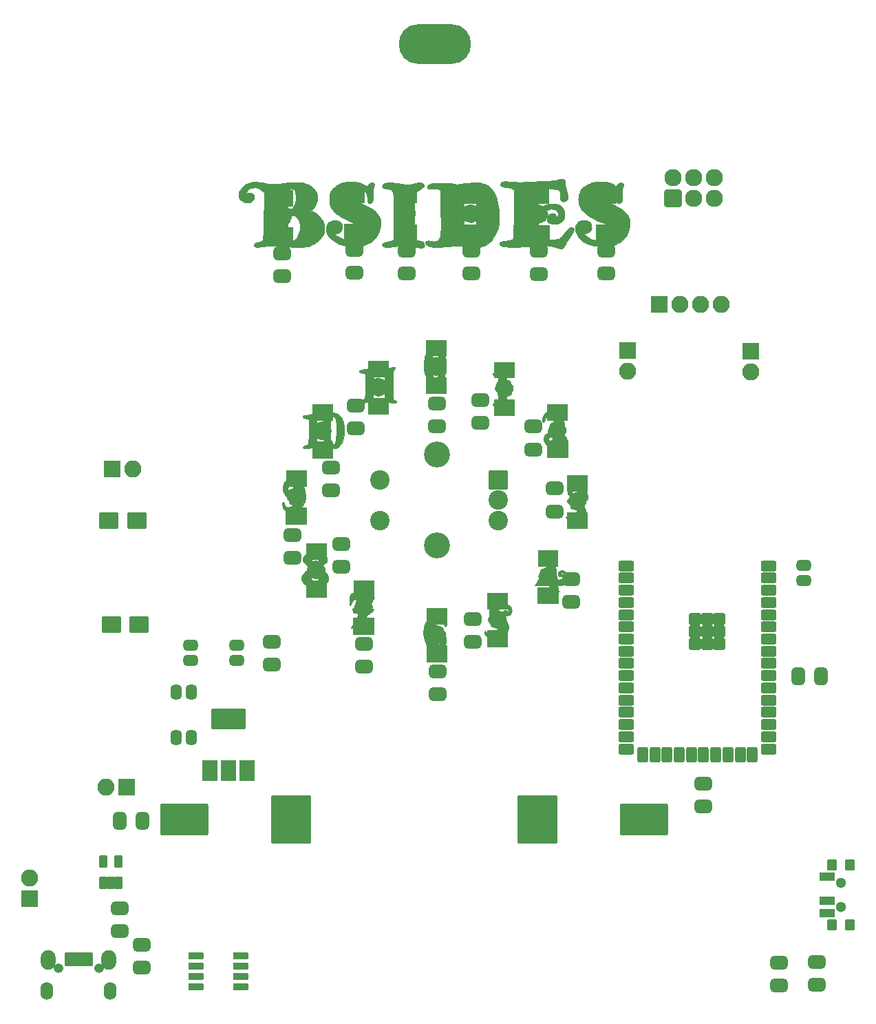
<source format=gbr>
%TF.GenerationSoftware,KiCad,Pcbnew,(6.0.1)*%
%TF.CreationDate,2022-08-18T22:03:58-05:00*%
%TF.ProjectId,BsidesKC-2022-Safe-Badge,42736964-6573-44b4-932d-323032322d53,0-c*%
%TF.SameCoordinates,Original*%
%TF.FileFunction,Soldermask,Bot*%
%TF.FilePolarity,Negative*%
%FSLAX46Y46*%
G04 Gerber Fmt 4.6, Leading zero omitted, Abs format (unit mm)*
G04 Created by KiCad (PCBNEW (6.0.1)) date 2022-08-18 22:03:58*
%MOMM*%
%LPD*%
G01*
G04 APERTURE LIST*
G04 Aperture macros list*
%AMRoundRect*
0 Rectangle with rounded corners*
0 $1 Rounding radius*
0 $2 $3 $4 $5 $6 $7 $8 $9 X,Y pos of 4 corners*
0 Add a 4 corners polygon primitive as box body*
4,1,4,$2,$3,$4,$5,$6,$7,$8,$9,$2,$3,0*
0 Add four circle primitives for the rounded corners*
1,1,$1+$1,$2,$3*
1,1,$1+$1,$4,$5*
1,1,$1+$1,$6,$7*
1,1,$1+$1,$8,$9*
0 Add four rect primitives between the rounded corners*
20,1,$1+$1,$2,$3,$4,$5,0*
20,1,$1+$1,$4,$5,$6,$7,0*
20,1,$1+$1,$6,$7,$8,$9,0*
20,1,$1+$1,$8,$9,$2,$3,0*%
G04 Aperture macros list end*
%ADD10C,1.152495*%
%ADD11C,0.100000*%
%ADD12C,0.010000*%
%ADD13RoundRect,0.450000X0.625000X-0.375000X0.625000X0.375000X-0.625000X0.375000X-0.625000X-0.375000X0*%
%ADD14RoundRect,0.450000X-0.625000X0.375000X-0.625000X-0.375000X0.625000X-0.375000X0.625000X0.375000X0*%
%ADD15RoundRect,0.200000X2.750000X1.750000X-2.750000X1.750000X-2.750000X-1.750000X2.750000X-1.750000X0*%
%ADD16RoundRect,0.200000X2.250000X2.750000X-2.250000X2.750000X-2.250000X-2.750000X2.250000X-2.750000X0*%
%ADD17RoundRect,0.070000X-0.875000X0.325000X-0.875000X-0.325000X0.875000X-0.325000X0.875000X0.325000X0*%
%ADD18RoundRect,0.200000X0.850000X0.850000X-0.850000X0.850000X-0.850000X-0.850000X0.850000X-0.850000X0*%
%ADD19O,2.100000X2.100000*%
%ADD20RoundRect,0.200000X-0.850000X0.850000X-0.850000X-0.850000X0.850000X-0.850000X0.850000X0.850000X0*%
%ADD21O,2.127200X2.127200*%
%ADD22RoundRect,0.200000X-0.863600X0.863600X-0.863600X-0.863600X0.863600X-0.863600X0.863600X0.863600X0*%
%ADD23C,2.127200*%
%ADD24R,2.463800X1.955800*%
%ADD25R,2.438400X1.930400*%
%ADD26O,8.900000X4.900000*%
%ADD27RoundRect,0.450000X-0.375000X-0.625000X0.375000X-0.625000X0.375000X0.625000X-0.375000X0.625000X0*%
%ADD28RoundRect,0.200000X0.750000X1.100000X-0.750000X1.100000X-0.750000X-1.100000X0.750000X-1.100000X0*%
%ADD29RoundRect,0.200000X1.900000X1.100000X-1.900000X1.100000X-1.900000X-1.100000X1.900000X-1.100000X0*%
%ADD30RoundRect,0.200000X0.750000X0.450000X-0.750000X0.450000X-0.750000X-0.450000X0.750000X-0.450000X0*%
%ADD31RoundRect,0.200000X0.450000X-0.750000X0.450000X0.750000X-0.450000X0.750000X-0.450000X-0.750000X0*%
%ADD32RoundRect,0.200000X-0.750000X-0.450000X0.750000X-0.450000X0.750000X0.450000X-0.750000X0.450000X0*%
%ADD33RoundRect,0.200000X-0.550000X-0.550000X0.550000X-0.550000X0.550000X0.550000X-0.550000X0.550000X0*%
%ADD34RoundRect,0.200000X0.974000X0.850000X-0.974000X0.850000X-0.974000X-0.850000X0.974000X-0.850000X0*%
%ADD35RoundRect,0.443750X0.456250X-0.243750X0.456250X0.243750X-0.456250X0.243750X-0.456250X-0.243750X0*%
%ADD36O,1.200000X1.200000*%
%ADD37RoundRect,0.200000X0.220000X0.650000X-0.220000X0.650000X-0.220000X-0.650000X0.220000X-0.650000X0*%
%ADD38O,1.850000X2.400000*%
%ADD39O,1.550000X2.200000*%
%ADD40RoundRect,0.200000X0.300000X0.600000X-0.300000X0.600000X-0.300000X-0.600000X0.300000X-0.600000X0*%
%ADD41RoundRect,0.443750X0.243750X0.456250X-0.243750X0.456250X-0.243750X-0.456250X0.243750X-0.456250X0*%
%ADD42RoundRect,0.200000X-0.850000X-0.850000X0.850000X-0.850000X0.850000X0.850000X-0.850000X0.850000X0*%
%ADD43C,2.400000*%
%ADD44C,3.200000*%
%ADD45RoundRect,0.200000X1.000000X1.000000X-1.000000X1.000000X-1.000000X-1.000000X1.000000X-1.000000X0*%
%ADD46RoundRect,0.200000X0.850000X-0.850000X0.850000X0.850000X-0.850000X0.850000X-0.850000X-0.850000X0*%
%ADD47RoundRect,0.200000X-0.974000X-0.850000X0.974000X-0.850000X0.974000X0.850000X-0.974000X0.850000X0*%
%ADD48RoundRect,0.200000X-0.400000X0.500000X-0.400000X-0.500000X0.400000X-0.500000X0.400000X0.500000X0*%
%ADD49C,1.300000*%
%ADD50RoundRect,0.200000X-0.750000X0.350000X-0.750000X-0.350000X0.750000X-0.350000X0.750000X0.350000X0*%
G04 APERTURE END LIST*
%TO.C,D1*%
D10*
X129926247Y-51950000D02*
G75*
G03*
X129926247Y-51950000I-576247J0D01*
G01*
D11*
X130594600Y-55252000D02*
X130594600Y-53270800D01*
X130594600Y-53270800D02*
X128105400Y-53270800D01*
X128105400Y-53270800D02*
X128105400Y-55252000D01*
X128105400Y-55252000D02*
X130594600Y-55252000D01*
G36*
X130594600Y-55252000D02*
G01*
X128105400Y-55252000D01*
X128105400Y-53270800D01*
X130594600Y-53270800D01*
X130594600Y-55252000D01*
G37*
X130594600Y-55252000D02*
X128105400Y-55252000D01*
X128105400Y-53270800D01*
X130594600Y-53270800D01*
X130594600Y-55252000D01*
X130569200Y-50629200D02*
X130569200Y-48698800D01*
X130569200Y-48698800D02*
X128130800Y-48698800D01*
X128130800Y-48698800D02*
X128130800Y-50629200D01*
X128130800Y-50629200D02*
X130569200Y-50629200D01*
G36*
X130569200Y-50629200D02*
G01*
X128130800Y-50629200D01*
X128130800Y-48698800D01*
X130569200Y-48698800D01*
X130569200Y-50629200D01*
G37*
X130569200Y-50629200D02*
X128130800Y-50629200D01*
X128130800Y-48698800D01*
X130569200Y-48698800D01*
X130569200Y-50629200D01*
%TO.C,D5*%
D10*
X161451247Y-51650000D02*
G75*
G03*
X161451247Y-51650000I-576247J0D01*
G01*
D11*
X162119600Y-54952000D02*
X162119600Y-52970800D01*
X162119600Y-52970800D02*
X159630400Y-52970800D01*
X159630400Y-52970800D02*
X159630400Y-54952000D01*
X159630400Y-54952000D02*
X162119600Y-54952000D01*
G36*
X162119600Y-54952000D02*
G01*
X159630400Y-54952000D01*
X159630400Y-52970800D01*
X162119600Y-52970800D01*
X162119600Y-54952000D01*
G37*
X162119600Y-54952000D02*
X159630400Y-54952000D01*
X159630400Y-52970800D01*
X162119600Y-52970800D01*
X162119600Y-54952000D01*
X162094200Y-50329200D02*
X162094200Y-48398800D01*
X162094200Y-48398800D02*
X159655800Y-48398800D01*
X159655800Y-48398800D02*
X159655800Y-50329200D01*
X159655800Y-50329200D02*
X162094200Y-50329200D01*
G36*
X162094200Y-50329200D02*
G01*
X159655800Y-50329200D01*
X159655800Y-48398800D01*
X162094200Y-48398800D01*
X162094200Y-50329200D01*
G37*
X162094200Y-50329200D02*
X159655800Y-50329200D01*
X159655800Y-48398800D01*
X162094200Y-48398800D01*
X162094200Y-50329200D01*
%TO.C,D2*%
D10*
X138726247Y-51550000D02*
G75*
G03*
X138726247Y-51550000I-576247J0D01*
G01*
D11*
X139369200Y-50229200D02*
X139369200Y-48298800D01*
X139369200Y-48298800D02*
X136930800Y-48298800D01*
X136930800Y-48298800D02*
X136930800Y-50229200D01*
X136930800Y-50229200D02*
X139369200Y-50229200D01*
G36*
X139369200Y-50229200D02*
G01*
X136930800Y-50229200D01*
X136930800Y-48298800D01*
X139369200Y-48298800D01*
X139369200Y-50229200D01*
G37*
X139369200Y-50229200D02*
X136930800Y-50229200D01*
X136930800Y-48298800D01*
X139369200Y-48298800D01*
X139369200Y-50229200D01*
X139394600Y-54852000D02*
X139394600Y-52870800D01*
X139394600Y-52870800D02*
X136905400Y-52870800D01*
X136905400Y-52870800D02*
X136905400Y-54852000D01*
X136905400Y-54852000D02*
X139394600Y-54852000D01*
G36*
X139394600Y-54852000D02*
G01*
X136905400Y-54852000D01*
X136905400Y-52870800D01*
X139394600Y-52870800D01*
X139394600Y-54852000D01*
G37*
X139394600Y-54852000D02*
X136905400Y-54852000D01*
X136905400Y-52870800D01*
X139394600Y-52870800D01*
X139394600Y-54852000D01*
%TO.C,D15*%
D10*
X139876247Y-99975000D02*
G75*
G03*
X139876247Y-99975000I-576247J0D01*
G01*
D11*
X140519200Y-98654200D02*
X140519200Y-96723800D01*
X140519200Y-96723800D02*
X138080800Y-96723800D01*
X138080800Y-96723800D02*
X138080800Y-98654200D01*
X138080800Y-98654200D02*
X140519200Y-98654200D01*
G36*
X140519200Y-98654200D02*
G01*
X138080800Y-98654200D01*
X138080800Y-96723800D01*
X140519200Y-96723800D01*
X140519200Y-98654200D01*
G37*
X140519200Y-98654200D02*
X138080800Y-98654200D01*
X138080800Y-96723800D01*
X140519200Y-96723800D01*
X140519200Y-98654200D01*
X140544600Y-103277000D02*
X140544600Y-101295800D01*
X140544600Y-101295800D02*
X138055400Y-101295800D01*
X138055400Y-101295800D02*
X138055400Y-103277000D01*
X138055400Y-103277000D02*
X140544600Y-103277000D01*
G36*
X140544600Y-103277000D02*
G01*
X138055400Y-103277000D01*
X138055400Y-101295800D01*
X140544600Y-101295800D01*
X140544600Y-103277000D01*
G37*
X140544600Y-103277000D02*
X138055400Y-103277000D01*
X138055400Y-101295800D01*
X140544600Y-101295800D01*
X140544600Y-103277000D01*
%TO.C,D18*%
D10*
X131576247Y-86425000D02*
G75*
G03*
X131576247Y-86425000I-576247J0D01*
G01*
D11*
X132219200Y-85104200D02*
X132219200Y-83173800D01*
X132219200Y-83173800D02*
X129780800Y-83173800D01*
X129780800Y-83173800D02*
X129780800Y-85104200D01*
X129780800Y-85104200D02*
X132219200Y-85104200D01*
G36*
X132219200Y-85104200D02*
G01*
X129780800Y-85104200D01*
X129780800Y-83173800D01*
X132219200Y-83173800D01*
X132219200Y-85104200D01*
G37*
X132219200Y-85104200D02*
X129780800Y-85104200D01*
X129780800Y-83173800D01*
X132219200Y-83173800D01*
X132219200Y-85104200D01*
X132244600Y-89727000D02*
X132244600Y-87745800D01*
X132244600Y-87745800D02*
X129755400Y-87745800D01*
X129755400Y-87745800D02*
X129755400Y-89727000D01*
X129755400Y-89727000D02*
X132244600Y-89727000D01*
G36*
X132244600Y-89727000D02*
G01*
X129755400Y-89727000D01*
X129755400Y-87745800D01*
X132244600Y-87745800D01*
X132244600Y-89727000D01*
G37*
X132244600Y-89727000D02*
X129755400Y-89727000D01*
X129755400Y-87745800D01*
X132244600Y-87745800D01*
X132244600Y-89727000D01*
%TO.C,D17*%
D10*
X134051247Y-95400000D02*
G75*
G03*
X134051247Y-95400000I-576247J0D01*
G01*
D11*
X134719600Y-98702000D02*
X134719600Y-96720800D01*
X134719600Y-96720800D02*
X132230400Y-96720800D01*
X132230400Y-96720800D02*
X132230400Y-98702000D01*
X132230400Y-98702000D02*
X134719600Y-98702000D01*
G36*
X134719600Y-98702000D02*
G01*
X132230400Y-98702000D01*
X132230400Y-96720800D01*
X134719600Y-96720800D01*
X134719600Y-98702000D01*
G37*
X134719600Y-98702000D02*
X132230400Y-98702000D01*
X132230400Y-96720800D01*
X134719600Y-96720800D01*
X134719600Y-98702000D01*
X134694200Y-94079200D02*
X134694200Y-92148800D01*
X134694200Y-92148800D02*
X132255800Y-92148800D01*
X132255800Y-92148800D02*
X132255800Y-94079200D01*
X132255800Y-94079200D02*
X134694200Y-94079200D01*
G36*
X134694200Y-94079200D02*
G01*
X132255800Y-94079200D01*
X132255800Y-92148800D01*
X134694200Y-92148800D01*
X134694200Y-94079200D01*
G37*
X134694200Y-94079200D02*
X132255800Y-94079200D01*
X132255800Y-92148800D01*
X134694200Y-92148800D01*
X134694200Y-94079200D01*
%TO.C,D8*%
D10*
X157201247Y-73075000D02*
G75*
G03*
X157201247Y-73075000I-576247J0D01*
G01*
D11*
X157869600Y-76377000D02*
X157869600Y-74395800D01*
X157869600Y-74395800D02*
X155380400Y-74395800D01*
X155380400Y-74395800D02*
X155380400Y-76377000D01*
X155380400Y-76377000D02*
X157869600Y-76377000D01*
G36*
X157869600Y-76377000D02*
G01*
X155380400Y-76377000D01*
X155380400Y-74395800D01*
X157869600Y-74395800D01*
X157869600Y-76377000D01*
G37*
X157869600Y-76377000D02*
X155380400Y-76377000D01*
X155380400Y-74395800D01*
X157869600Y-74395800D01*
X157869600Y-76377000D01*
X157844200Y-71754200D02*
X157844200Y-69823800D01*
X157844200Y-69823800D02*
X155405800Y-69823800D01*
X155405800Y-69823800D02*
X155405800Y-71754200D01*
X155405800Y-71754200D02*
X157844200Y-71754200D01*
G36*
X157844200Y-71754200D02*
G01*
X155405800Y-71754200D01*
X155405800Y-69823800D01*
X157844200Y-69823800D01*
X157844200Y-71754200D01*
G37*
X157844200Y-71754200D02*
X155405800Y-71754200D01*
X155405800Y-69823800D01*
X157844200Y-69823800D01*
X157844200Y-71754200D01*
%TO.C,D20*%
D10*
X141701247Y-72925000D02*
G75*
G03*
X141701247Y-72925000I-576247J0D01*
G01*
D11*
X142369600Y-76227000D02*
X142369600Y-74245800D01*
X142369600Y-74245800D02*
X139880400Y-74245800D01*
X139880400Y-74245800D02*
X139880400Y-76227000D01*
X139880400Y-76227000D02*
X142369600Y-76227000D01*
G36*
X142369600Y-76227000D02*
G01*
X139880400Y-76227000D01*
X139880400Y-74245800D01*
X142369600Y-74245800D01*
X142369600Y-76227000D01*
G37*
X142369600Y-76227000D02*
X139880400Y-76227000D01*
X139880400Y-74245800D01*
X142369600Y-74245800D01*
X142369600Y-76227000D01*
X142344200Y-71604200D02*
X142344200Y-69673800D01*
X142344200Y-69673800D02*
X139905800Y-69673800D01*
X139905800Y-69673800D02*
X139905800Y-71604200D01*
X139905800Y-71604200D02*
X142344200Y-71604200D01*
G36*
X142344200Y-71604200D02*
G01*
X139905800Y-71604200D01*
X139905800Y-69673800D01*
X142344200Y-69673800D01*
X142344200Y-71604200D01*
G37*
X142344200Y-71604200D02*
X139905800Y-71604200D01*
X139905800Y-69673800D01*
X142344200Y-69673800D01*
X142344200Y-71604200D01*
%TO.C,D6*%
D10*
X169751247Y-51600000D02*
G75*
G03*
X169751247Y-51600000I-576247J0D01*
G01*
D11*
X170394200Y-50279200D02*
X170394200Y-48348800D01*
X170394200Y-48348800D02*
X167955800Y-48348800D01*
X167955800Y-48348800D02*
X167955800Y-50279200D01*
X167955800Y-50279200D02*
X170394200Y-50279200D01*
G36*
X170394200Y-50279200D02*
G01*
X167955800Y-50279200D01*
X167955800Y-48348800D01*
X170394200Y-48348800D01*
X170394200Y-50279200D01*
G37*
X170394200Y-50279200D02*
X167955800Y-50279200D01*
X167955800Y-48348800D01*
X170394200Y-48348800D01*
X170394200Y-50279200D01*
X170419600Y-54902000D02*
X170419600Y-52920800D01*
X170419600Y-52920800D02*
X167930400Y-52920800D01*
X167930400Y-52920800D02*
X167930400Y-54902000D01*
X167930400Y-54902000D02*
X170419600Y-54902000D01*
G36*
X170419600Y-54902000D02*
G01*
X167930400Y-54902000D01*
X167930400Y-52920800D01*
X170419600Y-52920800D01*
X170419600Y-54902000D01*
G37*
X170419600Y-54902000D02*
X167930400Y-54902000D01*
X167930400Y-52920800D01*
X170419600Y-52920800D01*
X170419600Y-54902000D01*
%TO.C,D14*%
D10*
X148901247Y-103350000D02*
G75*
G03*
X148901247Y-103350000I-576247J0D01*
G01*
D11*
X149569600Y-106652000D02*
X149569600Y-104670800D01*
X149569600Y-104670800D02*
X147080400Y-104670800D01*
X147080400Y-104670800D02*
X147080400Y-106652000D01*
X147080400Y-106652000D02*
X149569600Y-106652000D01*
G36*
X149569600Y-106652000D02*
G01*
X147080400Y-106652000D01*
X147080400Y-104670800D01*
X149569600Y-104670800D01*
X149569600Y-106652000D01*
G37*
X149569600Y-106652000D02*
X147080400Y-106652000D01*
X147080400Y-104670800D01*
X149569600Y-104670800D01*
X149569600Y-106652000D01*
X149544200Y-102029200D02*
X149544200Y-100098800D01*
X149544200Y-100098800D02*
X147105800Y-100098800D01*
X147105800Y-100098800D02*
X147105800Y-102029200D01*
X147105800Y-102029200D02*
X149544200Y-102029200D01*
G36*
X149544200Y-102029200D02*
G01*
X147105800Y-102029200D01*
X147105800Y-100098800D01*
X149544200Y-100098800D01*
X149544200Y-102029200D01*
G37*
X149544200Y-102029200D02*
X147105800Y-102029200D01*
X147105800Y-100098800D01*
X149544200Y-100098800D01*
X149544200Y-102029200D01*
%TO.C,D13*%
D10*
X156351247Y-101500000D02*
G75*
G03*
X156351247Y-101500000I-576247J0D01*
G01*
D11*
X156994200Y-100179200D02*
X156994200Y-98248800D01*
X156994200Y-98248800D02*
X154555800Y-98248800D01*
X154555800Y-98248800D02*
X154555800Y-100179200D01*
X154555800Y-100179200D02*
X156994200Y-100179200D01*
G36*
X156994200Y-100179200D02*
G01*
X154555800Y-100179200D01*
X154555800Y-98248800D01*
X156994200Y-98248800D01*
X156994200Y-100179200D01*
G37*
X156994200Y-100179200D02*
X154555800Y-100179200D01*
X154555800Y-98248800D01*
X156994200Y-98248800D01*
X156994200Y-100179200D01*
X157019600Y-104802000D02*
X157019600Y-102820800D01*
X157019600Y-102820800D02*
X154530400Y-102820800D01*
X154530400Y-102820800D02*
X154530400Y-104802000D01*
X154530400Y-104802000D02*
X157019600Y-104802000D01*
G36*
X157019600Y-104802000D02*
G01*
X154530400Y-104802000D01*
X154530400Y-102820800D01*
X157019600Y-102820800D01*
X157019600Y-104802000D01*
G37*
X157019600Y-104802000D02*
X154530400Y-104802000D01*
X154530400Y-102820800D01*
X157019600Y-102820800D01*
X157019600Y-104802000D01*
%TO.C,D7*%
D10*
X148801247Y-70375000D02*
G75*
G03*
X148801247Y-70375000I-576247J0D01*
G01*
D11*
X149469600Y-73677000D02*
X149469600Y-71695800D01*
X149469600Y-71695800D02*
X146980400Y-71695800D01*
X146980400Y-71695800D02*
X146980400Y-73677000D01*
X146980400Y-73677000D02*
X149469600Y-73677000D01*
G36*
X149469600Y-73677000D02*
G01*
X146980400Y-73677000D01*
X146980400Y-71695800D01*
X149469600Y-71695800D01*
X149469600Y-73677000D01*
G37*
X149469600Y-73677000D02*
X146980400Y-73677000D01*
X146980400Y-71695800D01*
X149469600Y-71695800D01*
X149469600Y-73677000D01*
X149444200Y-69054200D02*
X149444200Y-67123800D01*
X149444200Y-67123800D02*
X147005800Y-67123800D01*
X147005800Y-67123800D02*
X147005800Y-69054200D01*
X147005800Y-69054200D02*
X149444200Y-69054200D01*
G36*
X149444200Y-69054200D02*
G01*
X147005800Y-69054200D01*
X147005800Y-67123800D01*
X149444200Y-67123800D01*
X149444200Y-69054200D01*
G37*
X149444200Y-69054200D02*
X147005800Y-69054200D01*
X147005800Y-67123800D01*
X149444200Y-67123800D01*
X149444200Y-69054200D01*
%TO.C,D9*%
D10*
X163726247Y-78250000D02*
G75*
G03*
X163726247Y-78250000I-576247J0D01*
G01*
D11*
X164369200Y-76929200D02*
X164369200Y-74998800D01*
X164369200Y-74998800D02*
X161930800Y-74998800D01*
X161930800Y-74998800D02*
X161930800Y-76929200D01*
X161930800Y-76929200D02*
X164369200Y-76929200D01*
G36*
X164369200Y-76929200D02*
G01*
X161930800Y-76929200D01*
X161930800Y-74998800D01*
X164369200Y-74998800D01*
X164369200Y-76929200D01*
G37*
X164369200Y-76929200D02*
X161930800Y-76929200D01*
X161930800Y-74998800D01*
X164369200Y-74998800D01*
X164369200Y-76929200D01*
X164394600Y-81552000D02*
X164394600Y-79570800D01*
X164394600Y-79570800D02*
X161905400Y-79570800D01*
X161905400Y-79570800D02*
X161905400Y-81552000D01*
X161905400Y-81552000D02*
X164394600Y-81552000D01*
G36*
X164394600Y-81552000D02*
G01*
X161905400Y-81552000D01*
X161905400Y-79570800D01*
X164394600Y-79570800D01*
X164394600Y-81552000D01*
G37*
X164394600Y-81552000D02*
X161905400Y-81552000D01*
X161905400Y-79570800D01*
X164394600Y-79570800D01*
X164394600Y-81552000D01*
%TO.C,D3*%
X145844600Y-54877000D02*
X145844600Y-52895800D01*
X145844600Y-52895800D02*
X143355400Y-52895800D01*
X143355400Y-52895800D02*
X143355400Y-54877000D01*
X143355400Y-54877000D02*
X145844600Y-54877000D01*
G36*
X145844600Y-54877000D02*
G01*
X143355400Y-54877000D01*
X143355400Y-52895800D01*
X145844600Y-52895800D01*
X145844600Y-54877000D01*
G37*
X145844600Y-54877000D02*
X143355400Y-54877000D01*
X143355400Y-52895800D01*
X145844600Y-52895800D01*
X145844600Y-54877000D01*
X145819200Y-50254200D02*
X145819200Y-48323800D01*
X145819200Y-48323800D02*
X143380800Y-48323800D01*
X143380800Y-48323800D02*
X143380800Y-50254200D01*
X143380800Y-50254200D02*
X145819200Y-50254200D01*
G36*
X145819200Y-50254200D02*
G01*
X143380800Y-50254200D01*
X143380800Y-48323800D01*
X145819200Y-48323800D01*
X145819200Y-50254200D01*
G37*
X145819200Y-50254200D02*
X143380800Y-50254200D01*
X143380800Y-48323800D01*
X145819200Y-48323800D01*
X145819200Y-50254200D01*
D10*
X145176247Y-51575000D02*
G75*
G03*
X145176247Y-51575000I-576247J0D01*
G01*
%TO.C,D11*%
X162551247Y-96200000D02*
G75*
G03*
X162551247Y-96200000I-576247J0D01*
G01*
D11*
X163219600Y-99502000D02*
X163219600Y-97520800D01*
X163219600Y-97520800D02*
X160730400Y-97520800D01*
X160730400Y-97520800D02*
X160730400Y-99502000D01*
X160730400Y-99502000D02*
X163219600Y-99502000D01*
G36*
X163219600Y-99502000D02*
G01*
X160730400Y-99502000D01*
X160730400Y-97520800D01*
X163219600Y-97520800D01*
X163219600Y-99502000D01*
G37*
X163219600Y-99502000D02*
X160730400Y-99502000D01*
X160730400Y-97520800D01*
X163219600Y-97520800D01*
X163219600Y-99502000D01*
X163194200Y-94879200D02*
X163194200Y-92948800D01*
X163194200Y-92948800D02*
X160755800Y-92948800D01*
X160755800Y-92948800D02*
X160755800Y-94879200D01*
X160755800Y-94879200D02*
X163194200Y-94879200D01*
G36*
X163194200Y-94879200D02*
G01*
X160755800Y-94879200D01*
X160755800Y-92948800D01*
X163194200Y-92948800D01*
X163194200Y-94879200D01*
G37*
X163194200Y-94879200D02*
X160755800Y-94879200D01*
X160755800Y-92948800D01*
X163194200Y-92948800D01*
X163194200Y-94879200D01*
%TO.C,D10*%
D10*
X166176247Y-86975000D02*
G75*
G03*
X166176247Y-86975000I-576247J0D01*
G01*
D11*
X166844600Y-90277000D02*
X166844600Y-88295800D01*
X166844600Y-88295800D02*
X164355400Y-88295800D01*
X164355400Y-88295800D02*
X164355400Y-90277000D01*
X164355400Y-90277000D02*
X166844600Y-90277000D01*
G36*
X166844600Y-90277000D02*
G01*
X164355400Y-90277000D01*
X164355400Y-88295800D01*
X166844600Y-88295800D01*
X166844600Y-90277000D01*
G37*
X166844600Y-90277000D02*
X164355400Y-90277000D01*
X164355400Y-88295800D01*
X166844600Y-88295800D01*
X166844600Y-90277000D01*
X166819200Y-85654200D02*
X166819200Y-83723800D01*
X166819200Y-83723800D02*
X164380800Y-83723800D01*
X164380800Y-83723800D02*
X164380800Y-85654200D01*
X164380800Y-85654200D02*
X166819200Y-85654200D01*
G36*
X166819200Y-85654200D02*
G01*
X164380800Y-85654200D01*
X164380800Y-83723800D01*
X166819200Y-83723800D01*
X166819200Y-85654200D01*
G37*
X166819200Y-85654200D02*
X164380800Y-85654200D01*
X164380800Y-83723800D01*
X166819200Y-83723800D01*
X166819200Y-85654200D01*
%TO.C,D4*%
D10*
X153101247Y-51600000D02*
G75*
G03*
X153101247Y-51600000I-576247J0D01*
G01*
D11*
X153769600Y-54902000D02*
X153769600Y-52920800D01*
X153769600Y-52920800D02*
X151280400Y-52920800D01*
X151280400Y-52920800D02*
X151280400Y-54902000D01*
X151280400Y-54902000D02*
X153769600Y-54902000D01*
G36*
X153769600Y-54902000D02*
G01*
X151280400Y-54902000D01*
X151280400Y-52920800D01*
X153769600Y-52920800D01*
X153769600Y-54902000D01*
G37*
X153769600Y-54902000D02*
X151280400Y-54902000D01*
X151280400Y-52920800D01*
X153769600Y-52920800D01*
X153769600Y-54902000D01*
X153744200Y-50279200D02*
X153744200Y-48348800D01*
X153744200Y-48348800D02*
X151305800Y-48348800D01*
X151305800Y-48348800D02*
X151305800Y-50279200D01*
X151305800Y-50279200D02*
X153744200Y-50279200D01*
G36*
X153744200Y-50279200D02*
G01*
X151305800Y-50279200D01*
X151305800Y-48348800D01*
X153744200Y-48348800D01*
X153744200Y-50279200D01*
G37*
X153744200Y-50279200D02*
X151305800Y-50279200D01*
X151305800Y-48348800D01*
X153744200Y-48348800D01*
X153744200Y-50279200D01*
%TO.C,D19*%
X135469600Y-81602000D02*
X135469600Y-79620800D01*
X135469600Y-79620800D02*
X132980400Y-79620800D01*
X132980400Y-79620800D02*
X132980400Y-81602000D01*
X132980400Y-81602000D02*
X135469600Y-81602000D01*
G36*
X135469600Y-81602000D02*
G01*
X132980400Y-81602000D01*
X132980400Y-79620800D01*
X135469600Y-79620800D01*
X135469600Y-81602000D01*
G37*
X135469600Y-81602000D02*
X132980400Y-81602000D01*
X132980400Y-79620800D01*
X135469600Y-79620800D01*
X135469600Y-81602000D01*
X135444200Y-76979200D02*
X135444200Y-75048800D01*
X135444200Y-75048800D02*
X133005800Y-75048800D01*
X133005800Y-75048800D02*
X133005800Y-76979200D01*
X133005800Y-76979200D02*
X135444200Y-76979200D01*
G36*
X135444200Y-76979200D02*
G01*
X133005800Y-76979200D01*
X133005800Y-75048800D01*
X135444200Y-75048800D01*
X135444200Y-76979200D01*
G37*
X135444200Y-76979200D02*
X133005800Y-76979200D01*
X133005800Y-75048800D01*
X135444200Y-75048800D01*
X135444200Y-76979200D01*
D10*
X134801247Y-78300000D02*
G75*
G03*
X134801247Y-78300000I-576247J0D01*
G01*
D12*
%TO.C,G\u002A\u002A\u002A*%
X143114624Y-70461673D02*
X143148445Y-70477815D01*
X143148445Y-70477815D02*
X143175125Y-70498207D01*
X143175125Y-70498207D02*
X143205061Y-70535885D01*
X143205061Y-70535885D02*
X143208293Y-70578430D01*
X143208293Y-70578430D02*
X143182644Y-70631060D01*
X143182644Y-70631060D02*
X143125940Y-70698998D01*
X143125940Y-70698998D02*
X143066722Y-70758345D01*
X143066722Y-70758345D02*
X142921277Y-70898136D01*
X142921277Y-70898136D02*
X142913263Y-72660827D01*
X142913263Y-72660827D02*
X142905250Y-74423518D01*
X142905250Y-74423518D02*
X143067148Y-74480670D01*
X143067148Y-74480670D02*
X143184361Y-74525327D01*
X143184361Y-74525327D02*
X143266001Y-74565103D01*
X143266001Y-74565103D02*
X143317938Y-74603744D01*
X143317938Y-74603744D02*
X143346044Y-74644998D01*
X143346044Y-74644998D02*
X143351747Y-74662339D01*
X143351747Y-74662339D02*
X143348341Y-74728857D01*
X143348341Y-74728857D02*
X143311102Y-74794107D01*
X143311102Y-74794107D02*
X143247861Y-74849312D01*
X143247861Y-74849312D02*
X143166447Y-74885698D01*
X143166447Y-74885698D02*
X143148667Y-74889945D01*
X143148667Y-74889945D02*
X143099611Y-74891136D01*
X143099611Y-74891136D02*
X143027683Y-74882995D01*
X143027683Y-74882995D02*
X142968750Y-74871682D01*
X142968750Y-74871682D02*
X142835090Y-74842568D01*
X142835090Y-74842568D02*
X142720203Y-74821724D01*
X142720203Y-74821724D02*
X142608306Y-74807022D01*
X142608306Y-74807022D02*
X142483613Y-74796338D01*
X142483613Y-74796338D02*
X142352214Y-74788644D01*
X142352214Y-74788644D02*
X142222626Y-74783521D01*
X142222626Y-74783521D02*
X142119558Y-74783909D01*
X142119558Y-74783909D02*
X142027443Y-74790756D01*
X142027443Y-74790756D02*
X141930715Y-74805012D01*
X141930715Y-74805012D02*
X141857500Y-74818799D01*
X141857500Y-74818799D02*
X141657759Y-74850685D01*
X141657759Y-74850685D02*
X141493042Y-74860031D01*
X141493042Y-74860031D02*
X141362503Y-74846783D01*
X141362503Y-74846783D02*
X141265297Y-74810886D01*
X141265297Y-74810886D02*
X141221942Y-74777776D01*
X141221942Y-74777776D02*
X141195633Y-74741702D01*
X141195633Y-74741702D02*
X141195847Y-74700734D01*
X141195847Y-74700734D02*
X141204361Y-74672913D01*
X141204361Y-74672913D02*
X141246427Y-74609991D01*
X141246427Y-74609991D02*
X141328072Y-74550476D01*
X141328072Y-74550476D02*
X141450249Y-74493808D01*
X141450249Y-74493808D02*
X141586561Y-74447492D01*
X141586561Y-74447492D02*
X141673020Y-74417819D01*
X141673020Y-74417819D02*
X141745520Y-74386254D01*
X141745520Y-74386254D02*
X141792182Y-74358159D01*
X141792182Y-74358159D02*
X141799015Y-74351627D01*
X141799015Y-74351627D02*
X141821088Y-74321645D01*
X141821088Y-74321645D02*
X141840317Y-74284807D01*
X141840317Y-74284807D02*
X141856909Y-74238160D01*
X141856909Y-74238160D02*
X141871072Y-74178749D01*
X141871072Y-74178749D02*
X141883014Y-74103621D01*
X141883014Y-74103621D02*
X141892941Y-74009820D01*
X141892941Y-74009820D02*
X141901061Y-73894392D01*
X141901061Y-73894392D02*
X141907582Y-73754385D01*
X141907582Y-73754385D02*
X141912711Y-73586842D01*
X141912711Y-73586842D02*
X141916656Y-73388811D01*
X141916656Y-73388811D02*
X141919624Y-73157337D01*
X141919624Y-73157337D02*
X141921822Y-72889466D01*
X141921822Y-72889466D02*
X141923458Y-72582243D01*
X141923458Y-72582243D02*
X141923471Y-72579311D01*
X141923471Y-72579311D02*
X141928913Y-71322204D01*
X141928913Y-71322204D02*
X141875251Y-71276046D01*
X141875251Y-71276046D02*
X141830612Y-71249182D01*
X141830612Y-71249182D02*
X141760044Y-71225597D01*
X141760044Y-71225597D02*
X141656794Y-71203260D01*
X141656794Y-71203260D02*
X141601419Y-71193657D01*
X141601419Y-71193657D02*
X141497399Y-71173482D01*
X141497399Y-71173482D02*
X141398072Y-71148921D01*
X141398072Y-71148921D02*
X141317907Y-71123787D01*
X141317907Y-71123787D02*
X141286000Y-71110504D01*
X141286000Y-71110504D02*
X141226679Y-71076963D01*
X141226679Y-71076963D02*
X141196564Y-71044400D01*
X141196564Y-71044400D02*
X141184742Y-71000284D01*
X141184742Y-71000284D02*
X141184014Y-70993409D01*
X141184014Y-70993409D02*
X141191318Y-70922554D01*
X141191318Y-70922554D02*
X141229772Y-70865364D01*
X141229772Y-70865364D02*
X141301705Y-70820615D01*
X141301705Y-70820615D02*
X141409443Y-70787084D01*
X141409443Y-70787084D02*
X141555313Y-70763546D01*
X141555313Y-70763546D02*
X141635885Y-70755735D01*
X141635885Y-70755735D02*
X141721625Y-70748492D01*
X141721625Y-70748492D02*
X141795203Y-70741180D01*
X141795203Y-70741180D02*
X141863091Y-70732445D01*
X141863091Y-70732445D02*
X141931765Y-70720932D01*
X141931765Y-70720932D02*
X142007700Y-70705285D01*
X142007700Y-70705285D02*
X142097371Y-70684150D01*
X142097371Y-70684150D02*
X142207251Y-70656173D01*
X142207251Y-70656173D02*
X142343815Y-70619997D01*
X142343815Y-70619997D02*
X142513539Y-70574269D01*
X142513539Y-70574269D02*
X142549223Y-70564618D01*
X142549223Y-70564618D02*
X142713538Y-70520819D01*
X142713538Y-70520819D02*
X142842640Y-70488438D01*
X142842640Y-70488438D02*
X142941913Y-70466904D01*
X142941913Y-70466904D02*
X143016745Y-70455646D01*
X143016745Y-70455646D02*
X143072520Y-70454093D01*
X143072520Y-70454093D02*
X143114624Y-70461673D01*
X143114624Y-70461673D02*
X143114624Y-70461673D01*
G36*
X143114624Y-70461673D02*
G01*
X143148445Y-70477815D01*
X143175125Y-70498207D01*
X143205061Y-70535885D01*
X143208293Y-70578430D01*
X143182644Y-70631060D01*
X143125940Y-70698998D01*
X143066722Y-70758345D01*
X142921277Y-70898136D01*
X142913263Y-72660827D01*
X142905250Y-74423518D01*
X143067148Y-74480670D01*
X143184361Y-74525327D01*
X143266001Y-74565103D01*
X143317938Y-74603744D01*
X143346044Y-74644998D01*
X143351747Y-74662339D01*
X143348341Y-74728857D01*
X143311102Y-74794107D01*
X143247861Y-74849312D01*
X143166447Y-74885698D01*
X143148667Y-74889945D01*
X143099611Y-74891136D01*
X143027683Y-74882995D01*
X142968750Y-74871682D01*
X142835090Y-74842568D01*
X142720203Y-74821724D01*
X142608306Y-74807022D01*
X142483613Y-74796338D01*
X142352214Y-74788644D01*
X142222626Y-74783521D01*
X142119558Y-74783909D01*
X142027443Y-74790756D01*
X141930715Y-74805012D01*
X141857500Y-74818799D01*
X141657759Y-74850685D01*
X141493042Y-74860031D01*
X141362503Y-74846783D01*
X141265297Y-74810886D01*
X141221942Y-74777776D01*
X141195633Y-74741702D01*
X141195847Y-74700734D01*
X141204361Y-74672913D01*
X141246427Y-74609991D01*
X141328072Y-74550476D01*
X141450249Y-74493808D01*
X141586561Y-74447492D01*
X141673020Y-74417819D01*
X141745520Y-74386254D01*
X141792182Y-74358159D01*
X141799015Y-74351627D01*
X141821088Y-74321645D01*
X141840317Y-74284807D01*
X141856909Y-74238160D01*
X141871072Y-74178749D01*
X141883014Y-74103621D01*
X141892941Y-74009820D01*
X141901061Y-73894392D01*
X141907582Y-73754385D01*
X141912711Y-73586842D01*
X141916656Y-73388811D01*
X141919624Y-73157337D01*
X141921822Y-72889466D01*
X141923458Y-72582243D01*
X141923471Y-72579311D01*
X141928913Y-71322204D01*
X141875251Y-71276046D01*
X141830612Y-71249182D01*
X141760044Y-71225597D01*
X141656794Y-71203260D01*
X141601419Y-71193657D01*
X141497399Y-71173482D01*
X141398072Y-71148921D01*
X141317907Y-71123787D01*
X141286000Y-71110504D01*
X141226679Y-71076963D01*
X141196564Y-71044400D01*
X141184742Y-71000284D01*
X141184014Y-70993409D01*
X141191318Y-70922554D01*
X141229772Y-70865364D01*
X141301705Y-70820615D01*
X141409443Y-70787084D01*
X141555313Y-70763546D01*
X141635885Y-70755735D01*
X141721625Y-70748492D01*
X141795203Y-70741180D01*
X141863091Y-70732445D01*
X141931765Y-70720932D01*
X142007700Y-70705285D01*
X142097371Y-70684150D01*
X142207251Y-70656173D01*
X142343815Y-70619997D01*
X142513539Y-70574269D01*
X142549223Y-70564618D01*
X142713538Y-70520819D01*
X142842640Y-70488438D01*
X142941913Y-70466904D01*
X143016745Y-70455646D01*
X143072520Y-70454093D01*
X143114624Y-70461673D01*
G37*
X143114624Y-70461673D02*
X143148445Y-70477815D01*
X143175125Y-70498207D01*
X143205061Y-70535885D01*
X143208293Y-70578430D01*
X143182644Y-70631060D01*
X143125940Y-70698998D01*
X143066722Y-70758345D01*
X142921277Y-70898136D01*
X142913263Y-72660827D01*
X142905250Y-74423518D01*
X143067148Y-74480670D01*
X143184361Y-74525327D01*
X143266001Y-74565103D01*
X143317938Y-74603744D01*
X143346044Y-74644998D01*
X143351747Y-74662339D01*
X143348341Y-74728857D01*
X143311102Y-74794107D01*
X143247861Y-74849312D01*
X143166447Y-74885698D01*
X143148667Y-74889945D01*
X143099611Y-74891136D01*
X143027683Y-74882995D01*
X142968750Y-74871682D01*
X142835090Y-74842568D01*
X142720203Y-74821724D01*
X142608306Y-74807022D01*
X142483613Y-74796338D01*
X142352214Y-74788644D01*
X142222626Y-74783521D01*
X142119558Y-74783909D01*
X142027443Y-74790756D01*
X141930715Y-74805012D01*
X141857500Y-74818799D01*
X141657759Y-74850685D01*
X141493042Y-74860031D01*
X141362503Y-74846783D01*
X141265297Y-74810886D01*
X141221942Y-74777776D01*
X141195633Y-74741702D01*
X141195847Y-74700734D01*
X141204361Y-74672913D01*
X141246427Y-74609991D01*
X141328072Y-74550476D01*
X141450249Y-74493808D01*
X141586561Y-74447492D01*
X141673020Y-74417819D01*
X141745520Y-74386254D01*
X141792182Y-74358159D01*
X141799015Y-74351627D01*
X141821088Y-74321645D01*
X141840317Y-74284807D01*
X141856909Y-74238160D01*
X141871072Y-74178749D01*
X141883014Y-74103621D01*
X141892941Y-74009820D01*
X141901061Y-73894392D01*
X141907582Y-73754385D01*
X141912711Y-73586842D01*
X141916656Y-73388811D01*
X141919624Y-73157337D01*
X141921822Y-72889466D01*
X141923458Y-72582243D01*
X141923471Y-72579311D01*
X141928913Y-71322204D01*
X141875251Y-71276046D01*
X141830612Y-71249182D01*
X141760044Y-71225597D01*
X141656794Y-71203260D01*
X141601419Y-71193657D01*
X141497399Y-71173482D01*
X141398072Y-71148921D01*
X141317907Y-71123787D01*
X141286000Y-71110504D01*
X141226679Y-71076963D01*
X141196564Y-71044400D01*
X141184742Y-71000284D01*
X141184014Y-70993409D01*
X141191318Y-70922554D01*
X141229772Y-70865364D01*
X141301705Y-70820615D01*
X141409443Y-70787084D01*
X141555313Y-70763546D01*
X141635885Y-70755735D01*
X141721625Y-70748492D01*
X141795203Y-70741180D01*
X141863091Y-70732445D01*
X141931765Y-70720932D01*
X142007700Y-70705285D01*
X142097371Y-70684150D01*
X142207251Y-70656173D01*
X142343815Y-70619997D01*
X142513539Y-70574269D01*
X142549223Y-70564618D01*
X142713538Y-70520819D01*
X142842640Y-70488438D01*
X142941913Y-70466904D01*
X143016745Y-70455646D01*
X143072520Y-70454093D01*
X143114624Y-70461673D01*
X146262447Y-47758344D02*
X146326301Y-47766763D01*
X146326301Y-47766763D02*
X146335194Y-47768278D01*
X146335194Y-47768278D02*
X146488568Y-47807249D01*
X146488568Y-47807249D02*
X146606202Y-47863254D01*
X146606202Y-47863254D02*
X146687043Y-47934206D01*
X146687043Y-47934206D02*
X146730036Y-48018020D01*
X146730036Y-48018020D02*
X146734124Y-48112610D01*
X146734124Y-48112610D02*
X146698253Y-48215890D01*
X146698253Y-48215890D02*
X146621369Y-48325775D01*
X146621369Y-48325775D02*
X146618726Y-48328800D01*
X146618726Y-48328800D02*
X146570533Y-48373772D01*
X146570533Y-48373772D02*
X146491952Y-48435469D01*
X146491952Y-48435469D02*
X146389336Y-48509585D01*
X146389336Y-48509585D02*
X146269037Y-48591814D01*
X146269037Y-48591814D02*
X146137406Y-48677848D01*
X146137406Y-48677848D02*
X146000797Y-48763380D01*
X146000797Y-48763380D02*
X145865560Y-48844105D01*
X145865560Y-48844105D02*
X145820612Y-48869923D01*
X145820612Y-48869923D02*
X145738516Y-48917877D01*
X145738516Y-48917877D02*
X145670465Y-48960107D01*
X145670465Y-48960107D02*
X145624837Y-48991264D01*
X145624837Y-48991264D02*
X145610379Y-49004136D01*
X145610379Y-49004136D02*
X145608299Y-49027974D01*
X145608299Y-49027974D02*
X145605962Y-49091367D01*
X145605962Y-49091367D02*
X145603406Y-49191542D01*
X145603406Y-49191542D02*
X145600672Y-49325722D01*
X145600672Y-49325722D02*
X145597801Y-49491132D01*
X145597801Y-49491132D02*
X145594832Y-49684996D01*
X145594832Y-49684996D02*
X145591806Y-49904537D01*
X145591806Y-49904537D02*
X145588764Y-50146982D01*
X145588764Y-50146982D02*
X145585744Y-50409553D01*
X145585744Y-50409553D02*
X145582788Y-50689475D01*
X145582788Y-50689475D02*
X145579936Y-50983973D01*
X145579936Y-50983973D02*
X145577227Y-51290271D01*
X145577227Y-51290271D02*
X145577206Y-51292847D01*
X145577206Y-51292847D02*
X145574485Y-51607800D01*
X145574485Y-51607800D02*
X145571685Y-51916805D01*
X145571685Y-51916805D02*
X145568841Y-52216493D01*
X145568841Y-52216493D02*
X145565991Y-52503494D01*
X145565991Y-52503494D02*
X145563174Y-52774442D01*
X145563174Y-52774442D02*
X145560427Y-53025967D01*
X145560427Y-53025967D02*
X145557786Y-53254701D01*
X145557786Y-53254701D02*
X145555291Y-53457275D01*
X145555291Y-53457275D02*
X145552978Y-53630323D01*
X145552978Y-53630323D02*
X145550885Y-53770474D01*
X145550885Y-53770474D02*
X145549050Y-53874360D01*
X145549050Y-53874360D02*
X145547790Y-53929167D01*
X145547790Y-53929167D02*
X145545058Y-54140240D01*
X145545058Y-54140240D02*
X145550193Y-54315636D01*
X145550193Y-54315636D02*
X145563859Y-54461390D01*
X145563859Y-54461390D02*
X145586722Y-54583541D01*
X145586722Y-54583541D02*
X145619446Y-54688127D01*
X145619446Y-54688127D02*
X145635583Y-54726703D01*
X145635583Y-54726703D02*
X145667812Y-54789222D01*
X145667812Y-54789222D02*
X145704473Y-54834626D01*
X145704473Y-54834626D02*
X145752996Y-54866139D01*
X145752996Y-54866139D02*
X145820812Y-54886981D01*
X145820812Y-54886981D02*
X145915351Y-54900375D01*
X145915351Y-54900375D02*
X146044044Y-54909543D01*
X146044044Y-54909543D02*
X146059083Y-54910352D01*
X146059083Y-54910352D02*
X146205153Y-54920124D01*
X146205153Y-54920124D02*
X146318622Y-54933377D01*
X146318622Y-54933377D02*
X146409200Y-54952239D01*
X146409200Y-54952239D02*
X146486596Y-54978836D01*
X146486596Y-54978836D02*
X146560522Y-55015294D01*
X146560522Y-55015294D02*
X146574514Y-55023245D01*
X146574514Y-55023245D02*
X146639826Y-55071798D01*
X146639826Y-55071798D02*
X146689472Y-55136467D01*
X146689472Y-55136467D02*
X146727058Y-55224639D01*
X146727058Y-55224639D02*
X146756191Y-55343700D01*
X146756191Y-55343700D02*
X146769574Y-55422744D01*
X146769574Y-55422744D02*
X146782003Y-55539472D01*
X146782003Y-55539472D02*
X146776680Y-55623626D01*
X146776680Y-55623626D02*
X146751225Y-55682076D01*
X146751225Y-55682076D02*
X146703255Y-55721693D01*
X146703255Y-55721693D02*
X146659453Y-55740401D01*
X146659453Y-55740401D02*
X146554891Y-55764543D01*
X146554891Y-55764543D02*
X146419769Y-55777745D01*
X146419769Y-55777745D02*
X146264588Y-55779378D01*
X146264588Y-55779378D02*
X146133167Y-55771940D01*
X146133167Y-55771940D02*
X146033544Y-55761523D01*
X146033544Y-55761523D02*
X145935121Y-55748207D01*
X145935121Y-55748207D02*
X145856885Y-55734610D01*
X145856885Y-55734610D02*
X145847417Y-55732562D01*
X145847417Y-55732562D02*
X145762374Y-55717130D01*
X145762374Y-55717130D02*
X145641186Y-55700418D01*
X145641186Y-55700418D02*
X145490004Y-55682889D01*
X145490004Y-55682889D02*
X145314981Y-55665001D01*
X145314981Y-55665001D02*
X145122270Y-55647215D01*
X145122270Y-55647215D02*
X144918021Y-55629993D01*
X144918021Y-55629993D02*
X144708387Y-55613795D01*
X144708387Y-55613795D02*
X144499520Y-55599082D01*
X144499520Y-55599082D02*
X144297573Y-55586313D01*
X144297573Y-55586313D02*
X144108697Y-55575951D01*
X144108697Y-55575951D02*
X143939045Y-55568454D01*
X143939045Y-55568454D02*
X143794768Y-55564285D01*
X143794768Y-55564285D02*
X143682019Y-55563904D01*
X143682019Y-55563904D02*
X143624917Y-55566154D01*
X143624917Y-55566154D02*
X143553494Y-55572647D01*
X143553494Y-55572647D02*
X143449008Y-55584019D01*
X143449008Y-55584019D02*
X143320313Y-55599212D01*
X143320313Y-55599212D02*
X143176262Y-55617169D01*
X143176262Y-55617169D02*
X143025706Y-55636833D01*
X143025706Y-55636833D02*
X142968750Y-55644516D01*
X142968750Y-55644516D02*
X142794730Y-55667506D01*
X142794730Y-55667506D02*
X142652845Y-55684302D01*
X142652845Y-55684302D02*
X142533461Y-55695613D01*
X142533461Y-55695613D02*
X142426945Y-55702145D01*
X142426945Y-55702145D02*
X142323665Y-55704607D01*
X142323665Y-55704607D02*
X142213988Y-55703704D01*
X142213988Y-55703704D02*
X142175000Y-55702795D01*
X142175000Y-55702795D02*
X142046770Y-55698541D01*
X142046770Y-55698541D02*
X141951934Y-55692717D01*
X141951934Y-55692717D02*
X141881553Y-55684145D01*
X141881553Y-55684145D02*
X141826689Y-55671645D01*
X141826689Y-55671645D02*
X141778404Y-55654036D01*
X141778404Y-55654036D02*
X141766827Y-55648931D01*
X141766827Y-55648931D02*
X141677772Y-55589730D01*
X141677772Y-55589730D02*
X141624491Y-55513360D01*
X141624491Y-55513360D02*
X141608042Y-55426878D01*
X141608042Y-55426878D02*
X141629483Y-55337343D01*
X141629483Y-55337343D02*
X141689872Y-55251812D01*
X141689872Y-55251812D02*
X141705102Y-55237258D01*
X141705102Y-55237258D02*
X141773074Y-55185382D01*
X141773074Y-55185382D02*
X141856508Y-55140895D01*
X141856508Y-55140895D02*
X141961697Y-55101541D01*
X141961697Y-55101541D02*
X142094934Y-55065066D01*
X142094934Y-55065066D02*
X142262514Y-55029218D01*
X142262514Y-55029218D02*
X142312583Y-55019704D01*
X142312583Y-55019704D02*
X142470474Y-54989150D01*
X142470474Y-54989150D02*
X142593282Y-54962125D01*
X142593282Y-54962125D02*
X142687856Y-54936352D01*
X142687856Y-54936352D02*
X142761047Y-54909557D01*
X142761047Y-54909557D02*
X142819703Y-54879461D01*
X142819703Y-54879461D02*
X142870676Y-54843790D01*
X142870676Y-54843790D02*
X142890023Y-54827814D01*
X142890023Y-54827814D02*
X142932503Y-54789834D01*
X142932503Y-54789834D02*
X142966502Y-54753025D01*
X142966502Y-54753025D02*
X142992761Y-54712476D01*
X142992761Y-54712476D02*
X143012019Y-54663277D01*
X143012019Y-54663277D02*
X143025019Y-54600519D01*
X143025019Y-54600519D02*
X143032500Y-54519291D01*
X143032500Y-54519291D02*
X143035203Y-54414682D01*
X143035203Y-54414682D02*
X143033868Y-54281783D01*
X143033868Y-54281783D02*
X143029238Y-54115683D01*
X143029238Y-54115683D02*
X143023255Y-53944521D01*
X143023255Y-53944521D02*
X143019760Y-53826015D01*
X143019760Y-53826015D02*
X143016428Y-53669676D01*
X143016428Y-53669676D02*
X143013300Y-53480002D01*
X143013300Y-53480002D02*
X143010418Y-53261493D01*
X143010418Y-53261493D02*
X143007822Y-53018646D01*
X143007822Y-53018646D02*
X143005553Y-52755963D01*
X143005553Y-52755963D02*
X143003651Y-52477941D01*
X143003651Y-52477941D02*
X143002158Y-52189080D01*
X143002158Y-52189080D02*
X143001115Y-51893878D01*
X143001115Y-51893878D02*
X143000562Y-51596837D01*
X143000562Y-51596837D02*
X143000482Y-51438192D01*
X143000482Y-51438192D02*
X143000336Y-51078726D01*
X143000336Y-51078726D02*
X142999845Y-50758903D01*
X142999845Y-50758903D02*
X142998916Y-50476033D01*
X142998916Y-50476033D02*
X142997457Y-50227424D01*
X142997457Y-50227424D02*
X142995377Y-50010388D01*
X142995377Y-50010388D02*
X142992582Y-49822234D01*
X142992582Y-49822234D02*
X142988982Y-49660273D01*
X142988982Y-49660273D02*
X142984483Y-49521813D01*
X142984483Y-49521813D02*
X142978994Y-49404165D01*
X142978994Y-49404165D02*
X142972423Y-49304638D01*
X142972423Y-49304638D02*
X142964677Y-49220544D01*
X142964677Y-49220544D02*
X142955665Y-49149191D01*
X142955665Y-49149191D02*
X142945294Y-49087890D01*
X142945294Y-49087890D02*
X142933473Y-49033950D01*
X142933473Y-49033950D02*
X142920108Y-48984682D01*
X142920108Y-48984682D02*
X142916030Y-48971205D01*
X142916030Y-48971205D02*
X142853039Y-48826834D01*
X142853039Y-48826834D02*
X142761771Y-48711827D01*
X142761771Y-48711827D02*
X142641219Y-48625584D01*
X142641219Y-48625584D02*
X142490377Y-48567508D01*
X142490377Y-48567508D02*
X142308239Y-48537001D01*
X142308239Y-48537001D02*
X142176558Y-48531667D01*
X142176558Y-48531667D02*
X142047533Y-48523292D01*
X142047533Y-48523292D02*
X141920703Y-48500302D01*
X141920703Y-48500302D02*
X141809393Y-48465899D01*
X141809393Y-48465899D02*
X141727584Y-48423758D01*
X141727584Y-48423758D02*
X141652767Y-48347628D01*
X141652767Y-48347628D02*
X141612174Y-48255465D01*
X141612174Y-48255465D02*
X141607656Y-48156538D01*
X141607656Y-48156538D02*
X141641062Y-48060120D01*
X141641062Y-48060120D02*
X141651669Y-48043116D01*
X141651669Y-48043116D02*
X141743430Y-47944048D01*
X141743430Y-47944048D02*
X141870172Y-47865146D01*
X141870172Y-47865146D02*
X142029297Y-47807078D01*
X142029297Y-47807078D02*
X142218209Y-47770514D01*
X142218209Y-47770514D02*
X142434309Y-47756124D01*
X142434309Y-47756124D02*
X142675002Y-47764578D01*
X142675002Y-47764578D02*
X142717555Y-47768276D01*
X142717555Y-47768276D02*
X142808383Y-47777925D01*
X142808383Y-47777925D02*
X142932794Y-47792751D01*
X142932794Y-47792751D02*
X143082503Y-47811682D01*
X143082503Y-47811682D02*
X143249224Y-47833644D01*
X143249224Y-47833644D02*
X143424670Y-47857564D01*
X143424670Y-47857564D02*
X143600556Y-47882369D01*
X143600556Y-47882369D02*
X143620863Y-47885291D01*
X143620863Y-47885291D02*
X143875465Y-47921889D01*
X143875465Y-47921889D02*
X144093091Y-47952459D01*
X144093091Y-47952459D02*
X144278662Y-47977033D01*
X144278662Y-47977033D02*
X144437097Y-47995645D01*
X144437097Y-47995645D02*
X144573317Y-48008327D01*
X144573317Y-48008327D02*
X144692243Y-48015114D01*
X144692243Y-48015114D02*
X144798797Y-48016039D01*
X144798797Y-48016039D02*
X144897897Y-48011134D01*
X144897897Y-48011134D02*
X144994466Y-48000434D01*
X144994466Y-48000434D02*
X145093423Y-47983970D01*
X145093423Y-47983970D02*
X145199689Y-47961777D01*
X145199689Y-47961777D02*
X145318185Y-47933887D01*
X145318185Y-47933887D02*
X145453832Y-47900334D01*
X145453832Y-47900334D02*
X145464232Y-47897740D01*
X145464232Y-47897740D02*
X145655456Y-47850697D01*
X145655456Y-47850697D02*
X145811530Y-47814096D01*
X145811530Y-47814096D02*
X145938105Y-47787099D01*
X145938105Y-47787099D02*
X146040833Y-47768865D01*
X146040833Y-47768865D02*
X146125365Y-47758555D01*
X146125365Y-47758555D02*
X146197352Y-47755328D01*
X146197352Y-47755328D02*
X146262447Y-47758344D01*
X146262447Y-47758344D02*
X146262447Y-47758344D01*
G36*
X146262447Y-47758344D02*
G01*
X146326301Y-47766763D01*
X146335194Y-47768278D01*
X146488568Y-47807249D01*
X146606202Y-47863254D01*
X146687043Y-47934206D01*
X146730036Y-48018020D01*
X146734124Y-48112610D01*
X146698253Y-48215890D01*
X146621369Y-48325775D01*
X146618726Y-48328800D01*
X146570533Y-48373772D01*
X146491952Y-48435469D01*
X146389336Y-48509585D01*
X146269037Y-48591814D01*
X146137406Y-48677848D01*
X146000797Y-48763380D01*
X145865560Y-48844105D01*
X145820612Y-48869923D01*
X145738516Y-48917877D01*
X145670465Y-48960107D01*
X145624837Y-48991264D01*
X145610379Y-49004136D01*
X145608299Y-49027974D01*
X145605962Y-49091367D01*
X145603406Y-49191542D01*
X145600672Y-49325722D01*
X145597801Y-49491132D01*
X145594832Y-49684996D01*
X145591806Y-49904537D01*
X145588764Y-50146982D01*
X145585744Y-50409553D01*
X145582788Y-50689475D01*
X145579936Y-50983973D01*
X145577227Y-51290271D01*
X145577206Y-51292847D01*
X145574485Y-51607800D01*
X145571685Y-51916805D01*
X145568841Y-52216493D01*
X145565991Y-52503494D01*
X145563174Y-52774442D01*
X145560427Y-53025967D01*
X145557786Y-53254701D01*
X145555291Y-53457275D01*
X145552978Y-53630323D01*
X145550885Y-53770474D01*
X145549050Y-53874360D01*
X145547790Y-53929167D01*
X145545058Y-54140240D01*
X145550193Y-54315636D01*
X145563859Y-54461390D01*
X145586722Y-54583541D01*
X145619446Y-54688127D01*
X145635583Y-54726703D01*
X145667812Y-54789222D01*
X145704473Y-54834626D01*
X145752996Y-54866139D01*
X145820812Y-54886981D01*
X145915351Y-54900375D01*
X146044044Y-54909543D01*
X146059083Y-54910352D01*
X146205153Y-54920124D01*
X146318622Y-54933377D01*
X146409200Y-54952239D01*
X146486596Y-54978836D01*
X146560522Y-55015294D01*
X146574514Y-55023245D01*
X146639826Y-55071798D01*
X146689472Y-55136467D01*
X146727058Y-55224639D01*
X146756191Y-55343700D01*
X146769574Y-55422744D01*
X146782003Y-55539472D01*
X146776680Y-55623626D01*
X146751225Y-55682076D01*
X146703255Y-55721693D01*
X146659453Y-55740401D01*
X146554891Y-55764543D01*
X146419769Y-55777745D01*
X146264588Y-55779378D01*
X146133167Y-55771940D01*
X146033544Y-55761523D01*
X145935121Y-55748207D01*
X145856885Y-55734610D01*
X145847417Y-55732562D01*
X145762374Y-55717130D01*
X145641186Y-55700418D01*
X145490004Y-55682889D01*
X145314981Y-55665001D01*
X145122270Y-55647215D01*
X144918021Y-55629993D01*
X144708387Y-55613795D01*
X144499520Y-55599082D01*
X144297573Y-55586313D01*
X144108697Y-55575951D01*
X143939045Y-55568454D01*
X143794768Y-55564285D01*
X143682019Y-55563904D01*
X143624917Y-55566154D01*
X143553494Y-55572647D01*
X143449008Y-55584019D01*
X143320313Y-55599212D01*
X143176262Y-55617169D01*
X143025706Y-55636833D01*
X142968750Y-55644516D01*
X142794730Y-55667506D01*
X142652845Y-55684302D01*
X142533461Y-55695613D01*
X142426945Y-55702145D01*
X142323665Y-55704607D01*
X142213988Y-55703704D01*
X142175000Y-55702795D01*
X142046770Y-55698541D01*
X141951934Y-55692717D01*
X141881553Y-55684145D01*
X141826689Y-55671645D01*
X141778404Y-55654036D01*
X141766827Y-55648931D01*
X141677772Y-55589730D01*
X141624491Y-55513360D01*
X141608042Y-55426878D01*
X141629483Y-55337343D01*
X141689872Y-55251812D01*
X141705102Y-55237258D01*
X141773074Y-55185382D01*
X141856508Y-55140895D01*
X141961697Y-55101541D01*
X142094934Y-55065066D01*
X142262514Y-55029218D01*
X142312583Y-55019704D01*
X142470474Y-54989150D01*
X142593282Y-54962125D01*
X142687856Y-54936352D01*
X142761047Y-54909557D01*
X142819703Y-54879461D01*
X142870676Y-54843790D01*
X142890023Y-54827814D01*
X142932503Y-54789834D01*
X142966502Y-54753025D01*
X142992761Y-54712476D01*
X143012019Y-54663277D01*
X143025019Y-54600519D01*
X143032500Y-54519291D01*
X143035203Y-54414682D01*
X143033868Y-54281783D01*
X143029238Y-54115683D01*
X143023255Y-53944521D01*
X143019760Y-53826015D01*
X143016428Y-53669676D01*
X143013300Y-53480002D01*
X143010418Y-53261493D01*
X143007822Y-53018646D01*
X143005553Y-52755963D01*
X143003651Y-52477941D01*
X143002158Y-52189080D01*
X143001115Y-51893878D01*
X143000562Y-51596837D01*
X143000482Y-51438192D01*
X143000336Y-51078726D01*
X142999845Y-50758903D01*
X142998916Y-50476033D01*
X142997457Y-50227424D01*
X142995377Y-50010388D01*
X142992582Y-49822234D01*
X142988982Y-49660273D01*
X142984483Y-49521813D01*
X142978994Y-49404165D01*
X142972423Y-49304638D01*
X142964677Y-49220544D01*
X142955665Y-49149191D01*
X142945294Y-49087890D01*
X142933473Y-49033950D01*
X142920108Y-48984682D01*
X142916030Y-48971205D01*
X142853039Y-48826834D01*
X142761771Y-48711827D01*
X142641219Y-48625584D01*
X142490377Y-48567508D01*
X142308239Y-48537001D01*
X142176558Y-48531667D01*
X142047533Y-48523292D01*
X141920703Y-48500302D01*
X141809393Y-48465899D01*
X141727584Y-48423758D01*
X141652767Y-48347628D01*
X141612174Y-48255465D01*
X141607656Y-48156538D01*
X141641062Y-48060120D01*
X141651669Y-48043116D01*
X141743430Y-47944048D01*
X141870172Y-47865146D01*
X142029297Y-47807078D01*
X142218209Y-47770514D01*
X142434309Y-47756124D01*
X142675002Y-47764578D01*
X142717555Y-47768276D01*
X142808383Y-47777925D01*
X142932794Y-47792751D01*
X143082503Y-47811682D01*
X143249224Y-47833644D01*
X143424670Y-47857564D01*
X143600556Y-47882369D01*
X143620863Y-47885291D01*
X143875465Y-47921889D01*
X144093091Y-47952459D01*
X144278662Y-47977033D01*
X144437097Y-47995645D01*
X144573317Y-48008327D01*
X144692243Y-48015114D01*
X144798797Y-48016039D01*
X144897897Y-48011134D01*
X144994466Y-48000434D01*
X145093423Y-47983970D01*
X145199689Y-47961777D01*
X145318185Y-47933887D01*
X145453832Y-47900334D01*
X145464232Y-47897740D01*
X145655456Y-47850697D01*
X145811530Y-47814096D01*
X145938105Y-47787099D01*
X146040833Y-47768865D01*
X146125365Y-47758555D01*
X146197352Y-47755328D01*
X146262447Y-47758344D01*
G37*
X146262447Y-47758344D02*
X146326301Y-47766763D01*
X146335194Y-47768278D01*
X146488568Y-47807249D01*
X146606202Y-47863254D01*
X146687043Y-47934206D01*
X146730036Y-48018020D01*
X146734124Y-48112610D01*
X146698253Y-48215890D01*
X146621369Y-48325775D01*
X146618726Y-48328800D01*
X146570533Y-48373772D01*
X146491952Y-48435469D01*
X146389336Y-48509585D01*
X146269037Y-48591814D01*
X146137406Y-48677848D01*
X146000797Y-48763380D01*
X145865560Y-48844105D01*
X145820612Y-48869923D01*
X145738516Y-48917877D01*
X145670465Y-48960107D01*
X145624837Y-48991264D01*
X145610379Y-49004136D01*
X145608299Y-49027974D01*
X145605962Y-49091367D01*
X145603406Y-49191542D01*
X145600672Y-49325722D01*
X145597801Y-49491132D01*
X145594832Y-49684996D01*
X145591806Y-49904537D01*
X145588764Y-50146982D01*
X145585744Y-50409553D01*
X145582788Y-50689475D01*
X145579936Y-50983973D01*
X145577227Y-51290271D01*
X145577206Y-51292847D01*
X145574485Y-51607800D01*
X145571685Y-51916805D01*
X145568841Y-52216493D01*
X145565991Y-52503494D01*
X145563174Y-52774442D01*
X145560427Y-53025967D01*
X145557786Y-53254701D01*
X145555291Y-53457275D01*
X145552978Y-53630323D01*
X145550885Y-53770474D01*
X145549050Y-53874360D01*
X145547790Y-53929167D01*
X145545058Y-54140240D01*
X145550193Y-54315636D01*
X145563859Y-54461390D01*
X145586722Y-54583541D01*
X145619446Y-54688127D01*
X145635583Y-54726703D01*
X145667812Y-54789222D01*
X145704473Y-54834626D01*
X145752996Y-54866139D01*
X145820812Y-54886981D01*
X145915351Y-54900375D01*
X146044044Y-54909543D01*
X146059083Y-54910352D01*
X146205153Y-54920124D01*
X146318622Y-54933377D01*
X146409200Y-54952239D01*
X146486596Y-54978836D01*
X146560522Y-55015294D01*
X146574514Y-55023245D01*
X146639826Y-55071798D01*
X146689472Y-55136467D01*
X146727058Y-55224639D01*
X146756191Y-55343700D01*
X146769574Y-55422744D01*
X146782003Y-55539472D01*
X146776680Y-55623626D01*
X146751225Y-55682076D01*
X146703255Y-55721693D01*
X146659453Y-55740401D01*
X146554891Y-55764543D01*
X146419769Y-55777745D01*
X146264588Y-55779378D01*
X146133167Y-55771940D01*
X146033544Y-55761523D01*
X145935121Y-55748207D01*
X145856885Y-55734610D01*
X145847417Y-55732562D01*
X145762374Y-55717130D01*
X145641186Y-55700418D01*
X145490004Y-55682889D01*
X145314981Y-55665001D01*
X145122270Y-55647215D01*
X144918021Y-55629993D01*
X144708387Y-55613795D01*
X144499520Y-55599082D01*
X144297573Y-55586313D01*
X144108697Y-55575951D01*
X143939045Y-55568454D01*
X143794768Y-55564285D01*
X143682019Y-55563904D01*
X143624917Y-55566154D01*
X143553494Y-55572647D01*
X143449008Y-55584019D01*
X143320313Y-55599212D01*
X143176262Y-55617169D01*
X143025706Y-55636833D01*
X142968750Y-55644516D01*
X142794730Y-55667506D01*
X142652845Y-55684302D01*
X142533461Y-55695613D01*
X142426945Y-55702145D01*
X142323665Y-55704607D01*
X142213988Y-55703704D01*
X142175000Y-55702795D01*
X142046770Y-55698541D01*
X141951934Y-55692717D01*
X141881553Y-55684145D01*
X141826689Y-55671645D01*
X141778404Y-55654036D01*
X141766827Y-55648931D01*
X141677772Y-55589730D01*
X141624491Y-55513360D01*
X141608042Y-55426878D01*
X141629483Y-55337343D01*
X141689872Y-55251812D01*
X141705102Y-55237258D01*
X141773074Y-55185382D01*
X141856508Y-55140895D01*
X141961697Y-55101541D01*
X142094934Y-55065066D01*
X142262514Y-55029218D01*
X142312583Y-55019704D01*
X142470474Y-54989150D01*
X142593282Y-54962125D01*
X142687856Y-54936352D01*
X142761047Y-54909557D01*
X142819703Y-54879461D01*
X142870676Y-54843790D01*
X142890023Y-54827814D01*
X142932503Y-54789834D01*
X142966502Y-54753025D01*
X142992761Y-54712476D01*
X143012019Y-54663277D01*
X143025019Y-54600519D01*
X143032500Y-54519291D01*
X143035203Y-54414682D01*
X143033868Y-54281783D01*
X143029238Y-54115683D01*
X143023255Y-53944521D01*
X143019760Y-53826015D01*
X143016428Y-53669676D01*
X143013300Y-53480002D01*
X143010418Y-53261493D01*
X143007822Y-53018646D01*
X143005553Y-52755963D01*
X143003651Y-52477941D01*
X143002158Y-52189080D01*
X143001115Y-51893878D01*
X143000562Y-51596837D01*
X143000482Y-51438192D01*
X143000336Y-51078726D01*
X142999845Y-50758903D01*
X142998916Y-50476033D01*
X142997457Y-50227424D01*
X142995377Y-50010388D01*
X142992582Y-49822234D01*
X142988982Y-49660273D01*
X142984483Y-49521813D01*
X142978994Y-49404165D01*
X142972423Y-49304638D01*
X142964677Y-49220544D01*
X142955665Y-49149191D01*
X142945294Y-49087890D01*
X142933473Y-49033950D01*
X142920108Y-48984682D01*
X142916030Y-48971205D01*
X142853039Y-48826834D01*
X142761771Y-48711827D01*
X142641219Y-48625584D01*
X142490377Y-48567508D01*
X142308239Y-48537001D01*
X142176558Y-48531667D01*
X142047533Y-48523292D01*
X141920703Y-48500302D01*
X141809393Y-48465899D01*
X141727584Y-48423758D01*
X141652767Y-48347628D01*
X141612174Y-48255465D01*
X141607656Y-48156538D01*
X141641062Y-48060120D01*
X141651669Y-48043116D01*
X141743430Y-47944048D01*
X141870172Y-47865146D01*
X142029297Y-47807078D01*
X142218209Y-47770514D01*
X142434309Y-47756124D01*
X142675002Y-47764578D01*
X142717555Y-47768276D01*
X142808383Y-47777925D01*
X142932794Y-47792751D01*
X143082503Y-47811682D01*
X143249224Y-47833644D01*
X143424670Y-47857564D01*
X143600556Y-47882369D01*
X143620863Y-47885291D01*
X143875465Y-47921889D01*
X144093091Y-47952459D01*
X144278662Y-47977033D01*
X144437097Y-47995645D01*
X144573317Y-48008327D01*
X144692243Y-48015114D01*
X144798797Y-48016039D01*
X144897897Y-48011134D01*
X144994466Y-48000434D01*
X145093423Y-47983970D01*
X145199689Y-47961777D01*
X145318185Y-47933887D01*
X145453832Y-47900334D01*
X145464232Y-47897740D01*
X145655456Y-47850697D01*
X145811530Y-47814096D01*
X145938105Y-47787099D01*
X146040833Y-47768865D01*
X146125365Y-47758555D01*
X146197352Y-47755328D01*
X146262447Y-47758344D01*
X148330525Y-100882059D02*
X148505064Y-100892756D01*
X148505064Y-100892756D02*
X148646116Y-100912071D01*
X148646116Y-100912071D02*
X148762130Y-100942850D01*
X148762130Y-100942850D02*
X148861557Y-100987935D01*
X148861557Y-100987935D02*
X148952847Y-101050173D01*
X148952847Y-101050173D02*
X149028652Y-101117046D01*
X149028652Y-101117046D02*
X149100110Y-101192863D01*
X149100110Y-101192863D02*
X149180786Y-101289845D01*
X149180786Y-101289845D02*
X149258337Y-101392726D01*
X149258337Y-101392726D02*
X149296527Y-101448334D01*
X149296527Y-101448334D02*
X149397490Y-101611603D01*
X149397490Y-101611603D02*
X149469634Y-101751930D01*
X149469634Y-101751930D02*
X149515062Y-101875284D01*
X149515062Y-101875284D02*
X149535879Y-101987634D01*
X149535879Y-101987634D02*
X149534188Y-102094951D01*
X149534188Y-102094951D02*
X149531517Y-102115124D01*
X149531517Y-102115124D02*
X149512932Y-102180393D01*
X149512932Y-102180393D02*
X149480494Y-102246641D01*
X149480494Y-102246641D02*
X149441848Y-102301783D01*
X149441848Y-102301783D02*
X149404637Y-102333734D01*
X149404637Y-102333734D02*
X149390952Y-102337334D01*
X149390952Y-102337334D02*
X149355909Y-102321063D01*
X149355909Y-102321063D02*
X149315645Y-102270733D01*
X149315645Y-102270733D02*
X149268749Y-102184069D01*
X149268749Y-102184069D02*
X149213812Y-102058795D01*
X149213812Y-102058795D02*
X149205028Y-102037122D01*
X149205028Y-102037122D02*
X149151538Y-101914708D01*
X149151538Y-101914708D02*
X149101048Y-101819645D01*
X149101048Y-101819645D02*
X149057008Y-101758326D01*
X149057008Y-101758326D02*
X149051524Y-101752771D01*
X149051524Y-101752771D02*
X149017889Y-101723197D01*
X149017889Y-101723197D02*
X148985121Y-101705127D01*
X148985121Y-101705127D02*
X148941771Y-101695743D01*
X148941771Y-101695743D02*
X148876392Y-101692229D01*
X148876392Y-101692229D02*
X148803525Y-101691750D01*
X148803525Y-101691750D02*
X148707432Y-101693462D01*
X148707432Y-101693462D02*
X148636923Y-101700986D01*
X148636923Y-101700986D02*
X148575304Y-101717902D01*
X148575304Y-101717902D02*
X148505886Y-101747792D01*
X148505886Y-101747792D02*
X148477044Y-101761791D01*
X148477044Y-101761791D02*
X148379803Y-101818679D01*
X148379803Y-101818679D02*
X148302304Y-101887276D01*
X148302304Y-101887276D02*
X148237961Y-101975962D01*
X148237961Y-101975962D02*
X148180188Y-102093116D01*
X148180188Y-102093116D02*
X148144203Y-102185304D01*
X148144203Y-102185304D02*
X148044285Y-102518038D01*
X148044285Y-102518038D02*
X147982101Y-102865835D01*
X147982101Y-102865835D02*
X147958227Y-103182679D01*
X147958227Y-103182679D02*
X147955498Y-103367705D01*
X147955498Y-103367705D02*
X147960892Y-103522607D01*
X147960892Y-103522607D02*
X147975888Y-103659071D01*
X147975888Y-103659071D02*
X148001965Y-103788780D01*
X148001965Y-103788780D02*
X148040602Y-103923420D01*
X148040602Y-103923420D02*
X148058951Y-103978499D01*
X148058951Y-103978499D02*
X148120669Y-104143019D01*
X148120669Y-104143019D02*
X148181259Y-104270412D01*
X148181259Y-104270412D02*
X148244129Y-104365639D01*
X148244129Y-104365639D02*
X148312685Y-104433663D01*
X148312685Y-104433663D02*
X148390335Y-104479444D01*
X148390335Y-104479444D02*
X148407868Y-104486602D01*
X148407868Y-104486602D02*
X148467561Y-104507180D01*
X148467561Y-104507180D02*
X148508765Y-104510752D01*
X148508765Y-104510752D02*
X148551951Y-104496873D01*
X148551951Y-104496873D02*
X148581540Y-104482831D01*
X148581540Y-104482831D02*
X148655661Y-104426182D01*
X148655661Y-104426182D02*
X148722576Y-104338426D01*
X148722576Y-104338426D02*
X148777697Y-104230707D01*
X148777697Y-104230707D02*
X148816437Y-104114172D01*
X148816437Y-104114172D02*
X148834208Y-103999965D01*
X148834208Y-103999965D02*
X148826423Y-103899231D01*
X148826423Y-103899231D02*
X148824612Y-103892277D01*
X148824612Y-103892277D02*
X148791503Y-103803817D01*
X148791503Y-103803817D02*
X148742250Y-103710140D01*
X148742250Y-103710140D02*
X148682873Y-103619226D01*
X148682873Y-103619226D02*
X148619395Y-103539055D01*
X148619395Y-103539055D02*
X148557836Y-103477608D01*
X148557836Y-103477608D02*
X148504217Y-103442865D01*
X148504217Y-103442865D02*
X148481865Y-103438000D01*
X148481865Y-103438000D02*
X148458419Y-103449729D01*
X148458419Y-103449729D02*
X148410723Y-103480751D01*
X148410723Y-103480751D02*
X148348287Y-103524820D01*
X148348287Y-103524820D02*
X148336208Y-103533663D01*
X148336208Y-103533663D02*
X148266334Y-103582817D01*
X148266334Y-103582817D02*
X148219706Y-103608431D01*
X148219706Y-103608431D02*
X148187296Y-103614361D01*
X148187296Y-103614361D02*
X148164546Y-103607002D01*
X148164546Y-103607002D02*
X148138409Y-103583439D01*
X148138409Y-103583439D02*
X148125816Y-103541236D01*
X148125816Y-103541236D02*
X148122833Y-103476753D01*
X148122833Y-103476753D02*
X148133740Y-103343769D01*
X148133740Y-103343769D02*
X148170300Y-103234072D01*
X148170300Y-103234072D02*
X148238276Y-103133579D01*
X148238276Y-103133579D02*
X148283028Y-103085208D01*
X148283028Y-103085208D02*
X148408182Y-102987408D01*
X148408182Y-102987408D02*
X148548593Y-102928148D01*
X148548593Y-102928148D02*
X148699567Y-102908632D01*
X148699567Y-102908632D02*
X148856414Y-102930060D01*
X148856414Y-102930060D02*
X148871794Y-102934370D01*
X148871794Y-102934370D02*
X148968508Y-102981692D01*
X148968508Y-102981692D02*
X149067973Y-103064553D01*
X149067973Y-103064553D02*
X149165633Y-103176794D01*
X149165633Y-103176794D02*
X149256930Y-103312255D01*
X149256930Y-103312255D02*
X149337307Y-103464778D01*
X149337307Y-103464778D02*
X149402208Y-103628204D01*
X149402208Y-103628204D02*
X149415050Y-103668612D01*
X149415050Y-103668612D02*
X149436582Y-103746330D01*
X149436582Y-103746330D02*
X149449364Y-103814486D01*
X149449364Y-103814486D02*
X149454638Y-103887046D01*
X149454638Y-103887046D02*
X149453647Y-103977975D01*
X149453647Y-103977975D02*
X149449883Y-104060196D01*
X149449883Y-104060196D02*
X149441438Y-104171968D01*
X149441438Y-104171968D02*
X149428742Y-104283178D01*
X149428742Y-104283178D02*
X149413800Y-104377961D01*
X149413800Y-104377961D02*
X149404098Y-104422250D01*
X149404098Y-104422250D02*
X149329589Y-104631171D01*
X149329589Y-104631171D02*
X149223740Y-104811869D01*
X149223740Y-104811869D02*
X149087648Y-104963320D01*
X149087648Y-104963320D02*
X148922412Y-105084502D01*
X148922412Y-105084502D02*
X148729128Y-105174392D01*
X148729128Y-105174392D02*
X148541767Y-105225798D01*
X148541767Y-105225798D02*
X148423301Y-105243016D01*
X148423301Y-105243016D02*
X148285321Y-105253017D01*
X148285321Y-105253017D02*
X148140653Y-105255802D01*
X148140653Y-105255802D02*
X148002122Y-105251372D01*
X148002122Y-105251372D02*
X147882551Y-105239728D01*
X147882551Y-105239728D02*
X147811144Y-105225757D01*
X147811144Y-105225757D02*
X147610459Y-105150102D01*
X147610459Y-105150102D02*
X147426263Y-105036395D01*
X147426263Y-105036395D02*
X147259493Y-104885958D01*
X147259493Y-104885958D02*
X147111090Y-104700113D01*
X147111090Y-104700113D02*
X146981991Y-104480181D01*
X146981991Y-104480181D02*
X146873136Y-104227486D01*
X146873136Y-104227486D02*
X146785464Y-103943349D01*
X146785464Y-103943349D02*
X146733913Y-103708990D01*
X146733913Y-103708990D02*
X146717549Y-103595121D01*
X146717549Y-103595121D02*
X146704353Y-103452684D01*
X146704353Y-103452684D02*
X146694636Y-103292471D01*
X146694636Y-103292471D02*
X146688712Y-103125270D01*
X146688712Y-103125270D02*
X146686892Y-102961871D01*
X146686892Y-102961871D02*
X146689490Y-102813064D01*
X146689490Y-102813064D02*
X146696818Y-102689640D01*
X146696818Y-102689640D02*
X146702867Y-102637240D01*
X146702867Y-102637240D02*
X146751310Y-102405940D01*
X146751310Y-102405940D02*
X146827672Y-102170101D01*
X146827672Y-102170101D02*
X146927972Y-101936502D01*
X146927972Y-101936502D02*
X147048233Y-101711922D01*
X147048233Y-101711922D02*
X147184476Y-101503141D01*
X147184476Y-101503141D02*
X147332723Y-101316937D01*
X147332723Y-101316937D02*
X147488994Y-101160091D01*
X147488994Y-101160091D02*
X147635436Y-101048191D01*
X147635436Y-101048191D02*
X147761970Y-100974940D01*
X147761970Y-100974940D02*
X147884454Y-100924443D01*
X147884454Y-100924443D02*
X148014188Y-100893996D01*
X148014188Y-100893996D02*
X148162473Y-100880901D01*
X148162473Y-100880901D02*
X148330525Y-100882059D01*
X148330525Y-100882059D02*
X148330525Y-100882059D01*
G36*
X148330525Y-100882059D02*
G01*
X148505064Y-100892756D01*
X148646116Y-100912071D01*
X148762130Y-100942850D01*
X148861557Y-100987935D01*
X148952847Y-101050173D01*
X149028652Y-101117046D01*
X149100110Y-101192863D01*
X149180786Y-101289845D01*
X149258337Y-101392726D01*
X149296527Y-101448334D01*
X149397490Y-101611603D01*
X149469634Y-101751930D01*
X149515062Y-101875284D01*
X149535879Y-101987634D01*
X149534188Y-102094951D01*
X149531517Y-102115124D01*
X149512932Y-102180393D01*
X149480494Y-102246641D01*
X149441848Y-102301783D01*
X149404637Y-102333734D01*
X149390952Y-102337334D01*
X149355909Y-102321063D01*
X149315645Y-102270733D01*
X149268749Y-102184069D01*
X149213812Y-102058795D01*
X149205028Y-102037122D01*
X149151538Y-101914708D01*
X149101048Y-101819645D01*
X149057008Y-101758326D01*
X149051524Y-101752771D01*
X149017889Y-101723197D01*
X148985121Y-101705127D01*
X148941771Y-101695743D01*
X148876392Y-101692229D01*
X148803525Y-101691750D01*
X148707432Y-101693462D01*
X148636923Y-101700986D01*
X148575304Y-101717902D01*
X148505886Y-101747792D01*
X148477044Y-101761791D01*
X148379803Y-101818679D01*
X148302304Y-101887276D01*
X148237961Y-101975962D01*
X148180188Y-102093116D01*
X148144203Y-102185304D01*
X148044285Y-102518038D01*
X147982101Y-102865835D01*
X147958227Y-103182679D01*
X147955498Y-103367705D01*
X147960892Y-103522607D01*
X147975888Y-103659071D01*
X148001965Y-103788780D01*
X148040602Y-103923420D01*
X148058951Y-103978499D01*
X148120669Y-104143019D01*
X148181259Y-104270412D01*
X148244129Y-104365639D01*
X148312685Y-104433663D01*
X148390335Y-104479444D01*
X148407868Y-104486602D01*
X148467561Y-104507180D01*
X148508765Y-104510752D01*
X148551951Y-104496873D01*
X148581540Y-104482831D01*
X148655661Y-104426182D01*
X148722576Y-104338426D01*
X148777697Y-104230707D01*
X148816437Y-104114172D01*
X148834208Y-103999965D01*
X148826423Y-103899231D01*
X148824612Y-103892277D01*
X148791503Y-103803817D01*
X148742250Y-103710140D01*
X148682873Y-103619226D01*
X148619395Y-103539055D01*
X148557836Y-103477608D01*
X148504217Y-103442865D01*
X148481865Y-103438000D01*
X148458419Y-103449729D01*
X148410723Y-103480751D01*
X148348287Y-103524820D01*
X148336208Y-103533663D01*
X148266334Y-103582817D01*
X148219706Y-103608431D01*
X148187296Y-103614361D01*
X148164546Y-103607002D01*
X148138409Y-103583439D01*
X148125816Y-103541236D01*
X148122833Y-103476753D01*
X148133740Y-103343769D01*
X148170300Y-103234072D01*
X148238276Y-103133579D01*
X148283028Y-103085208D01*
X148408182Y-102987408D01*
X148548593Y-102928148D01*
X148699567Y-102908632D01*
X148856414Y-102930060D01*
X148871794Y-102934370D01*
X148968508Y-102981692D01*
X149067973Y-103064553D01*
X149165633Y-103176794D01*
X149256930Y-103312255D01*
X149337307Y-103464778D01*
X149402208Y-103628204D01*
X149415050Y-103668612D01*
X149436582Y-103746330D01*
X149449364Y-103814486D01*
X149454638Y-103887046D01*
X149453647Y-103977975D01*
X149449883Y-104060196D01*
X149441438Y-104171968D01*
X149428742Y-104283178D01*
X149413800Y-104377961D01*
X149404098Y-104422250D01*
X149329589Y-104631171D01*
X149223740Y-104811869D01*
X149087648Y-104963320D01*
X148922412Y-105084502D01*
X148729128Y-105174392D01*
X148541767Y-105225798D01*
X148423301Y-105243016D01*
X148285321Y-105253017D01*
X148140653Y-105255802D01*
X148002122Y-105251372D01*
X147882551Y-105239728D01*
X147811144Y-105225757D01*
X147610459Y-105150102D01*
X147426263Y-105036395D01*
X147259493Y-104885958D01*
X147111090Y-104700113D01*
X146981991Y-104480181D01*
X146873136Y-104227486D01*
X146785464Y-103943349D01*
X146733913Y-103708990D01*
X146717549Y-103595121D01*
X146704353Y-103452684D01*
X146694636Y-103292471D01*
X146688712Y-103125270D01*
X146686892Y-102961871D01*
X146689490Y-102813064D01*
X146696818Y-102689640D01*
X146702867Y-102637240D01*
X146751310Y-102405940D01*
X146827672Y-102170101D01*
X146927972Y-101936502D01*
X147048233Y-101711922D01*
X147184476Y-101503141D01*
X147332723Y-101316937D01*
X147488994Y-101160091D01*
X147635436Y-101048191D01*
X147761970Y-100974940D01*
X147884454Y-100924443D01*
X148014188Y-100893996D01*
X148162473Y-100880901D01*
X148330525Y-100882059D01*
G37*
X148330525Y-100882059D02*
X148505064Y-100892756D01*
X148646116Y-100912071D01*
X148762130Y-100942850D01*
X148861557Y-100987935D01*
X148952847Y-101050173D01*
X149028652Y-101117046D01*
X149100110Y-101192863D01*
X149180786Y-101289845D01*
X149258337Y-101392726D01*
X149296527Y-101448334D01*
X149397490Y-101611603D01*
X149469634Y-101751930D01*
X149515062Y-101875284D01*
X149535879Y-101987634D01*
X149534188Y-102094951D01*
X149531517Y-102115124D01*
X149512932Y-102180393D01*
X149480494Y-102246641D01*
X149441848Y-102301783D01*
X149404637Y-102333734D01*
X149390952Y-102337334D01*
X149355909Y-102321063D01*
X149315645Y-102270733D01*
X149268749Y-102184069D01*
X149213812Y-102058795D01*
X149205028Y-102037122D01*
X149151538Y-101914708D01*
X149101048Y-101819645D01*
X149057008Y-101758326D01*
X149051524Y-101752771D01*
X149017889Y-101723197D01*
X148985121Y-101705127D01*
X148941771Y-101695743D01*
X148876392Y-101692229D01*
X148803525Y-101691750D01*
X148707432Y-101693462D01*
X148636923Y-101700986D01*
X148575304Y-101717902D01*
X148505886Y-101747792D01*
X148477044Y-101761791D01*
X148379803Y-101818679D01*
X148302304Y-101887276D01*
X148237961Y-101975962D01*
X148180188Y-102093116D01*
X148144203Y-102185304D01*
X148044285Y-102518038D01*
X147982101Y-102865835D01*
X147958227Y-103182679D01*
X147955498Y-103367705D01*
X147960892Y-103522607D01*
X147975888Y-103659071D01*
X148001965Y-103788780D01*
X148040602Y-103923420D01*
X148058951Y-103978499D01*
X148120669Y-104143019D01*
X148181259Y-104270412D01*
X148244129Y-104365639D01*
X148312685Y-104433663D01*
X148390335Y-104479444D01*
X148407868Y-104486602D01*
X148467561Y-104507180D01*
X148508765Y-104510752D01*
X148551951Y-104496873D01*
X148581540Y-104482831D01*
X148655661Y-104426182D01*
X148722576Y-104338426D01*
X148777697Y-104230707D01*
X148816437Y-104114172D01*
X148834208Y-103999965D01*
X148826423Y-103899231D01*
X148824612Y-103892277D01*
X148791503Y-103803817D01*
X148742250Y-103710140D01*
X148682873Y-103619226D01*
X148619395Y-103539055D01*
X148557836Y-103477608D01*
X148504217Y-103442865D01*
X148481865Y-103438000D01*
X148458419Y-103449729D01*
X148410723Y-103480751D01*
X148348287Y-103524820D01*
X148336208Y-103533663D01*
X148266334Y-103582817D01*
X148219706Y-103608431D01*
X148187296Y-103614361D01*
X148164546Y-103607002D01*
X148138409Y-103583439D01*
X148125816Y-103541236D01*
X148122833Y-103476753D01*
X148133740Y-103343769D01*
X148170300Y-103234072D01*
X148238276Y-103133579D01*
X148283028Y-103085208D01*
X148408182Y-102987408D01*
X148548593Y-102928148D01*
X148699567Y-102908632D01*
X148856414Y-102930060D01*
X148871794Y-102934370D01*
X148968508Y-102981692D01*
X149067973Y-103064553D01*
X149165633Y-103176794D01*
X149256930Y-103312255D01*
X149337307Y-103464778D01*
X149402208Y-103628204D01*
X149415050Y-103668612D01*
X149436582Y-103746330D01*
X149449364Y-103814486D01*
X149454638Y-103887046D01*
X149453647Y-103977975D01*
X149449883Y-104060196D01*
X149441438Y-104171968D01*
X149428742Y-104283178D01*
X149413800Y-104377961D01*
X149404098Y-104422250D01*
X149329589Y-104631171D01*
X149223740Y-104811869D01*
X149087648Y-104963320D01*
X148922412Y-105084502D01*
X148729128Y-105174392D01*
X148541767Y-105225798D01*
X148423301Y-105243016D01*
X148285321Y-105253017D01*
X148140653Y-105255802D01*
X148002122Y-105251372D01*
X147882551Y-105239728D01*
X147811144Y-105225757D01*
X147610459Y-105150102D01*
X147426263Y-105036395D01*
X147259493Y-104885958D01*
X147111090Y-104700113D01*
X146981991Y-104480181D01*
X146873136Y-104227486D01*
X146785464Y-103943349D01*
X146733913Y-103708990D01*
X146717549Y-103595121D01*
X146704353Y-103452684D01*
X146694636Y-103292471D01*
X146688712Y-103125270D01*
X146686892Y-102961871D01*
X146689490Y-102813064D01*
X146696818Y-102689640D01*
X146702867Y-102637240D01*
X146751310Y-102405940D01*
X146827672Y-102170101D01*
X146927972Y-101936502D01*
X147048233Y-101711922D01*
X147184476Y-101503141D01*
X147332723Y-101316937D01*
X147488994Y-101160091D01*
X147635436Y-101048191D01*
X147761970Y-100974940D01*
X147884454Y-100924443D01*
X148014188Y-100893996D01*
X148162473Y-100880901D01*
X148330525Y-100882059D01*
X162587682Y-93736715D02*
X162685844Y-93763481D01*
X162685844Y-93763481D02*
X162761147Y-93808710D01*
X162761147Y-93808710D02*
X162819603Y-93874915D01*
X162819603Y-93874915D02*
X162867226Y-93964605D01*
X162867226Y-93964605D02*
X162867916Y-93966206D01*
X162867916Y-93966206D02*
X162879699Y-94000590D01*
X162879699Y-94000590D02*
X162889392Y-94046877D01*
X162889392Y-94046877D02*
X162897431Y-94110310D01*
X162897431Y-94110310D02*
X162904250Y-94196131D01*
X162904250Y-94196131D02*
X162910285Y-94309584D01*
X162910285Y-94309584D02*
X162915970Y-94455910D01*
X162915970Y-94455910D02*
X162920581Y-94600917D01*
X162920581Y-94600917D02*
X162930059Y-94872128D01*
X162930059Y-94872128D02*
X162941888Y-95111639D01*
X162941888Y-95111639D02*
X162957131Y-95330060D01*
X162957131Y-95330060D02*
X162976854Y-95538004D01*
X162976854Y-95538004D02*
X163002121Y-95746083D01*
X163002121Y-95746083D02*
X163033997Y-95964910D01*
X163033997Y-95964910D02*
X163073545Y-96205097D01*
X163073545Y-96205097D02*
X163092239Y-96312291D01*
X163092239Y-96312291D02*
X163140293Y-96584331D01*
X163140293Y-96584331D02*
X163362688Y-96576192D01*
X163362688Y-96576192D02*
X163474861Y-96570274D01*
X163474861Y-96570274D02*
X163557929Y-96560487D01*
X163557929Y-96560487D02*
X163625096Y-96544389D01*
X163625096Y-96544389D02*
X163689566Y-96519536D01*
X163689566Y-96519536D02*
X163703764Y-96513084D01*
X163703764Y-96513084D02*
X163804945Y-96455986D01*
X163804945Y-96455986D02*
X163876406Y-96388074D01*
X163876406Y-96388074D02*
X163924105Y-96300426D01*
X163924105Y-96300426D02*
X163953999Y-96184119D01*
X163953999Y-96184119D02*
X163962576Y-96125408D01*
X163962576Y-96125408D02*
X163972902Y-96014425D01*
X163972902Y-96014425D02*
X163969567Y-95934480D01*
X163969567Y-95934480D02*
X163949361Y-95875588D01*
X163949361Y-95875588D02*
X163909070Y-95827764D01*
X163909070Y-95827764D02*
X163853479Y-95786261D01*
X163853479Y-95786261D02*
X163751717Y-95733090D01*
X163751717Y-95733090D02*
X163664603Y-95717272D01*
X163664603Y-95717272D02*
X163593986Y-95738999D01*
X163593986Y-95738999D02*
X163572121Y-95756879D01*
X163572121Y-95756879D02*
X163522642Y-95806358D01*
X163522642Y-95806358D02*
X163599364Y-95828054D01*
X163599364Y-95828054D02*
X163691829Y-95866930D01*
X163691829Y-95866930D02*
X163744904Y-95920439D01*
X163744904Y-95920439D02*
X163759151Y-95989211D01*
X163759151Y-95989211D02*
X163757272Y-96005588D01*
X163757272Y-96005588D02*
X163737816Y-96068943D01*
X163737816Y-96068943D02*
X163707696Y-96119880D01*
X163707696Y-96119880D02*
X163638506Y-96173413D01*
X163638506Y-96173413D02*
X163551479Y-96207267D01*
X163551479Y-96207267D02*
X163460602Y-96218744D01*
X163460602Y-96218744D02*
X163379861Y-96205147D01*
X163379861Y-96205147D02*
X163349010Y-96189062D01*
X163349010Y-96189062D02*
X163297650Y-96132756D01*
X163297650Y-96132756D02*
X163254411Y-96048170D01*
X163254411Y-96048170D02*
X163224916Y-95949280D01*
X163224916Y-95949280D02*
X163214746Y-95855273D01*
X163214746Y-95855273D02*
X163221374Y-95767967D01*
X163221374Y-95767967D02*
X163245073Y-95698480D01*
X163245073Y-95698480D02*
X163291775Y-95639127D01*
X163291775Y-95639127D02*
X163367409Y-95582224D01*
X163367409Y-95582224D02*
X163470477Y-95523950D01*
X163470477Y-95523950D02*
X163648583Y-95430983D01*
X163648583Y-95430983D02*
X163798644Y-95456497D01*
X163798644Y-95456497D02*
X163921266Y-95484964D01*
X163921266Y-95484964D02*
X164016726Y-95527599D01*
X164016726Y-95527599D02*
X164092242Y-95590963D01*
X164092242Y-95590963D02*
X164155033Y-95681613D01*
X164155033Y-95681613D02*
X164212318Y-95806107D01*
X164212318Y-95806107D02*
X164227786Y-95846400D01*
X164227786Y-95846400D02*
X164265674Y-95980651D01*
X164265674Y-95980651D02*
X164290842Y-96138861D01*
X164290842Y-96138861D02*
X164303389Y-96310746D01*
X164303389Y-96310746D02*
X164303413Y-96486022D01*
X164303413Y-96486022D02*
X164291015Y-96654405D01*
X164291015Y-96654405D02*
X164266293Y-96805610D01*
X164266293Y-96805610D02*
X164229346Y-96929353D01*
X164229346Y-96929353D02*
X164217085Y-96957141D01*
X164217085Y-96957141D02*
X164137869Y-97073349D01*
X164137869Y-97073349D02*
X164025580Y-97166820D01*
X164025580Y-97166820D02*
X163884940Y-97233889D01*
X163884940Y-97233889D02*
X163844244Y-97246569D01*
X163844244Y-97246569D02*
X163775320Y-97261403D01*
X163775320Y-97261403D02*
X163676182Y-97277039D01*
X163676182Y-97277039D02*
X163558893Y-97292102D01*
X163558893Y-97292102D02*
X163435517Y-97305215D01*
X163435517Y-97305215D02*
X163318115Y-97315004D01*
X163318115Y-97315004D02*
X163218753Y-97320093D01*
X163218753Y-97320093D02*
X163195808Y-97320489D01*
X163195808Y-97320489D02*
X163171137Y-97322259D01*
X163171137Y-97322259D02*
X163156820Y-97332819D01*
X163156820Y-97332819D02*
X163150945Y-97360665D01*
X163150945Y-97360665D02*
X163151602Y-97414294D01*
X163151602Y-97414294D02*
X163156443Y-97495459D01*
X163156443Y-97495459D02*
X163183908Y-97684946D01*
X163183908Y-97684946D02*
X163239509Y-97848407D01*
X163239509Y-97848407D02*
X163319820Y-97979321D01*
X163319820Y-97979321D02*
X163357271Y-98028162D01*
X163357271Y-98028162D02*
X163380396Y-98062627D01*
X163380396Y-98062627D02*
X163384000Y-98071009D01*
X163384000Y-98071009D02*
X163363637Y-98073779D01*
X163363637Y-98073779D02*
X163305766Y-98076318D01*
X163305766Y-98076318D02*
X163215212Y-98078548D01*
X163215212Y-98078548D02*
X163096797Y-98080392D01*
X163096797Y-98080392D02*
X162955348Y-98081772D01*
X162955348Y-98081772D02*
X162795689Y-98082608D01*
X162795689Y-98082608D02*
X162653750Y-98082834D01*
X162653750Y-98082834D02*
X162482704Y-98082504D01*
X162482704Y-98082504D02*
X162325889Y-98081567D01*
X162325889Y-98081567D02*
X162188131Y-98080100D01*
X162188131Y-98080100D02*
X162074254Y-98078183D01*
X162074254Y-98078183D02*
X161989083Y-98075893D01*
X161989083Y-98075893D02*
X161937442Y-98073307D01*
X161937442Y-98073307D02*
X161923500Y-98071009D01*
X161923500Y-98071009D02*
X161935638Y-98048978D01*
X161935638Y-98048978D02*
X161966480Y-98006342D01*
X161966480Y-98006342D02*
X161987093Y-97980051D01*
X161987093Y-97980051D02*
X162055671Y-97868011D01*
X162055671Y-97868011D02*
X162108691Y-97726160D01*
X162108691Y-97726160D02*
X162142585Y-97565285D01*
X162142585Y-97565285D02*
X162151049Y-97483992D01*
X162151049Y-97483992D02*
X162162503Y-97319066D01*
X162162503Y-97319066D02*
X161270408Y-97325242D01*
X161270408Y-97325242D02*
X161080701Y-97326443D01*
X161080701Y-97326443D02*
X160904767Y-97327342D01*
X160904767Y-97327342D02*
X160746970Y-97327933D01*
X160746970Y-97327933D02*
X160611675Y-97328208D01*
X160611675Y-97328208D02*
X160503247Y-97328161D01*
X160503247Y-97328161D02*
X160426050Y-97327786D01*
X160426050Y-97327786D02*
X160384450Y-97327077D01*
X160384450Y-97327077D02*
X160378323Y-97326550D01*
X160378323Y-97326550D02*
X160389386Y-97308339D01*
X160389386Y-97308339D02*
X160421310Y-97257411D01*
X160421310Y-97257411D02*
X160472206Y-97176747D01*
X160472206Y-97176747D02*
X160540182Y-97069331D01*
X160540182Y-97069331D02*
X160623348Y-96938142D01*
X160623348Y-96938142D02*
X160719812Y-96786164D01*
X160719812Y-96786164D02*
X160827683Y-96616378D01*
X160827683Y-96616378D02*
X160864475Y-96558517D01*
X160864475Y-96558517D02*
X161468612Y-96558517D01*
X161468612Y-96558517D02*
X161483368Y-96567518D01*
X161483368Y-96567518D02*
X161539929Y-96574111D01*
X161539929Y-96574111D02*
X161637834Y-96578269D01*
X161637834Y-96578269D02*
X161776621Y-96579960D01*
X161776621Y-96579960D02*
X161805834Y-96580000D01*
X161805834Y-96580000D02*
X162156333Y-96580000D01*
X162156333Y-96580000D02*
X162156333Y-96078350D01*
X162156333Y-96078350D02*
X162155595Y-95932056D01*
X162155595Y-95932056D02*
X162153503Y-95806252D01*
X162153503Y-95806252D02*
X162150240Y-95705734D01*
X162150240Y-95705734D02*
X162145992Y-95635297D01*
X162145992Y-95635297D02*
X162140941Y-95599736D01*
X162140941Y-95599736D02*
X162137862Y-95596809D01*
X162137862Y-95596809D02*
X162122406Y-95617718D01*
X162122406Y-95617718D02*
X162086752Y-95667883D01*
X162086752Y-95667883D02*
X162034773Y-95741738D01*
X162034773Y-95741738D02*
X161970343Y-95833714D01*
X161970343Y-95833714D02*
X161897337Y-95938246D01*
X161897337Y-95938246D02*
X161819629Y-96049767D01*
X161819629Y-96049767D02*
X161741091Y-96162709D01*
X161741091Y-96162709D02*
X161665599Y-96271505D01*
X161665599Y-96271505D02*
X161597026Y-96370590D01*
X161597026Y-96370590D02*
X161539247Y-96454396D01*
X161539247Y-96454396D02*
X161496134Y-96517356D01*
X161496134Y-96517356D02*
X161471563Y-96553903D01*
X161471563Y-96553903D02*
X161468612Y-96558517D01*
X161468612Y-96558517D02*
X160864475Y-96558517D01*
X160864475Y-96558517D02*
X160945072Y-96431766D01*
X160945072Y-96431766D02*
X161070087Y-96235309D01*
X161070087Y-96235309D02*
X161116517Y-96162383D01*
X161116517Y-96162383D02*
X161294294Y-95882852D01*
X161294294Y-95882852D02*
X161450488Y-95636482D01*
X161450488Y-95636482D02*
X161586542Y-95420908D01*
X161586542Y-95420908D02*
X161703897Y-95233768D01*
X161703897Y-95233768D02*
X161803998Y-95072698D01*
X161803998Y-95072698D02*
X161888286Y-94935335D01*
X161888286Y-94935335D02*
X161958204Y-94819315D01*
X161958204Y-94819315D02*
X162015195Y-94722275D01*
X162015195Y-94722275D02*
X162060702Y-94641852D01*
X162060702Y-94641852D02*
X162096167Y-94575683D01*
X162096167Y-94575683D02*
X162123033Y-94521403D01*
X162123033Y-94521403D02*
X162136520Y-94491490D01*
X162136520Y-94491490D02*
X162174539Y-94403231D01*
X162174539Y-94403231D02*
X162102616Y-94433282D01*
X162102616Y-94433282D02*
X162012428Y-94457047D01*
X162012428Y-94457047D02*
X161914089Y-94461704D01*
X161914089Y-94461704D02*
X161827873Y-94446763D01*
X161827873Y-94446763D02*
X161811413Y-94440288D01*
X161811413Y-94440288D02*
X161766489Y-94404164D01*
X161766489Y-94404164D02*
X161717284Y-94341481D01*
X161717284Y-94341481D02*
X161672130Y-94266090D01*
X161672130Y-94266090D02*
X161639359Y-94191843D01*
X161639359Y-94191843D02*
X161627285Y-94134221D01*
X161627285Y-94134221D02*
X161627296Y-94134113D01*
X161627296Y-94134113D02*
X161852206Y-94134113D01*
X161852206Y-94134113D02*
X161857119Y-94191671D01*
X161857119Y-94191671D02*
X161872577Y-94221360D01*
X161872577Y-94221360D02*
X161892468Y-94218634D01*
X161892468Y-94218634D02*
X161910678Y-94178953D01*
X161910678Y-94178953D02*
X161910974Y-94177786D01*
X161910974Y-94177786D02*
X161942236Y-94122100D01*
X161942236Y-94122100D02*
X161994186Y-94094401D01*
X161994186Y-94094401D02*
X162056836Y-94093507D01*
X162056836Y-94093507D02*
X162120196Y-94118231D01*
X162120196Y-94118231D02*
X162174278Y-94167391D01*
X162174278Y-94167391D02*
X162199780Y-94212023D01*
X162199780Y-94212023D02*
X162219480Y-94256920D01*
X162219480Y-94256920D02*
X162230488Y-94265660D01*
X162230488Y-94265660D02*
X162240171Y-94241254D01*
X162240171Y-94241254D02*
X162243381Y-94229851D01*
X162243381Y-94229851D02*
X162254019Y-94172052D01*
X162254019Y-94172052D02*
X162259938Y-94103237D01*
X162259938Y-94103237D02*
X162260057Y-94099409D01*
X162260057Y-94099409D02*
X162247608Y-94028021D01*
X162247608Y-94028021D02*
X162204147Y-93981698D01*
X162204147Y-93981698D02*
X162127341Y-93958689D01*
X162127341Y-93958689D02*
X162068137Y-93955334D01*
X162068137Y-93955334D02*
X161968608Y-93970277D01*
X161968608Y-93970277D02*
X161898265Y-94013853D01*
X161898265Y-94013853D02*
X161859379Y-94084180D01*
X161859379Y-94084180D02*
X161852206Y-94134113D01*
X161852206Y-94134113D02*
X161627296Y-94134113D01*
X161627296Y-94134113D02*
X161639552Y-94023407D01*
X161639552Y-94023407D02*
X161677628Y-93932740D01*
X161677628Y-93932740D02*
X161744117Y-93860649D01*
X161744117Y-93860649D02*
X161841620Y-93805562D01*
X161841620Y-93805562D02*
X161972739Y-93765906D01*
X161972739Y-93765906D02*
X162140075Y-93740109D01*
X162140075Y-93740109D02*
X162298729Y-93728535D01*
X162298729Y-93728535D02*
X162460648Y-93725904D01*
X162460648Y-93725904D02*
X162587682Y-93736715D01*
X162587682Y-93736715D02*
X162587682Y-93736715D01*
G36*
X161070087Y-96235309D02*
G01*
X161116517Y-96162383D01*
X161294294Y-95882852D01*
X161450488Y-95636482D01*
X161586542Y-95420908D01*
X161703897Y-95233768D01*
X161803998Y-95072698D01*
X161888286Y-94935335D01*
X161958204Y-94819315D01*
X162015195Y-94722275D01*
X162060702Y-94641852D01*
X162096167Y-94575683D01*
X162123033Y-94521403D01*
X162136520Y-94491490D01*
X162174539Y-94403231D01*
X162102616Y-94433282D01*
X162012428Y-94457047D01*
X161914089Y-94461704D01*
X161827873Y-94446763D01*
X161811413Y-94440288D01*
X161766489Y-94404164D01*
X161717284Y-94341481D01*
X161672130Y-94266090D01*
X161639359Y-94191843D01*
X161627285Y-94134221D01*
X161627296Y-94134113D01*
X161852206Y-94134113D01*
X161857119Y-94191671D01*
X161872577Y-94221360D01*
X161892468Y-94218634D01*
X161910678Y-94178953D01*
X161910974Y-94177786D01*
X161942236Y-94122100D01*
X161994186Y-94094401D01*
X162056836Y-94093507D01*
X162120196Y-94118231D01*
X162174278Y-94167391D01*
X162199780Y-94212023D01*
X162219480Y-94256920D01*
X162230488Y-94265660D01*
X162240171Y-94241254D01*
X162243381Y-94229851D01*
X162254019Y-94172052D01*
X162259938Y-94103237D01*
X162260057Y-94099409D01*
X162247608Y-94028021D01*
X162204147Y-93981698D01*
X162127341Y-93958689D01*
X162068137Y-93955334D01*
X161968608Y-93970277D01*
X161898265Y-94013853D01*
X161859379Y-94084180D01*
X161852206Y-94134113D01*
X161627296Y-94134113D01*
X161639552Y-94023407D01*
X161677628Y-93932740D01*
X161744117Y-93860649D01*
X161841620Y-93805562D01*
X161972739Y-93765906D01*
X162140075Y-93740109D01*
X162298729Y-93728535D01*
X162460648Y-93725904D01*
X162587682Y-93736715D01*
X162685844Y-93763481D01*
X162761147Y-93808710D01*
X162819603Y-93874915D01*
X162867226Y-93964605D01*
X162867916Y-93966206D01*
X162879699Y-94000590D01*
X162889392Y-94046877D01*
X162897431Y-94110310D01*
X162904250Y-94196131D01*
X162910285Y-94309584D01*
X162915970Y-94455910D01*
X162920581Y-94600917D01*
X162930059Y-94872128D01*
X162941888Y-95111639D01*
X162957131Y-95330060D01*
X162976854Y-95538004D01*
X163002121Y-95746083D01*
X163033997Y-95964910D01*
X163073545Y-96205097D01*
X163092239Y-96312291D01*
X163140293Y-96584331D01*
X163362688Y-96576192D01*
X163474861Y-96570274D01*
X163557929Y-96560487D01*
X163625096Y-96544389D01*
X163689566Y-96519536D01*
X163703764Y-96513084D01*
X163804945Y-96455986D01*
X163876406Y-96388074D01*
X163924105Y-96300426D01*
X163953999Y-96184119D01*
X163962576Y-96125408D01*
X163972902Y-96014425D01*
X163969567Y-95934480D01*
X163949361Y-95875588D01*
X163909070Y-95827764D01*
X163853479Y-95786261D01*
X163751717Y-95733090D01*
X163664603Y-95717272D01*
X163593986Y-95738999D01*
X163572121Y-95756879D01*
X163522642Y-95806358D01*
X163599364Y-95828054D01*
X163691829Y-95866930D01*
X163744904Y-95920439D01*
X163759151Y-95989211D01*
X163757272Y-96005588D01*
X163737816Y-96068943D01*
X163707696Y-96119880D01*
X163638506Y-96173413D01*
X163551479Y-96207267D01*
X163460602Y-96218744D01*
X163379861Y-96205147D01*
X163349010Y-96189062D01*
X163297650Y-96132756D01*
X163254411Y-96048170D01*
X163224916Y-95949280D01*
X163214746Y-95855273D01*
X163221374Y-95767967D01*
X163245073Y-95698480D01*
X163291775Y-95639127D01*
X163367409Y-95582224D01*
X163470477Y-95523950D01*
X163648583Y-95430983D01*
X163798644Y-95456497D01*
X163921266Y-95484964D01*
X164016726Y-95527599D01*
X164092242Y-95590963D01*
X164155033Y-95681613D01*
X164212318Y-95806107D01*
X164227786Y-95846400D01*
X164265674Y-95980651D01*
X164290842Y-96138861D01*
X164303389Y-96310746D01*
X164303413Y-96486022D01*
X164291015Y-96654405D01*
X164266293Y-96805610D01*
X164229346Y-96929353D01*
X164217085Y-96957141D01*
X164137869Y-97073349D01*
X164025580Y-97166820D01*
X163884940Y-97233889D01*
X163844244Y-97246569D01*
X163775320Y-97261403D01*
X163676182Y-97277039D01*
X163558893Y-97292102D01*
X163435517Y-97305215D01*
X163318115Y-97315004D01*
X163218753Y-97320093D01*
X163195808Y-97320489D01*
X163171137Y-97322259D01*
X163156820Y-97332819D01*
X163150945Y-97360665D01*
X163151602Y-97414294D01*
X163156443Y-97495459D01*
X163183908Y-97684946D01*
X163239509Y-97848407D01*
X163319820Y-97979321D01*
X163357271Y-98028162D01*
X163380396Y-98062627D01*
X163384000Y-98071009D01*
X163363637Y-98073779D01*
X163305766Y-98076318D01*
X163215212Y-98078548D01*
X163096797Y-98080392D01*
X162955348Y-98081772D01*
X162795689Y-98082608D01*
X162653750Y-98082834D01*
X162482704Y-98082504D01*
X162325889Y-98081567D01*
X162188131Y-98080100D01*
X162074254Y-98078183D01*
X161989083Y-98075893D01*
X161937442Y-98073307D01*
X161923500Y-98071009D01*
X161935638Y-98048978D01*
X161966480Y-98006342D01*
X161987093Y-97980051D01*
X162055671Y-97868011D01*
X162108691Y-97726160D01*
X162142585Y-97565285D01*
X162151049Y-97483992D01*
X162162503Y-97319066D01*
X161270408Y-97325242D01*
X161080701Y-97326443D01*
X160904767Y-97327342D01*
X160746970Y-97327933D01*
X160611675Y-97328208D01*
X160503247Y-97328161D01*
X160426050Y-97327786D01*
X160384450Y-97327077D01*
X160378323Y-97326550D01*
X160389386Y-97308339D01*
X160421310Y-97257411D01*
X160472206Y-97176747D01*
X160540182Y-97069331D01*
X160623348Y-96938142D01*
X160719812Y-96786164D01*
X160827683Y-96616378D01*
X160864475Y-96558517D01*
X161468612Y-96558517D01*
X161483368Y-96567518D01*
X161539929Y-96574111D01*
X161637834Y-96578269D01*
X161776621Y-96579960D01*
X161805834Y-96580000D01*
X162156333Y-96580000D01*
X162156333Y-96078350D01*
X162155595Y-95932056D01*
X162153503Y-95806252D01*
X162150240Y-95705734D01*
X162145992Y-95635297D01*
X162140941Y-95599736D01*
X162137862Y-95596809D01*
X162122406Y-95617718D01*
X162086752Y-95667883D01*
X162034773Y-95741738D01*
X161970343Y-95833714D01*
X161897337Y-95938246D01*
X161819629Y-96049767D01*
X161741091Y-96162709D01*
X161665599Y-96271505D01*
X161597026Y-96370590D01*
X161539247Y-96454396D01*
X161496134Y-96517356D01*
X161471563Y-96553903D01*
X161468612Y-96558517D01*
X160864475Y-96558517D01*
X160945072Y-96431766D01*
X161070087Y-96235309D01*
G37*
X161070087Y-96235309D02*
X161116517Y-96162383D01*
X161294294Y-95882852D01*
X161450488Y-95636482D01*
X161586542Y-95420908D01*
X161703897Y-95233768D01*
X161803998Y-95072698D01*
X161888286Y-94935335D01*
X161958204Y-94819315D01*
X162015195Y-94722275D01*
X162060702Y-94641852D01*
X162096167Y-94575683D01*
X162123033Y-94521403D01*
X162136520Y-94491490D01*
X162174539Y-94403231D01*
X162102616Y-94433282D01*
X162012428Y-94457047D01*
X161914089Y-94461704D01*
X161827873Y-94446763D01*
X161811413Y-94440288D01*
X161766489Y-94404164D01*
X161717284Y-94341481D01*
X161672130Y-94266090D01*
X161639359Y-94191843D01*
X161627285Y-94134221D01*
X161627296Y-94134113D01*
X161852206Y-94134113D01*
X161857119Y-94191671D01*
X161872577Y-94221360D01*
X161892468Y-94218634D01*
X161910678Y-94178953D01*
X161910974Y-94177786D01*
X161942236Y-94122100D01*
X161994186Y-94094401D01*
X162056836Y-94093507D01*
X162120196Y-94118231D01*
X162174278Y-94167391D01*
X162199780Y-94212023D01*
X162219480Y-94256920D01*
X162230488Y-94265660D01*
X162240171Y-94241254D01*
X162243381Y-94229851D01*
X162254019Y-94172052D01*
X162259938Y-94103237D01*
X162260057Y-94099409D01*
X162247608Y-94028021D01*
X162204147Y-93981698D01*
X162127341Y-93958689D01*
X162068137Y-93955334D01*
X161968608Y-93970277D01*
X161898265Y-94013853D01*
X161859379Y-94084180D01*
X161852206Y-94134113D01*
X161627296Y-94134113D01*
X161639552Y-94023407D01*
X161677628Y-93932740D01*
X161744117Y-93860649D01*
X161841620Y-93805562D01*
X161972739Y-93765906D01*
X162140075Y-93740109D01*
X162298729Y-93728535D01*
X162460648Y-93725904D01*
X162587682Y-93736715D01*
X162685844Y-93763481D01*
X162761147Y-93808710D01*
X162819603Y-93874915D01*
X162867226Y-93964605D01*
X162867916Y-93966206D01*
X162879699Y-94000590D01*
X162889392Y-94046877D01*
X162897431Y-94110310D01*
X162904250Y-94196131D01*
X162910285Y-94309584D01*
X162915970Y-94455910D01*
X162920581Y-94600917D01*
X162930059Y-94872128D01*
X162941888Y-95111639D01*
X162957131Y-95330060D01*
X162976854Y-95538004D01*
X163002121Y-95746083D01*
X163033997Y-95964910D01*
X163073545Y-96205097D01*
X163092239Y-96312291D01*
X163140293Y-96584331D01*
X163362688Y-96576192D01*
X163474861Y-96570274D01*
X163557929Y-96560487D01*
X163625096Y-96544389D01*
X163689566Y-96519536D01*
X163703764Y-96513084D01*
X163804945Y-96455986D01*
X163876406Y-96388074D01*
X163924105Y-96300426D01*
X163953999Y-96184119D01*
X163962576Y-96125408D01*
X163972902Y-96014425D01*
X163969567Y-95934480D01*
X163949361Y-95875588D01*
X163909070Y-95827764D01*
X163853479Y-95786261D01*
X163751717Y-95733090D01*
X163664603Y-95717272D01*
X163593986Y-95738999D01*
X163572121Y-95756879D01*
X163522642Y-95806358D01*
X163599364Y-95828054D01*
X163691829Y-95866930D01*
X163744904Y-95920439D01*
X163759151Y-95989211D01*
X163757272Y-96005588D01*
X163737816Y-96068943D01*
X163707696Y-96119880D01*
X163638506Y-96173413D01*
X163551479Y-96207267D01*
X163460602Y-96218744D01*
X163379861Y-96205147D01*
X163349010Y-96189062D01*
X163297650Y-96132756D01*
X163254411Y-96048170D01*
X163224916Y-95949280D01*
X163214746Y-95855273D01*
X163221374Y-95767967D01*
X163245073Y-95698480D01*
X163291775Y-95639127D01*
X163367409Y-95582224D01*
X163470477Y-95523950D01*
X163648583Y-95430983D01*
X163798644Y-95456497D01*
X163921266Y-95484964D01*
X164016726Y-95527599D01*
X164092242Y-95590963D01*
X164155033Y-95681613D01*
X164212318Y-95806107D01*
X164227786Y-95846400D01*
X164265674Y-95980651D01*
X164290842Y-96138861D01*
X164303389Y-96310746D01*
X164303413Y-96486022D01*
X164291015Y-96654405D01*
X164266293Y-96805610D01*
X164229346Y-96929353D01*
X164217085Y-96957141D01*
X164137869Y-97073349D01*
X164025580Y-97166820D01*
X163884940Y-97233889D01*
X163844244Y-97246569D01*
X163775320Y-97261403D01*
X163676182Y-97277039D01*
X163558893Y-97292102D01*
X163435517Y-97305215D01*
X163318115Y-97315004D01*
X163218753Y-97320093D01*
X163195808Y-97320489D01*
X163171137Y-97322259D01*
X163156820Y-97332819D01*
X163150945Y-97360665D01*
X163151602Y-97414294D01*
X163156443Y-97495459D01*
X163183908Y-97684946D01*
X163239509Y-97848407D01*
X163319820Y-97979321D01*
X163357271Y-98028162D01*
X163380396Y-98062627D01*
X163384000Y-98071009D01*
X163363637Y-98073779D01*
X163305766Y-98076318D01*
X163215212Y-98078548D01*
X163096797Y-98080392D01*
X162955348Y-98081772D01*
X162795689Y-98082608D01*
X162653750Y-98082834D01*
X162482704Y-98082504D01*
X162325889Y-98081567D01*
X162188131Y-98080100D01*
X162074254Y-98078183D01*
X161989083Y-98075893D01*
X161937442Y-98073307D01*
X161923500Y-98071009D01*
X161935638Y-98048978D01*
X161966480Y-98006342D01*
X161987093Y-97980051D01*
X162055671Y-97868011D01*
X162108691Y-97726160D01*
X162142585Y-97565285D01*
X162151049Y-97483992D01*
X162162503Y-97319066D01*
X161270408Y-97325242D01*
X161080701Y-97326443D01*
X160904767Y-97327342D01*
X160746970Y-97327933D01*
X160611675Y-97328208D01*
X160503247Y-97328161D01*
X160426050Y-97327786D01*
X160384450Y-97327077D01*
X160378323Y-97326550D01*
X160389386Y-97308339D01*
X160421310Y-97257411D01*
X160472206Y-97176747D01*
X160540182Y-97069331D01*
X160623348Y-96938142D01*
X160719812Y-96786164D01*
X160827683Y-96616378D01*
X160864475Y-96558517D01*
X161468612Y-96558517D01*
X161483368Y-96567518D01*
X161539929Y-96574111D01*
X161637834Y-96578269D01*
X161776621Y-96579960D01*
X161805834Y-96580000D01*
X162156333Y-96580000D01*
X162156333Y-96078350D01*
X162155595Y-95932056D01*
X162153503Y-95806252D01*
X162150240Y-95705734D01*
X162145992Y-95635297D01*
X162140941Y-95599736D01*
X162137862Y-95596809D01*
X162122406Y-95617718D01*
X162086752Y-95667883D01*
X162034773Y-95741738D01*
X161970343Y-95833714D01*
X161897337Y-95938246D01*
X161819629Y-96049767D01*
X161741091Y-96162709D01*
X161665599Y-96271505D01*
X161597026Y-96370590D01*
X161539247Y-96454396D01*
X161496134Y-96517356D01*
X161471563Y-96553903D01*
X161468612Y-96558517D01*
X160864475Y-96558517D01*
X160945072Y-96431766D01*
X161070087Y-96235309D01*
X165749234Y-85149956D02*
X165944552Y-85175149D01*
X165944552Y-85175149D02*
X166114748Y-85221593D01*
X166114748Y-85221593D02*
X166266784Y-85291734D01*
X166266784Y-85291734D02*
X166407621Y-85388017D01*
X166407621Y-85388017D02*
X166529005Y-85497495D01*
X166529005Y-85497495D02*
X166672473Y-85668146D01*
X166672473Y-85668146D02*
X166777160Y-85854834D01*
X166777160Y-85854834D02*
X166843466Y-86058647D01*
X166843466Y-86058647D02*
X166871791Y-86280668D01*
X166871791Y-86280668D02*
X166870704Y-86423409D01*
X166870704Y-86423409D02*
X166862815Y-86524404D01*
X166862815Y-86524404D02*
X166848492Y-86602964D01*
X166848492Y-86602964D02*
X166822637Y-86678529D01*
X166822637Y-86678529D02*
X166780151Y-86770538D01*
X166780151Y-86770538D02*
X166779107Y-86772659D01*
X166779107Y-86772659D02*
X166694584Y-86912220D01*
X166694584Y-86912220D02*
X166581538Y-87053104D01*
X166581538Y-87053104D02*
X166451331Y-87183340D01*
X166451331Y-87183340D02*
X166315323Y-87290956D01*
X166315323Y-87290956D02*
X166246648Y-87333686D01*
X166246648Y-87333686D02*
X166114213Y-87407518D01*
X166114213Y-87407518D02*
X166221632Y-87477123D01*
X166221632Y-87477123D02*
X166356421Y-87588672D01*
X166356421Y-87588672D02*
X166470656Y-87732378D01*
X166470656Y-87732378D02*
X166561276Y-87901852D01*
X166561276Y-87901852D02*
X166625222Y-88090702D01*
X166625222Y-88090702D02*
X166659435Y-88292538D01*
X166659435Y-88292538D02*
X166664466Y-88402146D01*
X166664466Y-88402146D02*
X166644460Y-88587059D01*
X166644460Y-88587059D02*
X166585696Y-88765341D01*
X166585696Y-88765341D02*
X166491638Y-88933417D01*
X166491638Y-88933417D02*
X166365749Y-89087714D01*
X166365749Y-89087714D02*
X166211493Y-89224660D01*
X166211493Y-89224660D02*
X166032336Y-89340680D01*
X166032336Y-89340680D02*
X165831740Y-89432202D01*
X165831740Y-89432202D02*
X165613170Y-89495653D01*
X165613170Y-89495653D02*
X165602101Y-89497970D01*
X165602101Y-89497970D02*
X165463438Y-89518051D01*
X165463438Y-89518051D02*
X165304373Y-89527700D01*
X165304373Y-89527700D02*
X165141273Y-89526871D01*
X165141273Y-89526871D02*
X164990507Y-89515515D01*
X164990507Y-89515515D02*
X164895338Y-89500052D01*
X164895338Y-89500052D02*
X164763946Y-89461204D01*
X164763946Y-89461204D02*
X164638877Y-89405322D01*
X164638877Y-89405322D02*
X164523520Y-89336315D01*
X164523520Y-89336315D02*
X164421265Y-89258093D01*
X164421265Y-89258093D02*
X164335500Y-89174566D01*
X164335500Y-89174566D02*
X164269615Y-89089644D01*
X164269615Y-89089644D02*
X164226998Y-89007236D01*
X164226998Y-89007236D02*
X164211039Y-88931252D01*
X164211039Y-88931252D02*
X164225126Y-88865602D01*
X164225126Y-88865602D02*
X164272648Y-88814195D01*
X164272648Y-88814195D02*
X164291440Y-88803371D01*
X164291440Y-88803371D02*
X164340578Y-88786043D01*
X164340578Y-88786043D02*
X164374538Y-88785084D01*
X164374538Y-88785084D02*
X164398560Y-88806777D01*
X164398560Y-88806777D02*
X164436570Y-88854988D01*
X164436570Y-88854988D02*
X164480889Y-88919861D01*
X164480889Y-88919861D02*
X164486750Y-88929063D01*
X164486750Y-88929063D02*
X164540052Y-89006700D01*
X164540052Y-89006700D02*
X164585750Y-89054964D01*
X164585750Y-89054964D02*
X164633354Y-89083201D01*
X164633354Y-89083201D02*
X164649796Y-89089286D01*
X164649796Y-89089286D02*
X164753982Y-89109861D01*
X164753982Y-89109861D02*
X164877956Y-89112959D01*
X164877956Y-89112959D02*
X165008805Y-89100358D01*
X165008805Y-89100358D02*
X165133613Y-89073837D01*
X165133613Y-89073837D02*
X165239468Y-89035174D01*
X165239468Y-89035174D02*
X165297647Y-89000075D01*
X165297647Y-89000075D02*
X165374673Y-88918030D01*
X165374673Y-88918030D02*
X165443684Y-88804116D01*
X165443684Y-88804116D02*
X165500655Y-88668612D01*
X165500655Y-88668612D02*
X165541557Y-88521792D01*
X165541557Y-88521792D02*
X165562365Y-88373935D01*
X165562365Y-88373935D02*
X165564167Y-88319818D01*
X165564167Y-88319818D02*
X165552466Y-88146072D01*
X165552466Y-88146072D02*
X165514728Y-87998848D01*
X165514728Y-87998848D02*
X165446994Y-87870854D01*
X165446994Y-87870854D02*
X165345306Y-87754799D01*
X165345306Y-87754799D02*
X165205708Y-87643390D01*
X165205708Y-87643390D02*
X165191876Y-87633839D01*
X165191876Y-87633839D02*
X165107081Y-87578708D01*
X165107081Y-87578708D02*
X165028017Y-87532331D01*
X165028017Y-87532331D02*
X164965269Y-87500655D01*
X164965269Y-87500655D02*
X164936741Y-87490421D01*
X164936741Y-87490421D02*
X164856138Y-87460261D01*
X164856138Y-87460261D02*
X164758452Y-87404644D01*
X164758452Y-87404644D02*
X164653271Y-87330988D01*
X164653271Y-87330988D02*
X164550186Y-87246710D01*
X164550186Y-87246710D02*
X164458786Y-87159227D01*
X164458786Y-87159227D02*
X164388661Y-87075956D01*
X164388661Y-87075956D02*
X164375248Y-87056148D01*
X164375248Y-87056148D02*
X164327735Y-86959153D01*
X164327735Y-86959153D02*
X164319237Y-86877965D01*
X164319237Y-86877965D02*
X164349874Y-86811674D01*
X164349874Y-86811674D02*
X164414341Y-86762200D01*
X164414341Y-86762200D02*
X164453586Y-86747380D01*
X164453586Y-86747380D02*
X164488404Y-86752637D01*
X164488404Y-86752637D02*
X164525599Y-86782680D01*
X164525599Y-86782680D02*
X164571974Y-86842219D01*
X164571974Y-86842219D02*
X164608904Y-86896899D01*
X164608904Y-86896899D02*
X164656703Y-86965159D01*
X164656703Y-86965159D02*
X164700375Y-87019847D01*
X164700375Y-87019847D02*
X164731497Y-87050543D01*
X164731497Y-87050543D02*
X164734625Y-87052466D01*
X164734625Y-87052466D02*
X164818595Y-87078908D01*
X164818595Y-87078908D02*
X164929687Y-87089004D01*
X164929687Y-87089004D02*
X165056398Y-87083730D01*
X165056398Y-87083730D02*
X165187221Y-87064061D01*
X165187221Y-87064061D02*
X165310652Y-87030974D01*
X165310652Y-87030974D02*
X165394275Y-86996537D01*
X165394275Y-86996537D02*
X165457401Y-86961581D01*
X165457401Y-86961581D02*
X165502878Y-86924483D01*
X165502878Y-86924483D02*
X165542089Y-86873235D01*
X165542089Y-86873235D02*
X165586413Y-86795829D01*
X165586413Y-86795829D02*
X165588893Y-86791195D01*
X165588893Y-86791195D02*
X165670580Y-86603546D01*
X165670580Y-86603546D02*
X165718750Y-86412785D01*
X165718750Y-86412785D02*
X165732851Y-86225533D01*
X165732851Y-86225533D02*
X165712332Y-86048415D01*
X165712332Y-86048415D02*
X165663011Y-85901417D01*
X165663011Y-85901417D02*
X165581031Y-85758662D01*
X165581031Y-85758662D02*
X165485724Y-85655213D01*
X165485724Y-85655213D02*
X165377659Y-85591535D01*
X165377659Y-85591535D02*
X165257407Y-85568090D01*
X165257407Y-85568090D02*
X165253498Y-85568012D01*
X165253498Y-85568012D02*
X165158186Y-85582047D01*
X165158186Y-85582047D02*
X165076474Y-85630035D01*
X165076474Y-85630035D02*
X165001544Y-85716065D01*
X165001544Y-85716065D02*
X164997958Y-85721285D01*
X164997958Y-85721285D02*
X164956816Y-85803645D01*
X164956816Y-85803645D02*
X164953038Y-85878765D01*
X164953038Y-85878765D02*
X164987928Y-85950485D01*
X164987928Y-85950485D02*
X165062791Y-86022645D01*
X165062791Y-86022645D02*
X165112345Y-86057929D01*
X165112345Y-86057929D02*
X165184111Y-86100605D01*
X165184111Y-86100605D02*
X165243220Y-86119125D01*
X165243220Y-86119125D02*
X165304959Y-86114542D01*
X165304959Y-86114542D02*
X165384617Y-86087907D01*
X165384617Y-86087907D02*
X165408257Y-86078285D01*
X165408257Y-86078285D02*
X165494082Y-86049718D01*
X165494082Y-86049718D02*
X165550148Y-86048677D01*
X165550148Y-86048677D02*
X165579337Y-86075734D01*
X165579337Y-86075734D02*
X165585333Y-86113470D01*
X165585333Y-86113470D02*
X165565178Y-86205312D01*
X165565178Y-86205312D02*
X165506911Y-86285697D01*
X165506911Y-86285697D02*
X165413827Y-86351971D01*
X165413827Y-86351971D02*
X165289222Y-86401476D01*
X165289222Y-86401476D02*
X165202918Y-86421623D01*
X165202918Y-86421623D02*
X165025753Y-86434352D01*
X165025753Y-86434352D02*
X164859938Y-86406757D01*
X164859938Y-86406757D02*
X164708383Y-86339999D01*
X164708383Y-86339999D02*
X164573997Y-86235238D01*
X164573997Y-86235238D02*
X164489777Y-86137303D01*
X164489777Y-86137303D02*
X164450107Y-86080805D01*
X164450107Y-86080805D02*
X164426577Y-86035469D01*
X164426577Y-86035469D02*
X164415041Y-85986640D01*
X164415041Y-85986640D02*
X164411353Y-85919659D01*
X164411353Y-85919659D02*
X164411200Y-85859547D01*
X164411200Y-85859547D02*
X164414096Y-85763039D01*
X164414096Y-85763039D02*
X164424244Y-85691984D01*
X164424244Y-85691984D02*
X164445085Y-85629674D01*
X164445085Y-85629674D02*
X164468562Y-85580999D01*
X164468562Y-85580999D02*
X164558953Y-85449325D01*
X164558953Y-85449325D02*
X164680661Y-85341702D01*
X164680661Y-85341702D02*
X164834635Y-85257736D01*
X164834635Y-85257736D02*
X165021823Y-85197032D01*
X165021823Y-85197032D02*
X165243176Y-85159198D01*
X165243176Y-85159198D02*
X165499641Y-85143838D01*
X165499641Y-85143838D02*
X165521833Y-85143567D01*
X165521833Y-85143567D02*
X165749234Y-85149956D01*
X165749234Y-85149956D02*
X165749234Y-85149956D01*
G36*
X165749234Y-85149956D02*
G01*
X165944552Y-85175149D01*
X166114748Y-85221593D01*
X166266784Y-85291734D01*
X166407621Y-85388017D01*
X166529005Y-85497495D01*
X166672473Y-85668146D01*
X166777160Y-85854834D01*
X166843466Y-86058647D01*
X166871791Y-86280668D01*
X166870704Y-86423409D01*
X166862815Y-86524404D01*
X166848492Y-86602964D01*
X166822637Y-86678529D01*
X166780151Y-86770538D01*
X166779107Y-86772659D01*
X166694584Y-86912220D01*
X166581538Y-87053104D01*
X166451331Y-87183340D01*
X166315323Y-87290956D01*
X166246648Y-87333686D01*
X166114213Y-87407518D01*
X166221632Y-87477123D01*
X166356421Y-87588672D01*
X166470656Y-87732378D01*
X166561276Y-87901852D01*
X166625222Y-88090702D01*
X166659435Y-88292538D01*
X166664466Y-88402146D01*
X166644460Y-88587059D01*
X166585696Y-88765341D01*
X166491638Y-88933417D01*
X166365749Y-89087714D01*
X166211493Y-89224660D01*
X166032336Y-89340680D01*
X165831740Y-89432202D01*
X165613170Y-89495653D01*
X165602101Y-89497970D01*
X165463438Y-89518051D01*
X165304373Y-89527700D01*
X165141273Y-89526871D01*
X164990507Y-89515515D01*
X164895338Y-89500052D01*
X164763946Y-89461204D01*
X164638877Y-89405322D01*
X164523520Y-89336315D01*
X164421265Y-89258093D01*
X164335500Y-89174566D01*
X164269615Y-89089644D01*
X164226998Y-89007236D01*
X164211039Y-88931252D01*
X164225126Y-88865602D01*
X164272648Y-88814195D01*
X164291440Y-88803371D01*
X164340578Y-88786043D01*
X164374538Y-88785084D01*
X164398560Y-88806777D01*
X164436570Y-88854988D01*
X164480889Y-88919861D01*
X164486750Y-88929063D01*
X164540052Y-89006700D01*
X164585750Y-89054964D01*
X164633354Y-89083201D01*
X164649796Y-89089286D01*
X164753982Y-89109861D01*
X164877956Y-89112959D01*
X165008805Y-89100358D01*
X165133613Y-89073837D01*
X165239468Y-89035174D01*
X165297647Y-89000075D01*
X165374673Y-88918030D01*
X165443684Y-88804116D01*
X165500655Y-88668612D01*
X165541557Y-88521792D01*
X165562365Y-88373935D01*
X165564167Y-88319818D01*
X165552466Y-88146072D01*
X165514728Y-87998848D01*
X165446994Y-87870854D01*
X165345306Y-87754799D01*
X165205708Y-87643390D01*
X165191876Y-87633839D01*
X165107081Y-87578708D01*
X165028017Y-87532331D01*
X164965269Y-87500655D01*
X164936741Y-87490421D01*
X164856138Y-87460261D01*
X164758452Y-87404644D01*
X164653271Y-87330988D01*
X164550186Y-87246710D01*
X164458786Y-87159227D01*
X164388661Y-87075956D01*
X164375248Y-87056148D01*
X164327735Y-86959153D01*
X164319237Y-86877965D01*
X164349874Y-86811674D01*
X164414341Y-86762200D01*
X164453586Y-86747380D01*
X164488404Y-86752637D01*
X164525599Y-86782680D01*
X164571974Y-86842219D01*
X164608904Y-86896899D01*
X164656703Y-86965159D01*
X164700375Y-87019847D01*
X164731497Y-87050543D01*
X164734625Y-87052466D01*
X164818595Y-87078908D01*
X164929687Y-87089004D01*
X165056398Y-87083730D01*
X165187221Y-87064061D01*
X165310652Y-87030974D01*
X165394275Y-86996537D01*
X165457401Y-86961581D01*
X165502878Y-86924483D01*
X165542089Y-86873235D01*
X165586413Y-86795829D01*
X165588893Y-86791195D01*
X165670580Y-86603546D01*
X165718750Y-86412785D01*
X165732851Y-86225533D01*
X165712332Y-86048415D01*
X165663011Y-85901417D01*
X165581031Y-85758662D01*
X165485724Y-85655213D01*
X165377659Y-85591535D01*
X165257407Y-85568090D01*
X165253498Y-85568012D01*
X165158186Y-85582047D01*
X165076474Y-85630035D01*
X165001544Y-85716065D01*
X164997958Y-85721285D01*
X164956816Y-85803645D01*
X164953038Y-85878765D01*
X164987928Y-85950485D01*
X165062791Y-86022645D01*
X165112345Y-86057929D01*
X165184111Y-86100605D01*
X165243220Y-86119125D01*
X165304959Y-86114542D01*
X165384617Y-86087907D01*
X165408257Y-86078285D01*
X165494082Y-86049718D01*
X165550148Y-86048677D01*
X165579337Y-86075734D01*
X165585333Y-86113470D01*
X165565178Y-86205312D01*
X165506911Y-86285697D01*
X165413827Y-86351971D01*
X165289222Y-86401476D01*
X165202918Y-86421623D01*
X165025753Y-86434352D01*
X164859938Y-86406757D01*
X164708383Y-86339999D01*
X164573997Y-86235238D01*
X164489777Y-86137303D01*
X164450107Y-86080805D01*
X164426577Y-86035469D01*
X164415041Y-85986640D01*
X164411353Y-85919659D01*
X164411200Y-85859547D01*
X164414096Y-85763039D01*
X164424244Y-85691984D01*
X164445085Y-85629674D01*
X164468562Y-85580999D01*
X164558953Y-85449325D01*
X164680661Y-85341702D01*
X164834635Y-85257736D01*
X165021823Y-85197032D01*
X165243176Y-85159198D01*
X165499641Y-85143838D01*
X165521833Y-85143567D01*
X165749234Y-85149956D01*
G37*
X165749234Y-85149956D02*
X165944552Y-85175149D01*
X166114748Y-85221593D01*
X166266784Y-85291734D01*
X166407621Y-85388017D01*
X166529005Y-85497495D01*
X166672473Y-85668146D01*
X166777160Y-85854834D01*
X166843466Y-86058647D01*
X166871791Y-86280668D01*
X166870704Y-86423409D01*
X166862815Y-86524404D01*
X166848492Y-86602964D01*
X166822637Y-86678529D01*
X166780151Y-86770538D01*
X166779107Y-86772659D01*
X166694584Y-86912220D01*
X166581538Y-87053104D01*
X166451331Y-87183340D01*
X166315323Y-87290956D01*
X166246648Y-87333686D01*
X166114213Y-87407518D01*
X166221632Y-87477123D01*
X166356421Y-87588672D01*
X166470656Y-87732378D01*
X166561276Y-87901852D01*
X166625222Y-88090702D01*
X166659435Y-88292538D01*
X166664466Y-88402146D01*
X166644460Y-88587059D01*
X166585696Y-88765341D01*
X166491638Y-88933417D01*
X166365749Y-89087714D01*
X166211493Y-89224660D01*
X166032336Y-89340680D01*
X165831740Y-89432202D01*
X165613170Y-89495653D01*
X165602101Y-89497970D01*
X165463438Y-89518051D01*
X165304373Y-89527700D01*
X165141273Y-89526871D01*
X164990507Y-89515515D01*
X164895338Y-89500052D01*
X164763946Y-89461204D01*
X164638877Y-89405322D01*
X164523520Y-89336315D01*
X164421265Y-89258093D01*
X164335500Y-89174566D01*
X164269615Y-89089644D01*
X164226998Y-89007236D01*
X164211039Y-88931252D01*
X164225126Y-88865602D01*
X164272648Y-88814195D01*
X164291440Y-88803371D01*
X164340578Y-88786043D01*
X164374538Y-88785084D01*
X164398560Y-88806777D01*
X164436570Y-88854988D01*
X164480889Y-88919861D01*
X164486750Y-88929063D01*
X164540052Y-89006700D01*
X164585750Y-89054964D01*
X164633354Y-89083201D01*
X164649796Y-89089286D01*
X164753982Y-89109861D01*
X164877956Y-89112959D01*
X165008805Y-89100358D01*
X165133613Y-89073837D01*
X165239468Y-89035174D01*
X165297647Y-89000075D01*
X165374673Y-88918030D01*
X165443684Y-88804116D01*
X165500655Y-88668612D01*
X165541557Y-88521792D01*
X165562365Y-88373935D01*
X165564167Y-88319818D01*
X165552466Y-88146072D01*
X165514728Y-87998848D01*
X165446994Y-87870854D01*
X165345306Y-87754799D01*
X165205708Y-87643390D01*
X165191876Y-87633839D01*
X165107081Y-87578708D01*
X165028017Y-87532331D01*
X164965269Y-87500655D01*
X164936741Y-87490421D01*
X164856138Y-87460261D01*
X164758452Y-87404644D01*
X164653271Y-87330988D01*
X164550186Y-87246710D01*
X164458786Y-87159227D01*
X164388661Y-87075956D01*
X164375248Y-87056148D01*
X164327735Y-86959153D01*
X164319237Y-86877965D01*
X164349874Y-86811674D01*
X164414341Y-86762200D01*
X164453586Y-86747380D01*
X164488404Y-86752637D01*
X164525599Y-86782680D01*
X164571974Y-86842219D01*
X164608904Y-86896899D01*
X164656703Y-86965159D01*
X164700375Y-87019847D01*
X164731497Y-87050543D01*
X164734625Y-87052466D01*
X164818595Y-87078908D01*
X164929687Y-87089004D01*
X165056398Y-87083730D01*
X165187221Y-87064061D01*
X165310652Y-87030974D01*
X165394275Y-86996537D01*
X165457401Y-86961581D01*
X165502878Y-86924483D01*
X165542089Y-86873235D01*
X165586413Y-86795829D01*
X165588893Y-86791195D01*
X165670580Y-86603546D01*
X165718750Y-86412785D01*
X165732851Y-86225533D01*
X165712332Y-86048415D01*
X165663011Y-85901417D01*
X165581031Y-85758662D01*
X165485724Y-85655213D01*
X165377659Y-85591535D01*
X165257407Y-85568090D01*
X165253498Y-85568012D01*
X165158186Y-85582047D01*
X165076474Y-85630035D01*
X165001544Y-85716065D01*
X164997958Y-85721285D01*
X164956816Y-85803645D01*
X164953038Y-85878765D01*
X164987928Y-85950485D01*
X165062791Y-86022645D01*
X165112345Y-86057929D01*
X165184111Y-86100605D01*
X165243220Y-86119125D01*
X165304959Y-86114542D01*
X165384617Y-86087907D01*
X165408257Y-86078285D01*
X165494082Y-86049718D01*
X165550148Y-86048677D01*
X165579337Y-86075734D01*
X165585333Y-86113470D01*
X165565178Y-86205312D01*
X165506911Y-86285697D01*
X165413827Y-86351971D01*
X165289222Y-86401476D01*
X165202918Y-86421623D01*
X165025753Y-86434352D01*
X164859938Y-86406757D01*
X164708383Y-86339999D01*
X164573997Y-86235238D01*
X164489777Y-86137303D01*
X164450107Y-86080805D01*
X164426577Y-86035469D01*
X164415041Y-85986640D01*
X164411353Y-85919659D01*
X164411200Y-85859547D01*
X164414096Y-85763039D01*
X164424244Y-85691984D01*
X164445085Y-85629674D01*
X164468562Y-85580999D01*
X164558953Y-85449325D01*
X164680661Y-85341702D01*
X164834635Y-85257736D01*
X165021823Y-85197032D01*
X165243176Y-85159198D01*
X165499641Y-85143838D01*
X165521833Y-85143567D01*
X165749234Y-85149956D01*
X156254700Y-99491264D02*
X156375434Y-99494734D01*
X156375434Y-99494734D02*
X156468452Y-99501302D01*
X156468452Y-99501302D02*
X156473083Y-99501806D01*
X156473083Y-99501806D02*
X156725782Y-99545751D01*
X156725782Y-99545751D02*
X156946715Y-99617614D01*
X156946715Y-99617614D02*
X157135856Y-99717381D01*
X157135856Y-99717381D02*
X157293175Y-99845038D01*
X157293175Y-99845038D02*
X157377204Y-99941445D01*
X157377204Y-99941445D02*
X157469822Y-100091811D01*
X157469822Y-100091811D02*
X157525386Y-100245287D01*
X157525386Y-100245287D02*
X157545668Y-100397176D01*
X157545668Y-100397176D02*
X157532445Y-100542785D01*
X157532445Y-100542785D02*
X157487489Y-100677418D01*
X157487489Y-100677418D02*
X157412574Y-100796381D01*
X157412574Y-100796381D02*
X157309475Y-100894979D01*
X157309475Y-100894979D02*
X157179967Y-100968518D01*
X157179967Y-100968518D02*
X157025822Y-101012303D01*
X157025822Y-101012303D02*
X156969835Y-101019424D01*
X156969835Y-101019424D02*
X156852765Y-101017527D01*
X156852765Y-101017527D02*
X156728599Y-100994829D01*
X156728599Y-100994829D02*
X156611049Y-100955459D01*
X156611049Y-100955459D02*
X156513830Y-100903543D01*
X156513830Y-100903543D02*
X156472592Y-100869743D01*
X156472592Y-100869743D02*
X156409780Y-100780810D01*
X156409780Y-100780810D02*
X156385098Y-100683840D01*
X156385098Y-100683840D02*
X156396954Y-100585435D01*
X156396954Y-100585435D02*
X156443755Y-100492193D01*
X156443755Y-100492193D02*
X156523910Y-100410714D01*
X156523910Y-100410714D02*
X156593948Y-100366774D01*
X156593948Y-100366774D02*
X156685803Y-100335272D01*
X156685803Y-100335272D02*
X156778858Y-100329561D01*
X156778858Y-100329561D02*
X156865462Y-100346367D01*
X156865462Y-100346367D02*
X156937960Y-100382415D01*
X156937960Y-100382415D02*
X156988698Y-100434432D01*
X156988698Y-100434432D02*
X157010022Y-100499143D01*
X157010022Y-100499143D02*
X157005481Y-100542830D01*
X157005481Y-100542830D02*
X157004534Y-100575137D01*
X157004534Y-100575137D02*
X157024152Y-100574795D01*
X157024152Y-100574795D02*
X157059545Y-100543055D01*
X157059545Y-100543055D02*
X157074797Y-100524729D01*
X157074797Y-100524729D02*
X157113592Y-100445630D01*
X157113592Y-100445630D02*
X157116286Y-100361595D01*
X157116286Y-100361595D02*
X157083540Y-100284880D01*
X157083540Y-100284880D02*
X157060458Y-100258793D01*
X157060458Y-100258793D02*
X156980470Y-100196453D01*
X156980470Y-100196453D02*
X156885361Y-100147457D01*
X156885361Y-100147457D02*
X156769603Y-100110378D01*
X156769603Y-100110378D02*
X156627672Y-100083789D01*
X156627672Y-100083789D02*
X156454041Y-100066264D01*
X156454041Y-100066264D02*
X156280793Y-100057544D01*
X156280793Y-100057544D02*
X155940335Y-100046027D01*
X155940335Y-100046027D02*
X155914940Y-100424389D01*
X155914940Y-100424389D02*
X155905818Y-100556615D01*
X155905818Y-100556615D02*
X155896626Y-100683360D01*
X155896626Y-100683360D02*
X155888111Y-100794796D01*
X155888111Y-100794796D02*
X155881017Y-100881094D01*
X155881017Y-100881094D02*
X155877118Y-100923017D01*
X155877118Y-100923017D02*
X155864691Y-101043284D01*
X155864691Y-101043284D02*
X155946637Y-101056367D01*
X155946637Y-101056367D02*
X156005385Y-101068879D01*
X156005385Y-101068879D02*
X156088850Y-101090529D01*
X156088850Y-101090529D02*
X156181538Y-101117228D01*
X156181538Y-101117228D02*
X156207032Y-101125052D01*
X156207032Y-101125052D02*
X156421011Y-101212996D01*
X156421011Y-101212996D02*
X156611887Y-101334557D01*
X156611887Y-101334557D02*
X156777148Y-101486364D01*
X156777148Y-101486364D02*
X156914279Y-101665044D01*
X156914279Y-101665044D02*
X157020768Y-101867228D01*
X157020768Y-101867228D02*
X157094101Y-102089541D01*
X157094101Y-102089541D02*
X157131765Y-102328614D01*
X157131765Y-102328614D02*
X157134359Y-102369084D01*
X157134359Y-102369084D02*
X157133750Y-102556355D01*
X157133750Y-102556355D02*
X157109287Y-102719640D01*
X157109287Y-102719640D02*
X157058250Y-102871632D01*
X157058250Y-102871632D02*
X157002964Y-102982191D01*
X157002964Y-102982191D02*
X156855120Y-103205066D01*
X156855120Y-103205066D02*
X156681582Y-103394360D01*
X156681582Y-103394360D02*
X156482667Y-103549893D01*
X156482667Y-103549893D02*
X156258696Y-103671481D01*
X156258696Y-103671481D02*
X156009985Y-103758944D01*
X156009985Y-103758944D02*
X155736855Y-103812098D01*
X155736855Y-103812098D02*
X155520583Y-103829190D01*
X155520583Y-103829190D02*
X155406185Y-103831050D01*
X155406185Y-103831050D02*
X155293300Y-103829247D01*
X155293300Y-103829247D02*
X155196484Y-103824205D01*
X155196484Y-103824205D02*
X155140407Y-103818128D01*
X155140407Y-103818128D02*
X154919945Y-103770495D01*
X154919945Y-103770495D02*
X154728327Y-103699812D01*
X154728327Y-103699812D02*
X154556504Y-103601904D01*
X154556504Y-103601904D02*
X154399533Y-103476371D01*
X154399533Y-103476371D02*
X154300165Y-103372956D01*
X154300165Y-103372956D02*
X154225129Y-103269202D01*
X154225129Y-103269202D02*
X154178025Y-103171541D01*
X154178025Y-103171541D02*
X154162452Y-103086403D01*
X154162452Y-103086403D02*
X154165611Y-103058390D01*
X154165611Y-103058390D02*
X154190946Y-103003189D01*
X154190946Y-103003189D02*
X154235066Y-102951277D01*
X154235066Y-102951277D02*
X154284628Y-102916197D01*
X154284628Y-102916197D02*
X154312978Y-102908834D01*
X154312978Y-102908834D02*
X154348713Y-102926818D01*
X154348713Y-102926818D02*
X154400020Y-102977718D01*
X154400020Y-102977718D02*
X154462818Y-103056957D01*
X154462818Y-103056957D02*
X154523110Y-103144593D01*
X154523110Y-103144593D02*
X154576051Y-103217447D01*
X154576051Y-103217447D02*
X154629711Y-103267452D01*
X154629711Y-103267452D02*
X154693567Y-103298627D01*
X154693567Y-103298627D02*
X154777101Y-103314992D01*
X154777101Y-103314992D02*
X154889790Y-103320565D01*
X154889790Y-103320565D02*
X154938500Y-103320707D01*
X154938500Y-103320707D02*
X155104696Y-103312996D01*
X155104696Y-103312996D02*
X155238614Y-103289769D01*
X155238614Y-103289769D02*
X155348278Y-103248460D01*
X155348278Y-103248460D02*
X155441714Y-103186505D01*
X155441714Y-103186505D02*
X155486121Y-103145712D01*
X155486121Y-103145712D02*
X155576295Y-103035829D01*
X155576295Y-103035829D02*
X155659967Y-102899032D01*
X155659967Y-102899032D02*
X155728871Y-102750704D01*
X155728871Y-102750704D02*
X155773791Y-102610318D01*
X155773791Y-102610318D02*
X155787812Y-102534752D01*
X155787812Y-102534752D02*
X155798125Y-102448248D01*
X155798125Y-102448248D02*
X155804339Y-102360728D01*
X155804339Y-102360728D02*
X155806060Y-102282114D01*
X155806060Y-102282114D02*
X155802896Y-102222327D01*
X155802896Y-102222327D02*
X155794455Y-102191289D01*
X155794455Y-102191289D02*
X155790458Y-102189047D01*
X155790458Y-102189047D02*
X155764221Y-102193339D01*
X155764221Y-102193339D02*
X155706384Y-102204993D01*
X155706384Y-102204993D02*
X155626634Y-102222013D01*
X155626634Y-102222013D02*
X155569152Y-102234668D01*
X155569152Y-102234668D02*
X155363722Y-102280409D01*
X155363722Y-102280409D02*
X155219902Y-102233225D01*
X155219902Y-102233225D02*
X155135116Y-102200910D01*
X155135116Y-102200910D02*
X155056124Y-102163262D01*
X155056124Y-102163262D02*
X155004776Y-102131691D01*
X155004776Y-102131691D02*
X154972541Y-102106015D01*
X154972541Y-102106015D02*
X154945299Y-102079719D01*
X154945299Y-102079719D02*
X154922381Y-102048975D01*
X154922381Y-102048975D02*
X154903122Y-102009957D01*
X154903122Y-102009957D02*
X154886852Y-101958837D01*
X154886852Y-101958837D02*
X154872905Y-101891789D01*
X154872905Y-101891789D02*
X154860614Y-101804985D01*
X154860614Y-101804985D02*
X154849310Y-101694598D01*
X154849310Y-101694598D02*
X154838327Y-101556802D01*
X154838327Y-101556802D02*
X154826997Y-101387769D01*
X154826997Y-101387769D02*
X154814653Y-101183672D01*
X154814653Y-101183672D02*
X154802367Y-100971087D01*
X154802367Y-100971087D02*
X154786991Y-100711393D01*
X154786991Y-100711393D02*
X154772641Y-100490326D01*
X154772641Y-100490326D02*
X154758834Y-100304207D01*
X154758834Y-100304207D02*
X154745084Y-100149357D01*
X154745084Y-100149357D02*
X154730909Y-100022097D01*
X154730909Y-100022097D02*
X154715822Y-99918748D01*
X154715822Y-99918748D02*
X154699341Y-99835630D01*
X154699341Y-99835630D02*
X154680982Y-99769065D01*
X154680982Y-99769065D02*
X154660259Y-99715372D01*
X154660259Y-99715372D02*
X154636688Y-99670874D01*
X154636688Y-99670874D02*
X154629824Y-99660036D01*
X154629824Y-99660036D02*
X154608101Y-99618729D01*
X154608101Y-99618729D02*
X154605127Y-99594509D01*
X154605127Y-99594509D02*
X154605383Y-99594228D01*
X154605383Y-99594228D02*
X154638423Y-99581317D01*
X154638423Y-99581317D02*
X154708405Y-99568304D01*
X154708405Y-99568304D02*
X154809943Y-99555457D01*
X154809943Y-99555457D02*
X154937648Y-99543042D01*
X154937648Y-99543042D02*
X155086132Y-99531325D01*
X155086132Y-99531325D02*
X155250005Y-99520573D01*
X155250005Y-99520573D02*
X155423881Y-99511054D01*
X155423881Y-99511054D02*
X155602370Y-99503032D01*
X155602370Y-99503032D02*
X155780085Y-99496776D01*
X155780085Y-99496776D02*
X155951637Y-99492551D01*
X155951637Y-99492551D02*
X156111638Y-99490625D01*
X156111638Y-99490625D02*
X156254700Y-99491264D01*
X156254700Y-99491264D02*
X156254700Y-99491264D01*
G36*
X156254700Y-99491264D02*
G01*
X156375434Y-99494734D01*
X156468452Y-99501302D01*
X156473083Y-99501806D01*
X156725782Y-99545751D01*
X156946715Y-99617614D01*
X157135856Y-99717381D01*
X157293175Y-99845038D01*
X157377204Y-99941445D01*
X157469822Y-100091811D01*
X157525386Y-100245287D01*
X157545668Y-100397176D01*
X157532445Y-100542785D01*
X157487489Y-100677418D01*
X157412574Y-100796381D01*
X157309475Y-100894979D01*
X157179967Y-100968518D01*
X157025822Y-101012303D01*
X156969835Y-101019424D01*
X156852765Y-101017527D01*
X156728599Y-100994829D01*
X156611049Y-100955459D01*
X156513830Y-100903543D01*
X156472592Y-100869743D01*
X156409780Y-100780810D01*
X156385098Y-100683840D01*
X156396954Y-100585435D01*
X156443755Y-100492193D01*
X156523910Y-100410714D01*
X156593948Y-100366774D01*
X156685803Y-100335272D01*
X156778858Y-100329561D01*
X156865462Y-100346367D01*
X156937960Y-100382415D01*
X156988698Y-100434432D01*
X157010022Y-100499143D01*
X157005481Y-100542830D01*
X157004534Y-100575137D01*
X157024152Y-100574795D01*
X157059545Y-100543055D01*
X157074797Y-100524729D01*
X157113592Y-100445630D01*
X157116286Y-100361595D01*
X157083540Y-100284880D01*
X157060458Y-100258793D01*
X156980470Y-100196453D01*
X156885361Y-100147457D01*
X156769603Y-100110378D01*
X156627672Y-100083789D01*
X156454041Y-100066264D01*
X156280793Y-100057544D01*
X155940335Y-100046027D01*
X155914940Y-100424389D01*
X155905818Y-100556615D01*
X155896626Y-100683360D01*
X155888111Y-100794796D01*
X155881017Y-100881094D01*
X155877118Y-100923017D01*
X155864691Y-101043284D01*
X155946637Y-101056367D01*
X156005385Y-101068879D01*
X156088850Y-101090529D01*
X156181538Y-101117228D01*
X156207032Y-101125052D01*
X156421011Y-101212996D01*
X156611887Y-101334557D01*
X156777148Y-101486364D01*
X156914279Y-101665044D01*
X157020768Y-101867228D01*
X157094101Y-102089541D01*
X157131765Y-102328614D01*
X157134359Y-102369084D01*
X157133750Y-102556355D01*
X157109287Y-102719640D01*
X157058250Y-102871632D01*
X157002964Y-102982191D01*
X156855120Y-103205066D01*
X156681582Y-103394360D01*
X156482667Y-103549893D01*
X156258696Y-103671481D01*
X156009985Y-103758944D01*
X155736855Y-103812098D01*
X155520583Y-103829190D01*
X155406185Y-103831050D01*
X155293300Y-103829247D01*
X155196484Y-103824205D01*
X155140407Y-103818128D01*
X154919945Y-103770495D01*
X154728327Y-103699812D01*
X154556504Y-103601904D01*
X154399533Y-103476371D01*
X154300165Y-103372956D01*
X154225129Y-103269202D01*
X154178025Y-103171541D01*
X154162452Y-103086403D01*
X154165611Y-103058390D01*
X154190946Y-103003189D01*
X154235066Y-102951277D01*
X154284628Y-102916197D01*
X154312978Y-102908834D01*
X154348713Y-102926818D01*
X154400020Y-102977718D01*
X154462818Y-103056957D01*
X154523110Y-103144593D01*
X154576051Y-103217447D01*
X154629711Y-103267452D01*
X154693567Y-103298627D01*
X154777101Y-103314992D01*
X154889790Y-103320565D01*
X154938500Y-103320707D01*
X155104696Y-103312996D01*
X155238614Y-103289769D01*
X155348278Y-103248460D01*
X155441714Y-103186505D01*
X155486121Y-103145712D01*
X155576295Y-103035829D01*
X155659967Y-102899032D01*
X155728871Y-102750704D01*
X155773791Y-102610318D01*
X155787812Y-102534752D01*
X155798125Y-102448248D01*
X155804339Y-102360728D01*
X155806060Y-102282114D01*
X155802896Y-102222327D01*
X155794455Y-102191289D01*
X155790458Y-102189047D01*
X155764221Y-102193339D01*
X155706384Y-102204993D01*
X155626634Y-102222013D01*
X155569152Y-102234668D01*
X155363722Y-102280409D01*
X155219902Y-102233225D01*
X155135116Y-102200910D01*
X155056124Y-102163262D01*
X155004776Y-102131691D01*
X154972541Y-102106015D01*
X154945299Y-102079719D01*
X154922381Y-102048975D01*
X154903122Y-102009957D01*
X154886852Y-101958837D01*
X154872905Y-101891789D01*
X154860614Y-101804985D01*
X154849310Y-101694598D01*
X154838327Y-101556802D01*
X154826997Y-101387769D01*
X154814653Y-101183672D01*
X154802367Y-100971087D01*
X154786991Y-100711393D01*
X154772641Y-100490326D01*
X154758834Y-100304207D01*
X154745084Y-100149357D01*
X154730909Y-100022097D01*
X154715822Y-99918748D01*
X154699341Y-99835630D01*
X154680982Y-99769065D01*
X154660259Y-99715372D01*
X154636688Y-99670874D01*
X154629824Y-99660036D01*
X154608101Y-99618729D01*
X154605127Y-99594509D01*
X154605383Y-99594228D01*
X154638423Y-99581317D01*
X154708405Y-99568304D01*
X154809943Y-99555457D01*
X154937648Y-99543042D01*
X155086132Y-99531325D01*
X155250005Y-99520573D01*
X155423881Y-99511054D01*
X155602370Y-99503032D01*
X155780085Y-99496776D01*
X155951637Y-99492551D01*
X156111638Y-99490625D01*
X156254700Y-99491264D01*
G37*
X156254700Y-99491264D02*
X156375434Y-99494734D01*
X156468452Y-99501302D01*
X156473083Y-99501806D01*
X156725782Y-99545751D01*
X156946715Y-99617614D01*
X157135856Y-99717381D01*
X157293175Y-99845038D01*
X157377204Y-99941445D01*
X157469822Y-100091811D01*
X157525386Y-100245287D01*
X157545668Y-100397176D01*
X157532445Y-100542785D01*
X157487489Y-100677418D01*
X157412574Y-100796381D01*
X157309475Y-100894979D01*
X157179967Y-100968518D01*
X157025822Y-101012303D01*
X156969835Y-101019424D01*
X156852765Y-101017527D01*
X156728599Y-100994829D01*
X156611049Y-100955459D01*
X156513830Y-100903543D01*
X156472592Y-100869743D01*
X156409780Y-100780810D01*
X156385098Y-100683840D01*
X156396954Y-100585435D01*
X156443755Y-100492193D01*
X156523910Y-100410714D01*
X156593948Y-100366774D01*
X156685803Y-100335272D01*
X156778858Y-100329561D01*
X156865462Y-100346367D01*
X156937960Y-100382415D01*
X156988698Y-100434432D01*
X157010022Y-100499143D01*
X157005481Y-100542830D01*
X157004534Y-100575137D01*
X157024152Y-100574795D01*
X157059545Y-100543055D01*
X157074797Y-100524729D01*
X157113592Y-100445630D01*
X157116286Y-100361595D01*
X157083540Y-100284880D01*
X157060458Y-100258793D01*
X156980470Y-100196453D01*
X156885361Y-100147457D01*
X156769603Y-100110378D01*
X156627672Y-100083789D01*
X156454041Y-100066264D01*
X156280793Y-100057544D01*
X155940335Y-100046027D01*
X155914940Y-100424389D01*
X155905818Y-100556615D01*
X155896626Y-100683360D01*
X155888111Y-100794796D01*
X155881017Y-100881094D01*
X155877118Y-100923017D01*
X155864691Y-101043284D01*
X155946637Y-101056367D01*
X156005385Y-101068879D01*
X156088850Y-101090529D01*
X156181538Y-101117228D01*
X156207032Y-101125052D01*
X156421011Y-101212996D01*
X156611887Y-101334557D01*
X156777148Y-101486364D01*
X156914279Y-101665044D01*
X157020768Y-101867228D01*
X157094101Y-102089541D01*
X157131765Y-102328614D01*
X157134359Y-102369084D01*
X157133750Y-102556355D01*
X157109287Y-102719640D01*
X157058250Y-102871632D01*
X157002964Y-102982191D01*
X156855120Y-103205066D01*
X156681582Y-103394360D01*
X156482667Y-103549893D01*
X156258696Y-103671481D01*
X156009985Y-103758944D01*
X155736855Y-103812098D01*
X155520583Y-103829190D01*
X155406185Y-103831050D01*
X155293300Y-103829247D01*
X155196484Y-103824205D01*
X155140407Y-103818128D01*
X154919945Y-103770495D01*
X154728327Y-103699812D01*
X154556504Y-103601904D01*
X154399533Y-103476371D01*
X154300165Y-103372956D01*
X154225129Y-103269202D01*
X154178025Y-103171541D01*
X154162452Y-103086403D01*
X154165611Y-103058390D01*
X154190946Y-103003189D01*
X154235066Y-102951277D01*
X154284628Y-102916197D01*
X154312978Y-102908834D01*
X154348713Y-102926818D01*
X154400020Y-102977718D01*
X154462818Y-103056957D01*
X154523110Y-103144593D01*
X154576051Y-103217447D01*
X154629711Y-103267452D01*
X154693567Y-103298627D01*
X154777101Y-103314992D01*
X154889790Y-103320565D01*
X154938500Y-103320707D01*
X155104696Y-103312996D01*
X155238614Y-103289769D01*
X155348278Y-103248460D01*
X155441714Y-103186505D01*
X155486121Y-103145712D01*
X155576295Y-103035829D01*
X155659967Y-102899032D01*
X155728871Y-102750704D01*
X155773791Y-102610318D01*
X155787812Y-102534752D01*
X155798125Y-102448248D01*
X155804339Y-102360728D01*
X155806060Y-102282114D01*
X155802896Y-102222327D01*
X155794455Y-102191289D01*
X155790458Y-102189047D01*
X155764221Y-102193339D01*
X155706384Y-102204993D01*
X155626634Y-102222013D01*
X155569152Y-102234668D01*
X155363722Y-102280409D01*
X155219902Y-102233225D01*
X155135116Y-102200910D01*
X155056124Y-102163262D01*
X155004776Y-102131691D01*
X154972541Y-102106015D01*
X154945299Y-102079719D01*
X154922381Y-102048975D01*
X154903122Y-102009957D01*
X154886852Y-101958837D01*
X154872905Y-101891789D01*
X154860614Y-101804985D01*
X154849310Y-101694598D01*
X154838327Y-101556802D01*
X154826997Y-101387769D01*
X154814653Y-101183672D01*
X154802367Y-100971087D01*
X154786991Y-100711393D01*
X154772641Y-100490326D01*
X154758834Y-100304207D01*
X154745084Y-100149357D01*
X154730909Y-100022097D01*
X154715822Y-99918748D01*
X154699341Y-99835630D01*
X154680982Y-99769065D01*
X154660259Y-99715372D01*
X154636688Y-99670874D01*
X154629824Y-99660036D01*
X154608101Y-99618729D01*
X154605127Y-99594509D01*
X154605383Y-99594228D01*
X154638423Y-99581317D01*
X154708405Y-99568304D01*
X154809943Y-99555457D01*
X154937648Y-99543042D01*
X155086132Y-99531325D01*
X155250005Y-99520573D01*
X155423881Y-99511054D01*
X155602370Y-99503032D01*
X155780085Y-99496776D01*
X155951637Y-99492551D01*
X156111638Y-99490625D01*
X156254700Y-99491264D01*
X153220209Y-47773874D02*
X153386524Y-47780781D01*
X153386524Y-47780781D02*
X153518727Y-47791683D01*
X153518727Y-47791683D02*
X153843547Y-47843691D01*
X153843547Y-47843691D02*
X154145421Y-47930740D01*
X154145421Y-47930740D02*
X154424401Y-48052908D01*
X154424401Y-48052908D02*
X154680542Y-48210271D01*
X154680542Y-48210271D02*
X154913895Y-48402907D01*
X154913895Y-48402907D02*
X155124514Y-48630893D01*
X155124514Y-48630893D02*
X155312451Y-48894304D01*
X155312451Y-48894304D02*
X155477760Y-49193219D01*
X155477760Y-49193219D02*
X155620494Y-49527715D01*
X155620494Y-49527715D02*
X155740705Y-49897867D01*
X155740705Y-49897867D02*
X155838446Y-50303754D01*
X155838446Y-50303754D02*
X155913771Y-50745451D01*
X155913771Y-50745451D02*
X155966732Y-51223036D01*
X155966732Y-51223036D02*
X155977508Y-51362442D01*
X155977508Y-51362442D02*
X155987915Y-51554793D01*
X155987915Y-51554793D02*
X155993709Y-51763317D01*
X155993709Y-51763317D02*
X155995095Y-51980048D01*
X155995095Y-51980048D02*
X155992280Y-52197020D01*
X155992280Y-52197020D02*
X155985468Y-52406269D01*
X155985468Y-52406269D02*
X155974867Y-52599828D01*
X155974867Y-52599828D02*
X155960680Y-52769733D01*
X155960680Y-52769733D02*
X155943116Y-52908018D01*
X155943116Y-52908018D02*
X155936599Y-52945429D01*
X155936599Y-52945429D02*
X155848794Y-53316906D01*
X155848794Y-53316906D02*
X155729639Y-53679001D01*
X155729639Y-53679001D02*
X155581839Y-54026372D01*
X155581839Y-54026372D02*
X155408101Y-54353674D01*
X155408101Y-54353674D02*
X155211128Y-54655562D01*
X155211128Y-54655562D02*
X154993625Y-54926695D01*
X154993625Y-54926695D02*
X154865406Y-55061584D01*
X154865406Y-55061584D02*
X154634242Y-55262276D01*
X154634242Y-55262276D02*
X154382938Y-55429378D01*
X154382938Y-55429378D02*
X154116344Y-55560105D01*
X154116344Y-55560105D02*
X153839312Y-55651666D01*
X153839312Y-55651666D02*
X153837833Y-55652040D01*
X153837833Y-55652040D02*
X153730226Y-55677425D01*
X153730226Y-55677425D02*
X153629189Y-55696632D01*
X153629189Y-55696632D02*
X153528349Y-55709801D01*
X153528349Y-55709801D02*
X153421333Y-55717074D01*
X153421333Y-55717074D02*
X153301766Y-55718592D01*
X153301766Y-55718592D02*
X153163275Y-55714497D01*
X153163275Y-55714497D02*
X152999487Y-55704930D01*
X152999487Y-55704930D02*
X152804027Y-55690032D01*
X152804027Y-55690032D02*
X152663083Y-55678088D01*
X152663083Y-55678088D02*
X152466676Y-55661859D01*
X152466676Y-55661859D02*
X152242248Y-55644727D01*
X152242248Y-55644727D02*
X152004068Y-55627691D01*
X152004068Y-55627691D02*
X151766406Y-55611749D01*
X151766406Y-55611749D02*
X151543531Y-55597899D01*
X151543531Y-55597899D02*
X151403667Y-55589968D01*
X151403667Y-55589968D02*
X150758083Y-55555218D01*
X150758083Y-55555218D02*
X149424583Y-55652404D01*
X149424583Y-55652404D02*
X149190146Y-55669412D01*
X149190146Y-55669412D02*
X148967515Y-55685414D01*
X148967515Y-55685414D02*
X148760398Y-55700153D01*
X148760398Y-55700153D02*
X148572504Y-55713372D01*
X148572504Y-55713372D02*
X148407540Y-55724815D01*
X148407540Y-55724815D02*
X148269214Y-55734224D01*
X148269214Y-55734224D02*
X148161233Y-55741343D01*
X148161233Y-55741343D02*
X148087307Y-55745915D01*
X148087307Y-55745915D02*
X148051141Y-55747683D01*
X148051141Y-55747683D02*
X148048750Y-55747677D01*
X148048750Y-55747677D02*
X148006630Y-55742208D01*
X148006630Y-55742208D02*
X147938826Y-55729848D01*
X147938826Y-55729848D02*
X147868833Y-55715186D01*
X147868833Y-55715186D02*
X147664353Y-55667758D01*
X147664353Y-55667758D02*
X147496232Y-55623839D01*
X147496232Y-55623839D02*
X147358874Y-55581275D01*
X147358874Y-55581275D02*
X147246686Y-55537914D01*
X147246686Y-55537914D02*
X147154073Y-55491601D01*
X147154073Y-55491601D02*
X147075440Y-55440184D01*
X147075440Y-55440184D02*
X147007540Y-55383680D01*
X147007540Y-55383680D02*
X146933190Y-55296187D01*
X146933190Y-55296187D02*
X146894069Y-55207177D01*
X146894069Y-55207177D02*
X146890199Y-55122565D01*
X146890199Y-55122565D02*
X146921602Y-55048264D01*
X146921602Y-55048264D02*
X146988301Y-54990190D01*
X146988301Y-54990190D02*
X147006020Y-54980976D01*
X147006020Y-54980976D02*
X147157105Y-54927712D01*
X147157105Y-54927712D02*
X147302973Y-54914966D01*
X147302973Y-54914966D02*
X147416741Y-54932893D01*
X147416741Y-54932893D02*
X147493540Y-54949819D01*
X147493540Y-54949819D02*
X147595651Y-54967935D01*
X147595651Y-54967935D02*
X147706247Y-54984382D01*
X147706247Y-54984382D02*
X147759023Y-54991034D01*
X147759023Y-54991034D02*
X147969532Y-55001496D01*
X147969532Y-55001496D02*
X148153514Y-54979610D01*
X148153514Y-54979610D02*
X148312634Y-54924270D01*
X148312634Y-54924270D02*
X148448561Y-54834373D01*
X148448561Y-54834373D02*
X148562960Y-54708815D01*
X148562960Y-54708815D02*
X148657500Y-54546492D01*
X148657500Y-54546492D02*
X148733848Y-54346300D01*
X148733848Y-54346300D02*
X148734146Y-54345335D01*
X148734146Y-54345335D02*
X148747820Y-54299101D01*
X148747820Y-54299101D02*
X148760072Y-54252237D01*
X148760072Y-54252237D02*
X148770957Y-54202359D01*
X148770957Y-54202359D02*
X148780534Y-54147080D01*
X148780534Y-54147080D02*
X148788860Y-54084015D01*
X148788860Y-54084015D02*
X148795990Y-54010778D01*
X148795990Y-54010778D02*
X148801983Y-53924983D01*
X148801983Y-53924983D02*
X148806896Y-53824245D01*
X148806896Y-53824245D02*
X148810786Y-53706177D01*
X148810786Y-53706177D02*
X148813710Y-53568394D01*
X148813710Y-53568394D02*
X148815724Y-53408510D01*
X148815724Y-53408510D02*
X148816887Y-53224139D01*
X148816887Y-53224139D02*
X148817254Y-53012896D01*
X148817254Y-53012896D02*
X148817188Y-52969811D01*
X148817188Y-52969811D02*
X151615054Y-52969811D01*
X151615054Y-52969811D02*
X151615555Y-53208869D01*
X151615555Y-53208869D02*
X151617668Y-53418668D01*
X151617668Y-53418668D02*
X151621394Y-53596168D01*
X151621394Y-53596168D02*
X151626732Y-53738328D01*
X151626732Y-53738328D02*
X151633685Y-53842107D01*
X151633685Y-53842107D02*
X151636000Y-53864568D01*
X151636000Y-53864568D02*
X151672838Y-54120086D01*
X151672838Y-54120086D02*
X151720421Y-54336925D01*
X151720421Y-54336925D02*
X151779597Y-54517566D01*
X151779597Y-54517566D02*
X151851215Y-54664490D01*
X151851215Y-54664490D02*
X151936122Y-54780178D01*
X151936122Y-54780178D02*
X151955925Y-54800942D01*
X151955925Y-54800942D02*
X152060645Y-54886027D01*
X152060645Y-54886027D02*
X152169467Y-54932343D01*
X152169467Y-54932343D02*
X152289466Y-54941555D01*
X152289466Y-54941555D02*
X152427717Y-54915329D01*
X152427717Y-54915329D02*
X152433900Y-54913515D01*
X152433900Y-54913515D02*
X152566009Y-54852354D01*
X152566009Y-54852354D02*
X152686313Y-54751430D01*
X152686313Y-54751430D02*
X152794283Y-54611786D01*
X152794283Y-54611786D02*
X152889390Y-54434462D01*
X152889390Y-54434462D02*
X152971104Y-54220501D01*
X152971104Y-54220501D02*
X153038896Y-53970943D01*
X153038896Y-53970943D02*
X153092238Y-53686831D01*
X153092238Y-53686831D02*
X153105943Y-53590500D01*
X153105943Y-53590500D02*
X153121244Y-53450108D01*
X153121244Y-53450108D02*
X153135293Y-53273043D01*
X153135293Y-53273043D02*
X153147995Y-53064949D01*
X153147995Y-53064949D02*
X153159253Y-52831472D01*
X153159253Y-52831472D02*
X153168969Y-52578256D01*
X153168969Y-52578256D02*
X153177049Y-52310946D01*
X153177049Y-52310946D02*
X153183394Y-52035186D01*
X153183394Y-52035186D02*
X153187909Y-51756621D01*
X153187909Y-51756621D02*
X153190497Y-51480896D01*
X153190497Y-51480896D02*
X153191061Y-51213655D01*
X153191061Y-51213655D02*
X153189506Y-50960544D01*
X153189506Y-50960544D02*
X153185734Y-50727205D01*
X153185734Y-50727205D02*
X153179648Y-50519286D01*
X153179648Y-50519286D02*
X153171153Y-50342429D01*
X153171153Y-50342429D02*
X153163322Y-50235584D01*
X153163322Y-50235584D02*
X153128080Y-49907842D01*
X153128080Y-49907842D02*
X153083702Y-49620141D01*
X153083702Y-49620141D02*
X153029674Y-49371077D01*
X153029674Y-49371077D02*
X152965485Y-49159245D01*
X152965485Y-49159245D02*
X152890623Y-48983242D01*
X152890623Y-48983242D02*
X152804575Y-48841662D01*
X152804575Y-48841662D02*
X152706828Y-48733102D01*
X152706828Y-48733102D02*
X152596872Y-48656157D01*
X152596872Y-48656157D02*
X152585071Y-48650090D01*
X152585071Y-48650090D02*
X152449995Y-48602980D01*
X152449995Y-48602980D02*
X152319202Y-48596389D01*
X152319202Y-48596389D02*
X152195200Y-48628543D01*
X152195200Y-48628543D02*
X152080496Y-48697663D01*
X152080496Y-48697663D02*
X151977598Y-48801975D01*
X151977598Y-48801975D02*
X151889013Y-48939701D01*
X151889013Y-48939701D02*
X151817247Y-49109066D01*
X151817247Y-49109066D02*
X151785474Y-49216546D01*
X151785474Y-49216546D02*
X151763592Y-49316231D01*
X151763592Y-49316231D02*
X151743668Y-49437523D01*
X151743668Y-49437523D02*
X151725547Y-49582736D01*
X151725547Y-49582736D02*
X151709074Y-49754189D01*
X151709074Y-49754189D02*
X151694094Y-49954197D01*
X151694094Y-49954197D02*
X151680453Y-50185077D01*
X151680453Y-50185077D02*
X151667994Y-50449146D01*
X151667994Y-50449146D02*
X151656564Y-50748720D01*
X151656564Y-50748720D02*
X151646007Y-51086116D01*
X151646007Y-51086116D02*
X151636688Y-51442084D01*
X151636688Y-51442084D02*
X151629145Y-51781819D01*
X151629145Y-51781819D02*
X151623209Y-52107500D01*
X151623209Y-52107500D02*
X151618882Y-52416086D01*
X151618882Y-52416086D02*
X151616163Y-52704537D01*
X151616163Y-52704537D02*
X151615054Y-52969811D01*
X151615054Y-52969811D02*
X148817188Y-52969811D01*
X148817188Y-52969811D02*
X148816884Y-52772395D01*
X148816884Y-52772395D02*
X148815834Y-52500249D01*
X148815834Y-52500249D02*
X148814160Y-52194074D01*
X148814160Y-52194074D02*
X148811919Y-51851483D01*
X148811919Y-51851483D02*
X148809169Y-51470090D01*
X148809169Y-51470090D02*
X148807687Y-51272750D01*
X148807687Y-51272750D02*
X148804801Y-50896663D01*
X148804801Y-50896663D02*
X148802127Y-50560598D01*
X148802127Y-50560598D02*
X148799615Y-50262245D01*
X148799615Y-50262245D02*
X148797213Y-49999294D01*
X148797213Y-49999294D02*
X148794871Y-49769435D01*
X148794871Y-49769435D02*
X148792540Y-49570357D01*
X148792540Y-49570357D02*
X148790169Y-49399751D01*
X148790169Y-49399751D02*
X148787708Y-49255305D01*
X148787708Y-49255305D02*
X148785105Y-49134711D01*
X148785105Y-49134711D02*
X148782312Y-49035658D01*
X148782312Y-49035658D02*
X148779277Y-48955835D01*
X148779277Y-48955835D02*
X148775950Y-48892932D01*
X148775950Y-48892932D02*
X148772282Y-48844640D01*
X148772282Y-48844640D02*
X148768220Y-48808647D01*
X148768220Y-48808647D02*
X148763716Y-48782645D01*
X148763716Y-48782645D02*
X148758719Y-48764322D01*
X148758719Y-48764322D02*
X148753178Y-48751368D01*
X148753178Y-48751368D02*
X148752729Y-48750530D01*
X148752729Y-48750530D02*
X148674552Y-48649330D01*
X148674552Y-48649330D02*
X148566509Y-48572009D01*
X148566509Y-48572009D02*
X148435015Y-48520633D01*
X148435015Y-48520633D02*
X148286485Y-48497265D01*
X148286485Y-48497265D02*
X148127332Y-48503970D01*
X148127332Y-48503970D02*
X148039123Y-48520849D01*
X148039123Y-48520849D02*
X147936235Y-48540178D01*
X147936235Y-48540178D02*
X147815740Y-48553588D01*
X147815740Y-48553588D02*
X147687328Y-48561006D01*
X147687328Y-48561006D02*
X147560694Y-48562359D01*
X147560694Y-48562359D02*
X147445528Y-48557576D01*
X147445528Y-48557576D02*
X147351524Y-48546584D01*
X147351524Y-48546584D02*
X147288372Y-48529311D01*
X147288372Y-48529311D02*
X147282743Y-48526496D01*
X147282743Y-48526496D02*
X147206094Y-48469800D01*
X147206094Y-48469800D02*
X147163449Y-48397634D01*
X147163449Y-48397634D02*
X147149241Y-48300178D01*
X147149241Y-48300178D02*
X147149167Y-48290830D01*
X147149167Y-48290830D02*
X147163141Y-48192331D01*
X147163141Y-48192331D02*
X147207767Y-48110641D01*
X147207767Y-48110641D02*
X147287099Y-48040559D01*
X147287099Y-48040559D02*
X147387689Y-47984898D01*
X147387689Y-47984898D02*
X147577550Y-47908955D01*
X147577550Y-47908955D02*
X147780152Y-47854166D01*
X147780152Y-47854166D02*
X148001577Y-47819663D01*
X148001577Y-47819663D02*
X148247905Y-47804575D01*
X148247905Y-47804575D02*
X148525217Y-47808033D01*
X148525217Y-47808033D02*
X148599083Y-47811638D01*
X148599083Y-47811638D02*
X148733536Y-47818699D01*
X148733536Y-47818699D02*
X148898222Y-47826789D01*
X148898222Y-47826789D02*
X149081069Y-47835350D01*
X149081069Y-47835350D02*
X149270009Y-47843821D01*
X149270009Y-47843821D02*
X149452969Y-47851643D01*
X149452969Y-47851643D02*
X149530417Y-47854813D01*
X149530417Y-47854813D02*
X149763943Y-47865065D01*
X149763943Y-47865065D02*
X149960344Y-47875719D01*
X149960344Y-47875719D02*
X150124828Y-47887292D01*
X150124828Y-47887292D02*
X150262603Y-47900299D01*
X150262603Y-47900299D02*
X150378876Y-47915255D01*
X150378876Y-47915255D02*
X150478857Y-47932676D01*
X150478857Y-47932676D02*
X150567753Y-47953076D01*
X150567753Y-47953076D02*
X150593674Y-47960030D01*
X150593674Y-47960030D02*
X150733318Y-47998753D01*
X150733318Y-47998753D02*
X151391284Y-47917680D01*
X151391284Y-47917680D02*
X151748763Y-47875068D01*
X151748763Y-47875068D02*
X152068226Y-47840164D01*
X152068226Y-47840164D02*
X152353241Y-47812758D01*
X152353241Y-47812758D02*
X152607378Y-47792637D01*
X152607378Y-47792637D02*
X152834205Y-47779590D01*
X152834205Y-47779590D02*
X153037293Y-47773406D01*
X153037293Y-47773406D02*
X153220209Y-47773874D01*
X153220209Y-47773874D02*
X153220209Y-47773874D01*
G36*
X148815834Y-52500249D02*
G01*
X148814160Y-52194074D01*
X148811919Y-51851483D01*
X148809169Y-51470090D01*
X148807687Y-51272750D01*
X148804801Y-50896663D01*
X148802127Y-50560598D01*
X148799615Y-50262245D01*
X148797213Y-49999294D01*
X148794871Y-49769435D01*
X148792540Y-49570357D01*
X148790169Y-49399751D01*
X148787708Y-49255305D01*
X148785105Y-49134711D01*
X148782312Y-49035658D01*
X148779277Y-48955835D01*
X148775950Y-48892932D01*
X148772282Y-48844640D01*
X148768220Y-48808647D01*
X148763716Y-48782645D01*
X148758719Y-48764322D01*
X148753178Y-48751368D01*
X148752729Y-48750530D01*
X148674552Y-48649330D01*
X148566509Y-48572009D01*
X148435015Y-48520633D01*
X148286485Y-48497265D01*
X148127332Y-48503970D01*
X148039123Y-48520849D01*
X147936235Y-48540178D01*
X147815740Y-48553588D01*
X147687328Y-48561006D01*
X147560694Y-48562359D01*
X147445528Y-48557576D01*
X147351524Y-48546584D01*
X147288372Y-48529311D01*
X147282743Y-48526496D01*
X147206094Y-48469800D01*
X147163449Y-48397634D01*
X147149241Y-48300178D01*
X147149167Y-48290830D01*
X147163141Y-48192331D01*
X147207767Y-48110641D01*
X147287099Y-48040559D01*
X147387689Y-47984898D01*
X147577550Y-47908955D01*
X147780152Y-47854166D01*
X148001577Y-47819663D01*
X148247905Y-47804575D01*
X148525217Y-47808033D01*
X148599083Y-47811638D01*
X148733536Y-47818699D01*
X148898222Y-47826789D01*
X149081069Y-47835350D01*
X149270009Y-47843821D01*
X149452969Y-47851643D01*
X149530417Y-47854813D01*
X149763943Y-47865065D01*
X149960344Y-47875719D01*
X150124828Y-47887292D01*
X150262603Y-47900299D01*
X150378876Y-47915255D01*
X150478857Y-47932676D01*
X150567753Y-47953076D01*
X150593674Y-47960030D01*
X150733318Y-47998753D01*
X151391284Y-47917680D01*
X151748763Y-47875068D01*
X152068226Y-47840164D01*
X152353241Y-47812758D01*
X152607378Y-47792637D01*
X152834205Y-47779590D01*
X153037293Y-47773406D01*
X153220209Y-47773874D01*
X153386524Y-47780781D01*
X153518727Y-47791683D01*
X153843547Y-47843691D01*
X154145421Y-47930740D01*
X154424401Y-48052908D01*
X154680542Y-48210271D01*
X154913895Y-48402907D01*
X155124514Y-48630893D01*
X155312451Y-48894304D01*
X155477760Y-49193219D01*
X155620494Y-49527715D01*
X155740705Y-49897867D01*
X155838446Y-50303754D01*
X155913771Y-50745451D01*
X155966732Y-51223036D01*
X155977508Y-51362442D01*
X155987915Y-51554793D01*
X155993709Y-51763317D01*
X155995095Y-51980048D01*
X155992280Y-52197020D01*
X155985468Y-52406269D01*
X155974867Y-52599828D01*
X155960680Y-52769733D01*
X155943116Y-52908018D01*
X155936599Y-52945429D01*
X155848794Y-53316906D01*
X155729639Y-53679001D01*
X155581839Y-54026372D01*
X155408101Y-54353674D01*
X155211128Y-54655562D01*
X154993625Y-54926695D01*
X154865406Y-55061584D01*
X154634242Y-55262276D01*
X154382938Y-55429378D01*
X154116344Y-55560105D01*
X153839312Y-55651666D01*
X153837833Y-55652040D01*
X153730226Y-55677425D01*
X153629189Y-55696632D01*
X153528349Y-55709801D01*
X153421333Y-55717074D01*
X153301766Y-55718592D01*
X153163275Y-55714497D01*
X152999487Y-55704930D01*
X152804027Y-55690032D01*
X152663083Y-55678088D01*
X152466676Y-55661859D01*
X152242248Y-55644727D01*
X152004068Y-55627691D01*
X151766406Y-55611749D01*
X151543531Y-55597899D01*
X151403667Y-55589968D01*
X150758083Y-55555218D01*
X149424583Y-55652404D01*
X149190146Y-55669412D01*
X148967515Y-55685414D01*
X148760398Y-55700153D01*
X148572504Y-55713372D01*
X148407540Y-55724815D01*
X148269214Y-55734224D01*
X148161233Y-55741343D01*
X148087307Y-55745915D01*
X148051141Y-55747683D01*
X148048750Y-55747677D01*
X148006630Y-55742208D01*
X147938826Y-55729848D01*
X147868833Y-55715186D01*
X147664353Y-55667758D01*
X147496232Y-55623839D01*
X147358874Y-55581275D01*
X147246686Y-55537914D01*
X147154073Y-55491601D01*
X147075440Y-55440184D01*
X147007540Y-55383680D01*
X146933190Y-55296187D01*
X146894069Y-55207177D01*
X146890199Y-55122565D01*
X146921602Y-55048264D01*
X146988301Y-54990190D01*
X147006020Y-54980976D01*
X147157105Y-54927712D01*
X147302973Y-54914966D01*
X147416741Y-54932893D01*
X147493540Y-54949819D01*
X147595651Y-54967935D01*
X147706247Y-54984382D01*
X147759023Y-54991034D01*
X147969532Y-55001496D01*
X148153514Y-54979610D01*
X148312634Y-54924270D01*
X148448561Y-54834373D01*
X148562960Y-54708815D01*
X148657500Y-54546492D01*
X148733848Y-54346300D01*
X148734146Y-54345335D01*
X148747820Y-54299101D01*
X148760072Y-54252237D01*
X148770957Y-54202359D01*
X148780534Y-54147080D01*
X148788860Y-54084015D01*
X148795990Y-54010778D01*
X148801983Y-53924983D01*
X148806896Y-53824245D01*
X148810786Y-53706177D01*
X148813710Y-53568394D01*
X148815724Y-53408510D01*
X148816887Y-53224139D01*
X148817254Y-53012896D01*
X148817188Y-52969811D01*
X151615054Y-52969811D01*
X151615555Y-53208869D01*
X151617668Y-53418668D01*
X151621394Y-53596168D01*
X151626732Y-53738328D01*
X151633685Y-53842107D01*
X151636000Y-53864568D01*
X151672838Y-54120086D01*
X151720421Y-54336925D01*
X151779597Y-54517566D01*
X151851215Y-54664490D01*
X151936122Y-54780178D01*
X151955925Y-54800942D01*
X152060645Y-54886027D01*
X152169467Y-54932343D01*
X152289466Y-54941555D01*
X152427717Y-54915329D01*
X152433900Y-54913515D01*
X152566009Y-54852354D01*
X152686313Y-54751430D01*
X152794283Y-54611786D01*
X152889390Y-54434462D01*
X152971104Y-54220501D01*
X153038896Y-53970943D01*
X153092238Y-53686831D01*
X153105943Y-53590500D01*
X153121244Y-53450108D01*
X153135293Y-53273043D01*
X153147995Y-53064949D01*
X153159253Y-52831472D01*
X153168969Y-52578256D01*
X153177049Y-52310946D01*
X153183394Y-52035186D01*
X153187909Y-51756621D01*
X153190497Y-51480896D01*
X153191061Y-51213655D01*
X153189506Y-50960544D01*
X153185734Y-50727205D01*
X153179648Y-50519286D01*
X153171153Y-50342429D01*
X153163322Y-50235584D01*
X153128080Y-49907842D01*
X153083702Y-49620141D01*
X153029674Y-49371077D01*
X152965485Y-49159245D01*
X152890623Y-48983242D01*
X152804575Y-48841662D01*
X152706828Y-48733102D01*
X152596872Y-48656157D01*
X152585071Y-48650090D01*
X152449995Y-48602980D01*
X152319202Y-48596389D01*
X152195200Y-48628543D01*
X152080496Y-48697663D01*
X151977598Y-48801975D01*
X151889013Y-48939701D01*
X151817247Y-49109066D01*
X151785474Y-49216546D01*
X151763592Y-49316231D01*
X151743668Y-49437523D01*
X151725547Y-49582736D01*
X151709074Y-49754189D01*
X151694094Y-49954197D01*
X151680453Y-50185077D01*
X151667994Y-50449146D01*
X151656564Y-50748720D01*
X151646007Y-51086116D01*
X151636688Y-51442084D01*
X151629145Y-51781819D01*
X151623209Y-52107500D01*
X151618882Y-52416086D01*
X151616163Y-52704537D01*
X151615054Y-52969811D01*
X148817188Y-52969811D01*
X148816884Y-52772395D01*
X148815834Y-52500249D01*
G37*
X148815834Y-52500249D02*
X148814160Y-52194074D01*
X148811919Y-51851483D01*
X148809169Y-51470090D01*
X148807687Y-51272750D01*
X148804801Y-50896663D01*
X148802127Y-50560598D01*
X148799615Y-50262245D01*
X148797213Y-49999294D01*
X148794871Y-49769435D01*
X148792540Y-49570357D01*
X148790169Y-49399751D01*
X148787708Y-49255305D01*
X148785105Y-49134711D01*
X148782312Y-49035658D01*
X148779277Y-48955835D01*
X148775950Y-48892932D01*
X148772282Y-48844640D01*
X148768220Y-48808647D01*
X148763716Y-48782645D01*
X148758719Y-48764322D01*
X148753178Y-48751368D01*
X148752729Y-48750530D01*
X148674552Y-48649330D01*
X148566509Y-48572009D01*
X148435015Y-48520633D01*
X148286485Y-48497265D01*
X148127332Y-48503970D01*
X148039123Y-48520849D01*
X147936235Y-48540178D01*
X147815740Y-48553588D01*
X147687328Y-48561006D01*
X147560694Y-48562359D01*
X147445528Y-48557576D01*
X147351524Y-48546584D01*
X147288372Y-48529311D01*
X147282743Y-48526496D01*
X147206094Y-48469800D01*
X147163449Y-48397634D01*
X147149241Y-48300178D01*
X147149167Y-48290830D01*
X147163141Y-48192331D01*
X147207767Y-48110641D01*
X147287099Y-48040559D01*
X147387689Y-47984898D01*
X147577550Y-47908955D01*
X147780152Y-47854166D01*
X148001577Y-47819663D01*
X148247905Y-47804575D01*
X148525217Y-47808033D01*
X148599083Y-47811638D01*
X148733536Y-47818699D01*
X148898222Y-47826789D01*
X149081069Y-47835350D01*
X149270009Y-47843821D01*
X149452969Y-47851643D01*
X149530417Y-47854813D01*
X149763943Y-47865065D01*
X149960344Y-47875719D01*
X150124828Y-47887292D01*
X150262603Y-47900299D01*
X150378876Y-47915255D01*
X150478857Y-47932676D01*
X150567753Y-47953076D01*
X150593674Y-47960030D01*
X150733318Y-47998753D01*
X151391284Y-47917680D01*
X151748763Y-47875068D01*
X152068226Y-47840164D01*
X152353241Y-47812758D01*
X152607378Y-47792637D01*
X152834205Y-47779590D01*
X153037293Y-47773406D01*
X153220209Y-47773874D01*
X153386524Y-47780781D01*
X153518727Y-47791683D01*
X153843547Y-47843691D01*
X154145421Y-47930740D01*
X154424401Y-48052908D01*
X154680542Y-48210271D01*
X154913895Y-48402907D01*
X155124514Y-48630893D01*
X155312451Y-48894304D01*
X155477760Y-49193219D01*
X155620494Y-49527715D01*
X155740705Y-49897867D01*
X155838446Y-50303754D01*
X155913771Y-50745451D01*
X155966732Y-51223036D01*
X155977508Y-51362442D01*
X155987915Y-51554793D01*
X155993709Y-51763317D01*
X155995095Y-51980048D01*
X155992280Y-52197020D01*
X155985468Y-52406269D01*
X155974867Y-52599828D01*
X155960680Y-52769733D01*
X155943116Y-52908018D01*
X155936599Y-52945429D01*
X155848794Y-53316906D01*
X155729639Y-53679001D01*
X155581839Y-54026372D01*
X155408101Y-54353674D01*
X155211128Y-54655562D01*
X154993625Y-54926695D01*
X154865406Y-55061584D01*
X154634242Y-55262276D01*
X154382938Y-55429378D01*
X154116344Y-55560105D01*
X153839312Y-55651666D01*
X153837833Y-55652040D01*
X153730226Y-55677425D01*
X153629189Y-55696632D01*
X153528349Y-55709801D01*
X153421333Y-55717074D01*
X153301766Y-55718592D01*
X153163275Y-55714497D01*
X152999487Y-55704930D01*
X152804027Y-55690032D01*
X152663083Y-55678088D01*
X152466676Y-55661859D01*
X152242248Y-55644727D01*
X152004068Y-55627691D01*
X151766406Y-55611749D01*
X151543531Y-55597899D01*
X151403667Y-55589968D01*
X150758083Y-55555218D01*
X149424583Y-55652404D01*
X149190146Y-55669412D01*
X148967515Y-55685414D01*
X148760398Y-55700153D01*
X148572504Y-55713372D01*
X148407540Y-55724815D01*
X148269214Y-55734224D01*
X148161233Y-55741343D01*
X148087307Y-55745915D01*
X148051141Y-55747683D01*
X148048750Y-55747677D01*
X148006630Y-55742208D01*
X147938826Y-55729848D01*
X147868833Y-55715186D01*
X147664353Y-55667758D01*
X147496232Y-55623839D01*
X147358874Y-55581275D01*
X147246686Y-55537914D01*
X147154073Y-55491601D01*
X147075440Y-55440184D01*
X147007540Y-55383680D01*
X146933190Y-55296187D01*
X146894069Y-55207177D01*
X146890199Y-55122565D01*
X146921602Y-55048264D01*
X146988301Y-54990190D01*
X147006020Y-54980976D01*
X147157105Y-54927712D01*
X147302973Y-54914966D01*
X147416741Y-54932893D01*
X147493540Y-54949819D01*
X147595651Y-54967935D01*
X147706247Y-54984382D01*
X147759023Y-54991034D01*
X147969532Y-55001496D01*
X148153514Y-54979610D01*
X148312634Y-54924270D01*
X148448561Y-54834373D01*
X148562960Y-54708815D01*
X148657500Y-54546492D01*
X148733848Y-54346300D01*
X148734146Y-54345335D01*
X148747820Y-54299101D01*
X148760072Y-54252237D01*
X148770957Y-54202359D01*
X148780534Y-54147080D01*
X148788860Y-54084015D01*
X148795990Y-54010778D01*
X148801983Y-53924983D01*
X148806896Y-53824245D01*
X148810786Y-53706177D01*
X148813710Y-53568394D01*
X148815724Y-53408510D01*
X148816887Y-53224139D01*
X148817254Y-53012896D01*
X148817188Y-52969811D01*
X151615054Y-52969811D01*
X151615555Y-53208869D01*
X151617668Y-53418668D01*
X151621394Y-53596168D01*
X151626732Y-53738328D01*
X151633685Y-53842107D01*
X151636000Y-53864568D01*
X151672838Y-54120086D01*
X151720421Y-54336925D01*
X151779597Y-54517566D01*
X151851215Y-54664490D01*
X151936122Y-54780178D01*
X151955925Y-54800942D01*
X152060645Y-54886027D01*
X152169467Y-54932343D01*
X152289466Y-54941555D01*
X152427717Y-54915329D01*
X152433900Y-54913515D01*
X152566009Y-54852354D01*
X152686313Y-54751430D01*
X152794283Y-54611786D01*
X152889390Y-54434462D01*
X152971104Y-54220501D01*
X153038896Y-53970943D01*
X153092238Y-53686831D01*
X153105943Y-53590500D01*
X153121244Y-53450108D01*
X153135293Y-53273043D01*
X153147995Y-53064949D01*
X153159253Y-52831472D01*
X153168969Y-52578256D01*
X153177049Y-52310946D01*
X153183394Y-52035186D01*
X153187909Y-51756621D01*
X153190497Y-51480896D01*
X153191061Y-51213655D01*
X153189506Y-50960544D01*
X153185734Y-50727205D01*
X153179648Y-50519286D01*
X153171153Y-50342429D01*
X153163322Y-50235584D01*
X153128080Y-49907842D01*
X153083702Y-49620141D01*
X153029674Y-49371077D01*
X152965485Y-49159245D01*
X152890623Y-48983242D01*
X152804575Y-48841662D01*
X152706828Y-48733102D01*
X152596872Y-48656157D01*
X152585071Y-48650090D01*
X152449995Y-48602980D01*
X152319202Y-48596389D01*
X152195200Y-48628543D01*
X152080496Y-48697663D01*
X151977598Y-48801975D01*
X151889013Y-48939701D01*
X151817247Y-49109066D01*
X151785474Y-49216546D01*
X151763592Y-49316231D01*
X151743668Y-49437523D01*
X151725547Y-49582736D01*
X151709074Y-49754189D01*
X151694094Y-49954197D01*
X151680453Y-50185077D01*
X151667994Y-50449146D01*
X151656564Y-50748720D01*
X151646007Y-51086116D01*
X151636688Y-51442084D01*
X151629145Y-51781819D01*
X151623209Y-52107500D01*
X151618882Y-52416086D01*
X151616163Y-52704537D01*
X151615054Y-52969811D01*
X148817188Y-52969811D01*
X148816884Y-52772395D01*
X148815834Y-52500249D01*
X133754005Y-76059061D02*
X133815849Y-76086981D01*
X133815849Y-76086981D02*
X133851725Y-76126235D01*
X133851725Y-76126235D02*
X133856500Y-76147577D01*
X133856500Y-76147577D02*
X133839564Y-76205272D01*
X133839564Y-76205272D02*
X133793418Y-76275667D01*
X133793418Y-76275667D02*
X133725055Y-76349523D01*
X133725055Y-76349523D02*
X133665396Y-76400117D01*
X133665396Y-76400117D02*
X133560167Y-76480366D01*
X133560167Y-76480366D02*
X133560221Y-78248725D01*
X133560221Y-78248725D02*
X133560276Y-80017084D01*
X133560276Y-80017084D02*
X133727306Y-80076073D01*
X133727306Y-80076073D02*
X133857324Y-80129770D01*
X133857324Y-80129770D02*
X133945658Y-80184844D01*
X133945658Y-80184844D02*
X133992957Y-80242336D01*
X133992957Y-80242336D02*
X133999868Y-80303285D01*
X133999868Y-80303285D02*
X133967040Y-80368731D01*
X133967040Y-80368731D02*
X133933143Y-80406185D01*
X133933143Y-80406185D02*
X133867441Y-80455582D01*
X133867441Y-80455582D02*
X133792637Y-80480496D01*
X133792637Y-80480496D02*
X133700474Y-80481830D01*
X133700474Y-80481830D02*
X133582697Y-80460484D01*
X133582697Y-80460484D02*
X133539000Y-80449215D01*
X133539000Y-80449215D02*
X133417965Y-80424559D01*
X133417965Y-80424559D02*
X133266909Y-80406215D01*
X133266909Y-80406215D02*
X133097722Y-80394512D01*
X133097722Y-80394512D02*
X132922291Y-80389777D01*
X132922291Y-80389777D02*
X132752504Y-80392339D01*
X132752504Y-80392339D02*
X132600250Y-80402526D01*
X132600250Y-80402526D02*
X132480667Y-80419982D01*
X132480667Y-80419982D02*
X132299638Y-80449725D01*
X132299638Y-80449725D02*
X132149099Y-80456413D01*
X132149099Y-80456413D02*
X132023993Y-80439986D01*
X132023993Y-80439986D02*
X131946208Y-80413535D01*
X131946208Y-80413535D02*
X131885701Y-80383156D01*
X131885701Y-80383156D02*
X131855586Y-80355529D01*
X131855586Y-80355529D02*
X131846010Y-80320282D01*
X131846010Y-80320282D02*
X131845667Y-80307713D01*
X131845667Y-80307713D02*
X131864391Y-80242336D01*
X131864391Y-80242336D02*
X131921321Y-80180676D01*
X131921321Y-80180676D02*
X132017594Y-80121975D01*
X132017594Y-80121975D02*
X132154348Y-80065473D01*
X132154348Y-80065473D02*
X132259944Y-80031220D01*
X132259944Y-80031220D02*
X132339378Y-80003353D01*
X132339378Y-80003353D02*
X132406287Y-79972587D01*
X132406287Y-79972587D02*
X132446734Y-79945373D01*
X132446734Y-79945373D02*
X132447758Y-79944280D01*
X132447758Y-79944280D02*
X132472178Y-79908650D01*
X132472178Y-79908650D02*
X132493572Y-79857564D01*
X132493572Y-79857564D02*
X132512093Y-79788601D01*
X132512093Y-79788601D02*
X132527895Y-79699336D01*
X132527895Y-79699336D02*
X132541130Y-79587347D01*
X132541130Y-79587347D02*
X132551952Y-79450210D01*
X132551952Y-79450210D02*
X132560512Y-79285501D01*
X132560512Y-79285501D02*
X132566965Y-79090798D01*
X132566965Y-79090798D02*
X132571463Y-78863678D01*
X132571463Y-78863678D02*
X132574159Y-78601716D01*
X132574159Y-78601716D02*
X132575206Y-78302490D01*
X132575206Y-78302490D02*
X132574756Y-77963577D01*
X132574756Y-77963577D02*
X132574657Y-77933534D01*
X132574657Y-77933534D02*
X132571106Y-76908318D01*
X132571106Y-76908318D02*
X132512243Y-76861382D01*
X132512243Y-76861382D02*
X132441553Y-76824628D01*
X132441553Y-76824628D02*
X132344681Y-76801595D01*
X132344681Y-76801595D02*
X132334731Y-76800319D01*
X132334731Y-76800319D02*
X132194906Y-76779192D01*
X132194906Y-76779192D02*
X132068623Y-76751605D01*
X132068623Y-76751605D02*
X131965011Y-76719971D01*
X131965011Y-76719971D02*
X131893198Y-76686702D01*
X131893198Y-76686702D02*
X131885632Y-76681648D01*
X131885632Y-76681648D02*
X131835054Y-76624135D01*
X131835054Y-76624135D02*
X131821664Y-76557334D01*
X131821664Y-76557334D02*
X131845475Y-76492090D01*
X131845475Y-76492090D02*
X131885404Y-76452349D01*
X131885404Y-76452349D02*
X131962237Y-76412605D01*
X131962237Y-76412605D02*
X132066224Y-76378855D01*
X132066224Y-76378855D02*
X132182238Y-76354961D01*
X132182238Y-76354961D02*
X132295152Y-76344783D01*
X132295152Y-76344783D02*
X132307164Y-76344667D01*
X132307164Y-76344667D02*
X132410244Y-76337836D01*
X132410244Y-76337836D02*
X132545711Y-76317105D01*
X132545711Y-76317105D02*
X132715254Y-76282122D01*
X132715254Y-76282122D02*
X132920560Y-76232530D01*
X132920560Y-76232530D02*
X133163316Y-76167976D01*
X133163316Y-76167976D02*
X133210917Y-76154796D01*
X133210917Y-76154796D02*
X133337726Y-76120747D01*
X133337726Y-76120747D02*
X133456304Y-76091210D01*
X133456304Y-76091210D02*
X133558356Y-76068077D01*
X133558356Y-76068077D02*
X133635587Y-76053237D01*
X133635587Y-76053237D02*
X133677165Y-76048536D01*
X133677165Y-76048536D02*
X133754005Y-76059061D01*
X133754005Y-76059061D02*
X133754005Y-76059061D01*
G36*
X133754005Y-76059061D02*
G01*
X133815849Y-76086981D01*
X133851725Y-76126235D01*
X133856500Y-76147577D01*
X133839564Y-76205272D01*
X133793418Y-76275667D01*
X133725055Y-76349523D01*
X133665396Y-76400117D01*
X133560167Y-76480366D01*
X133560221Y-78248725D01*
X133560276Y-80017084D01*
X133727306Y-80076073D01*
X133857324Y-80129770D01*
X133945658Y-80184844D01*
X133992957Y-80242336D01*
X133999868Y-80303285D01*
X133967040Y-80368731D01*
X133933143Y-80406185D01*
X133867441Y-80455582D01*
X133792637Y-80480496D01*
X133700474Y-80481830D01*
X133582697Y-80460484D01*
X133539000Y-80449215D01*
X133417965Y-80424559D01*
X133266909Y-80406215D01*
X133097722Y-80394512D01*
X132922291Y-80389777D01*
X132752504Y-80392339D01*
X132600250Y-80402526D01*
X132480667Y-80419982D01*
X132299638Y-80449725D01*
X132149099Y-80456413D01*
X132023993Y-80439986D01*
X131946208Y-80413535D01*
X131885701Y-80383156D01*
X131855586Y-80355529D01*
X131846010Y-80320282D01*
X131845667Y-80307713D01*
X131864391Y-80242336D01*
X131921321Y-80180676D01*
X132017594Y-80121975D01*
X132154348Y-80065473D01*
X132259944Y-80031220D01*
X132339378Y-80003353D01*
X132406287Y-79972587D01*
X132446734Y-79945373D01*
X132447758Y-79944280D01*
X132472178Y-79908650D01*
X132493572Y-79857564D01*
X132512093Y-79788601D01*
X132527895Y-79699336D01*
X132541130Y-79587347D01*
X132551952Y-79450210D01*
X132560512Y-79285501D01*
X132566965Y-79090798D01*
X132571463Y-78863678D01*
X132574159Y-78601716D01*
X132575206Y-78302490D01*
X132574756Y-77963577D01*
X132574657Y-77933534D01*
X132571106Y-76908318D01*
X132512243Y-76861382D01*
X132441553Y-76824628D01*
X132344681Y-76801595D01*
X132334731Y-76800319D01*
X132194906Y-76779192D01*
X132068623Y-76751605D01*
X131965011Y-76719971D01*
X131893198Y-76686702D01*
X131885632Y-76681648D01*
X131835054Y-76624135D01*
X131821664Y-76557334D01*
X131845475Y-76492090D01*
X131885404Y-76452349D01*
X131962237Y-76412605D01*
X132066224Y-76378855D01*
X132182238Y-76354961D01*
X132295152Y-76344783D01*
X132307164Y-76344667D01*
X132410244Y-76337836D01*
X132545711Y-76317105D01*
X132715254Y-76282122D01*
X132920560Y-76232530D01*
X133163316Y-76167976D01*
X133210917Y-76154796D01*
X133337726Y-76120747D01*
X133456304Y-76091210D01*
X133558356Y-76068077D01*
X133635587Y-76053237D01*
X133677165Y-76048536D01*
X133754005Y-76059061D01*
G37*
X133754005Y-76059061D02*
X133815849Y-76086981D01*
X133851725Y-76126235D01*
X133856500Y-76147577D01*
X133839564Y-76205272D01*
X133793418Y-76275667D01*
X133725055Y-76349523D01*
X133665396Y-76400117D01*
X133560167Y-76480366D01*
X133560221Y-78248725D01*
X133560276Y-80017084D01*
X133727306Y-80076073D01*
X133857324Y-80129770D01*
X133945658Y-80184844D01*
X133992957Y-80242336D01*
X133999868Y-80303285D01*
X133967040Y-80368731D01*
X133933143Y-80406185D01*
X133867441Y-80455582D01*
X133792637Y-80480496D01*
X133700474Y-80481830D01*
X133582697Y-80460484D01*
X133539000Y-80449215D01*
X133417965Y-80424559D01*
X133266909Y-80406215D01*
X133097722Y-80394512D01*
X132922291Y-80389777D01*
X132752504Y-80392339D01*
X132600250Y-80402526D01*
X132480667Y-80419982D01*
X132299638Y-80449725D01*
X132149099Y-80456413D01*
X132023993Y-80439986D01*
X131946208Y-80413535D01*
X131885701Y-80383156D01*
X131855586Y-80355529D01*
X131846010Y-80320282D01*
X131845667Y-80307713D01*
X131864391Y-80242336D01*
X131921321Y-80180676D01*
X132017594Y-80121975D01*
X132154348Y-80065473D01*
X132259944Y-80031220D01*
X132339378Y-80003353D01*
X132406287Y-79972587D01*
X132446734Y-79945373D01*
X132447758Y-79944280D01*
X132472178Y-79908650D01*
X132493572Y-79857564D01*
X132512093Y-79788601D01*
X132527895Y-79699336D01*
X132541130Y-79587347D01*
X132551952Y-79450210D01*
X132560512Y-79285501D01*
X132566965Y-79090798D01*
X132571463Y-78863678D01*
X132574159Y-78601716D01*
X132575206Y-78302490D01*
X132574756Y-77963577D01*
X132574657Y-77933534D01*
X132571106Y-76908318D01*
X132512243Y-76861382D01*
X132441553Y-76824628D01*
X132344681Y-76801595D01*
X132334731Y-76800319D01*
X132194906Y-76779192D01*
X132068623Y-76751605D01*
X131965011Y-76719971D01*
X131893198Y-76686702D01*
X131885632Y-76681648D01*
X131835054Y-76624135D01*
X131821664Y-76557334D01*
X131845475Y-76492090D01*
X131885404Y-76452349D01*
X131962237Y-76412605D01*
X132066224Y-76378855D01*
X132182238Y-76354961D01*
X132295152Y-76344783D01*
X132307164Y-76344667D01*
X132410244Y-76337836D01*
X132545711Y-76317105D01*
X132715254Y-76282122D01*
X132920560Y-76232530D01*
X133163316Y-76167976D01*
X133210917Y-76154796D01*
X133337726Y-76120747D01*
X133456304Y-76091210D01*
X133558356Y-76068077D01*
X133635587Y-76053237D01*
X133677165Y-76048536D01*
X133754005Y-76059061D01*
X148433935Y-68074937D02*
X148563537Y-68121801D01*
X148563537Y-68121801D02*
X148740232Y-68224005D01*
X148740232Y-68224005D02*
X148907063Y-68362006D01*
X148907063Y-68362006D02*
X149057620Y-68529409D01*
X149057620Y-68529409D02*
X149185493Y-68719820D01*
X149185493Y-68719820D02*
X149212779Y-68769531D01*
X149212779Y-68769531D02*
X149252407Y-68848255D01*
X149252407Y-68848255D02*
X149284527Y-68921857D01*
X149284527Y-68921857D02*
X149311321Y-68998298D01*
X149311321Y-68998298D02*
X149334968Y-69085537D01*
X149334968Y-69085537D02*
X149357649Y-69191534D01*
X149357649Y-69191534D02*
X149381545Y-69324249D01*
X149381545Y-69324249D02*
X149406428Y-69476488D01*
X149406428Y-69476488D02*
X149426828Y-69610728D01*
X149426828Y-69610728D02*
X149441896Y-69727692D01*
X149441896Y-69727692D02*
X149452434Y-69838642D01*
X149452434Y-69838642D02*
X149459243Y-69954844D01*
X149459243Y-69954844D02*
X149463124Y-70087560D01*
X149463124Y-70087560D02*
X149464878Y-70248054D01*
X149464878Y-70248054D02*
X149465104Y-70301584D01*
X149465104Y-70301584D02*
X149464201Y-70498979D01*
X149464201Y-70498979D02*
X149459361Y-70663667D01*
X149459361Y-70663667D02*
X149449460Y-70805180D01*
X149449460Y-70805180D02*
X149433378Y-70933052D01*
X149433378Y-70933052D02*
X149409990Y-71056814D01*
X149409990Y-71056814D02*
X149378174Y-71185999D01*
X149378174Y-71185999D02*
X149348680Y-71290234D01*
X149348680Y-71290234D02*
X149266702Y-71511099D01*
X149266702Y-71511099D02*
X149155796Y-71721975D01*
X149155796Y-71721975D02*
X149021086Y-71916239D01*
X149021086Y-71916239D02*
X148867701Y-72087266D01*
X148867701Y-72087266D02*
X148700766Y-72228433D01*
X148700766Y-72228433D02*
X148551370Y-72320346D01*
X148551370Y-72320346D02*
X148393544Y-72381558D01*
X148393544Y-72381558D02*
X148217028Y-72417611D01*
X148217028Y-72417611D02*
X148035720Y-72427280D01*
X148035720Y-72427280D02*
X147863524Y-72409340D01*
X147863524Y-72409340D02*
X147780703Y-72388218D01*
X147780703Y-72388218D02*
X147688616Y-72354797D01*
X147688616Y-72354797D02*
X147609600Y-72315173D01*
X147609600Y-72315173D02*
X147534149Y-72262644D01*
X147534149Y-72262644D02*
X147452756Y-72190509D01*
X147452756Y-72190509D02*
X147355914Y-72092066D01*
X147355914Y-72092066D02*
X147346573Y-72082172D01*
X147346573Y-72082172D02*
X147158289Y-71852380D01*
X147158289Y-71852380D02*
X147004656Y-71600685D01*
X147004656Y-71600685D02*
X146904523Y-71375621D01*
X146904523Y-71375621D02*
X146858303Y-71245063D01*
X146858303Y-71245063D02*
X146822803Y-71125278D01*
X146822803Y-71125278D02*
X146796440Y-71006655D01*
X146796440Y-71006655D02*
X146777628Y-70879586D01*
X146777628Y-70879586D02*
X146764783Y-70734459D01*
X146764783Y-70734459D02*
X146756321Y-70561665D01*
X146756321Y-70561665D02*
X146753118Y-70457402D01*
X146753118Y-70457402D02*
X146751743Y-70105621D01*
X146751743Y-70105621D02*
X146762107Y-69898815D01*
X146762107Y-69898815D02*
X147774881Y-69898815D01*
X147774881Y-69898815D02*
X147775215Y-70123803D01*
X147775215Y-70123803D02*
X147775303Y-70174584D01*
X147775303Y-70174584D02*
X147776312Y-70460038D01*
X147776312Y-70460038D02*
X147778428Y-70706515D01*
X147778428Y-70706515D02*
X147781870Y-70917362D01*
X147781870Y-70917362D02*
X147786859Y-71095923D01*
X147786859Y-71095923D02*
X147793615Y-71245546D01*
X147793615Y-71245546D02*
X147802359Y-71369578D01*
X147802359Y-71369578D02*
X147813311Y-71471365D01*
X147813311Y-71471365D02*
X147826691Y-71554253D01*
X147826691Y-71554253D02*
X147842720Y-71621589D01*
X147842720Y-71621589D02*
X147861617Y-71676720D01*
X147861617Y-71676720D02*
X147876331Y-71709167D01*
X147876331Y-71709167D02*
X147938521Y-71800116D01*
X147938521Y-71800116D02*
X148015449Y-71863054D01*
X148015449Y-71863054D02*
X148099592Y-71895021D01*
X148099592Y-71895021D02*
X148183431Y-71893054D01*
X148183431Y-71893054D02*
X148254621Y-71858110D01*
X148254621Y-71858110D02*
X148307921Y-71800988D01*
X148307921Y-71800988D02*
X148354212Y-71717916D01*
X148354212Y-71717916D02*
X148393713Y-71607116D01*
X148393713Y-71607116D02*
X148426645Y-71466812D01*
X148426645Y-71466812D02*
X148453226Y-71295224D01*
X148453226Y-71295224D02*
X148473679Y-71090575D01*
X148473679Y-71090575D02*
X148488221Y-70851088D01*
X148488221Y-70851088D02*
X148497073Y-70574984D01*
X148497073Y-70574984D02*
X148500456Y-70260486D01*
X148500456Y-70260486D02*
X148498589Y-69905815D01*
X148498589Y-69905815D02*
X148498373Y-69887908D01*
X148498373Y-69887908D02*
X148495709Y-69681943D01*
X148495709Y-69681943D02*
X148493109Y-69513450D01*
X148493109Y-69513450D02*
X148490278Y-69377570D01*
X148490278Y-69377570D02*
X148486924Y-69269445D01*
X148486924Y-69269445D02*
X148482751Y-69184214D01*
X148482751Y-69184214D02*
X148477466Y-69117020D01*
X148477466Y-69117020D02*
X148470775Y-69063002D01*
X148470775Y-69063002D02*
X148462385Y-69017301D01*
X148462385Y-69017301D02*
X148452000Y-68975059D01*
X148452000Y-68975059D02*
X148440813Y-68936334D01*
X148440813Y-68936334D02*
X148389594Y-68785211D01*
X148389594Y-68785211D02*
X148337547Y-68672921D01*
X148337547Y-68672921D02*
X148282079Y-68596000D01*
X148282079Y-68596000D02*
X148220597Y-68550986D01*
X148220597Y-68550986D02*
X148150507Y-68534414D01*
X148150507Y-68534414D02*
X148139729Y-68534167D01*
X148139729Y-68534167D02*
X148047860Y-68554124D01*
X148047860Y-68554124D02*
X147970051Y-68613191D01*
X147970051Y-68613191D02*
X147907452Y-68710163D01*
X147907452Y-68710163D02*
X147867494Y-68819917D01*
X147867494Y-68819917D02*
X147845955Y-68897835D01*
X147845955Y-68897835D02*
X147827994Y-68965780D01*
X147827994Y-68965780D02*
X147813291Y-69028420D01*
X147813291Y-69028420D02*
X147801530Y-69090425D01*
X147801530Y-69090425D02*
X147792393Y-69156462D01*
X147792393Y-69156462D02*
X147785563Y-69231200D01*
X147785563Y-69231200D02*
X147780720Y-69319309D01*
X147780720Y-69319309D02*
X147777549Y-69425456D01*
X147777549Y-69425456D02*
X147775730Y-69554310D01*
X147775730Y-69554310D02*
X147774947Y-69710540D01*
X147774947Y-69710540D02*
X147774881Y-69898815D01*
X147774881Y-69898815D02*
X146762107Y-69898815D01*
X146762107Y-69898815D02*
X146767600Y-69789232D01*
X146767600Y-69789232D02*
X146801326Y-69504687D01*
X146801326Y-69504687D02*
X146853553Y-69248435D01*
X146853553Y-69248435D02*
X146924917Y-69016926D01*
X146924917Y-69016926D02*
X147016052Y-68806610D01*
X147016052Y-68806610D02*
X147064171Y-68717082D01*
X147064171Y-68717082D02*
X147185531Y-68540536D01*
X147185531Y-68540536D02*
X147331533Y-68387371D01*
X147331533Y-68387371D02*
X147496978Y-68259650D01*
X147496978Y-68259650D02*
X147676669Y-68159437D01*
X147676669Y-68159437D02*
X147865409Y-68088796D01*
X147865409Y-68088796D02*
X148057998Y-68049789D01*
X148057998Y-68049789D02*
X148249239Y-68044482D01*
X148249239Y-68044482D02*
X148433935Y-68074937D01*
X148433935Y-68074937D02*
X148433935Y-68074937D01*
G36*
X146801326Y-69504687D02*
G01*
X146853553Y-69248435D01*
X146924917Y-69016926D01*
X147016052Y-68806610D01*
X147064171Y-68717082D01*
X147185531Y-68540536D01*
X147331533Y-68387371D01*
X147496978Y-68259650D01*
X147676669Y-68159437D01*
X147865409Y-68088796D01*
X148057998Y-68049789D01*
X148249239Y-68044482D01*
X148433935Y-68074937D01*
X148563537Y-68121801D01*
X148740232Y-68224005D01*
X148907063Y-68362006D01*
X149057620Y-68529409D01*
X149185493Y-68719820D01*
X149212779Y-68769531D01*
X149252407Y-68848255D01*
X149284527Y-68921857D01*
X149311321Y-68998298D01*
X149334968Y-69085537D01*
X149357649Y-69191534D01*
X149381545Y-69324249D01*
X149406428Y-69476488D01*
X149426828Y-69610728D01*
X149441896Y-69727692D01*
X149452434Y-69838642D01*
X149459243Y-69954844D01*
X149463124Y-70087560D01*
X149464878Y-70248054D01*
X149465104Y-70301584D01*
X149464201Y-70498979D01*
X149459361Y-70663667D01*
X149449460Y-70805180D01*
X149433378Y-70933052D01*
X149409990Y-71056814D01*
X149378174Y-71185999D01*
X149348680Y-71290234D01*
X149266702Y-71511099D01*
X149155796Y-71721975D01*
X149021086Y-71916239D01*
X148867701Y-72087266D01*
X148700766Y-72228433D01*
X148551370Y-72320346D01*
X148393544Y-72381558D01*
X148217028Y-72417611D01*
X148035720Y-72427280D01*
X147863524Y-72409340D01*
X147780703Y-72388218D01*
X147688616Y-72354797D01*
X147609600Y-72315173D01*
X147534149Y-72262644D01*
X147452756Y-72190509D01*
X147355914Y-72092066D01*
X147346573Y-72082172D01*
X147158289Y-71852380D01*
X147004656Y-71600685D01*
X146904523Y-71375621D01*
X146858303Y-71245063D01*
X146822803Y-71125278D01*
X146796440Y-71006655D01*
X146777628Y-70879586D01*
X146764783Y-70734459D01*
X146756321Y-70561665D01*
X146753118Y-70457402D01*
X146751743Y-70105621D01*
X146762107Y-69898815D01*
X147774881Y-69898815D01*
X147775215Y-70123803D01*
X147775303Y-70174584D01*
X147776312Y-70460038D01*
X147778428Y-70706515D01*
X147781870Y-70917362D01*
X147786859Y-71095923D01*
X147793615Y-71245546D01*
X147802359Y-71369578D01*
X147813311Y-71471365D01*
X147826691Y-71554253D01*
X147842720Y-71621589D01*
X147861617Y-71676720D01*
X147876331Y-71709167D01*
X147938521Y-71800116D01*
X148015449Y-71863054D01*
X148099592Y-71895021D01*
X148183431Y-71893054D01*
X148254621Y-71858110D01*
X148307921Y-71800988D01*
X148354212Y-71717916D01*
X148393713Y-71607116D01*
X148426645Y-71466812D01*
X148453226Y-71295224D01*
X148473679Y-71090575D01*
X148488221Y-70851088D01*
X148497073Y-70574984D01*
X148500456Y-70260486D01*
X148498589Y-69905815D01*
X148498373Y-69887908D01*
X148495709Y-69681943D01*
X148493109Y-69513450D01*
X148490278Y-69377570D01*
X148486924Y-69269445D01*
X148482751Y-69184214D01*
X148477466Y-69117020D01*
X148470775Y-69063002D01*
X148462385Y-69017301D01*
X148452000Y-68975059D01*
X148440813Y-68936334D01*
X148389594Y-68785211D01*
X148337547Y-68672921D01*
X148282079Y-68596000D01*
X148220597Y-68550986D01*
X148150507Y-68534414D01*
X148139729Y-68534167D01*
X148047860Y-68554124D01*
X147970051Y-68613191D01*
X147907452Y-68710163D01*
X147867494Y-68819917D01*
X147845955Y-68897835D01*
X147827994Y-68965780D01*
X147813291Y-69028420D01*
X147801530Y-69090425D01*
X147792393Y-69156462D01*
X147785563Y-69231200D01*
X147780720Y-69319309D01*
X147777549Y-69425456D01*
X147775730Y-69554310D01*
X147774947Y-69710540D01*
X147774881Y-69898815D01*
X146762107Y-69898815D01*
X146767600Y-69789232D01*
X146801326Y-69504687D01*
G37*
X146801326Y-69504687D02*
X146853553Y-69248435D01*
X146924917Y-69016926D01*
X147016052Y-68806610D01*
X147064171Y-68717082D01*
X147185531Y-68540536D01*
X147331533Y-68387371D01*
X147496978Y-68259650D01*
X147676669Y-68159437D01*
X147865409Y-68088796D01*
X148057998Y-68049789D01*
X148249239Y-68044482D01*
X148433935Y-68074937D01*
X148563537Y-68121801D01*
X148740232Y-68224005D01*
X148907063Y-68362006D01*
X149057620Y-68529409D01*
X149185493Y-68719820D01*
X149212779Y-68769531D01*
X149252407Y-68848255D01*
X149284527Y-68921857D01*
X149311321Y-68998298D01*
X149334968Y-69085537D01*
X149357649Y-69191534D01*
X149381545Y-69324249D01*
X149406428Y-69476488D01*
X149426828Y-69610728D01*
X149441896Y-69727692D01*
X149452434Y-69838642D01*
X149459243Y-69954844D01*
X149463124Y-70087560D01*
X149464878Y-70248054D01*
X149465104Y-70301584D01*
X149464201Y-70498979D01*
X149459361Y-70663667D01*
X149449460Y-70805180D01*
X149433378Y-70933052D01*
X149409990Y-71056814D01*
X149378174Y-71185999D01*
X149348680Y-71290234D01*
X149266702Y-71511099D01*
X149155796Y-71721975D01*
X149021086Y-71916239D01*
X148867701Y-72087266D01*
X148700766Y-72228433D01*
X148551370Y-72320346D01*
X148393544Y-72381558D01*
X148217028Y-72417611D01*
X148035720Y-72427280D01*
X147863524Y-72409340D01*
X147780703Y-72388218D01*
X147688616Y-72354797D01*
X147609600Y-72315173D01*
X147534149Y-72262644D01*
X147452756Y-72190509D01*
X147355914Y-72092066D01*
X147346573Y-72082172D01*
X147158289Y-71852380D01*
X147004656Y-71600685D01*
X146904523Y-71375621D01*
X146858303Y-71245063D01*
X146822803Y-71125278D01*
X146796440Y-71006655D01*
X146777628Y-70879586D01*
X146764783Y-70734459D01*
X146756321Y-70561665D01*
X146753118Y-70457402D01*
X146751743Y-70105621D01*
X146762107Y-69898815D01*
X147774881Y-69898815D01*
X147775215Y-70123803D01*
X147775303Y-70174584D01*
X147776312Y-70460038D01*
X147778428Y-70706515D01*
X147781870Y-70917362D01*
X147786859Y-71095923D01*
X147793615Y-71245546D01*
X147802359Y-71369578D01*
X147813311Y-71471365D01*
X147826691Y-71554253D01*
X147842720Y-71621589D01*
X147861617Y-71676720D01*
X147876331Y-71709167D01*
X147938521Y-71800116D01*
X148015449Y-71863054D01*
X148099592Y-71895021D01*
X148183431Y-71893054D01*
X148254621Y-71858110D01*
X148307921Y-71800988D01*
X148354212Y-71717916D01*
X148393713Y-71607116D01*
X148426645Y-71466812D01*
X148453226Y-71295224D01*
X148473679Y-71090575D01*
X148488221Y-70851088D01*
X148497073Y-70574984D01*
X148500456Y-70260486D01*
X148498589Y-69905815D01*
X148498373Y-69887908D01*
X148495709Y-69681943D01*
X148493109Y-69513450D01*
X148490278Y-69377570D01*
X148486924Y-69269445D01*
X148482751Y-69184214D01*
X148477466Y-69117020D01*
X148470775Y-69063002D01*
X148462385Y-69017301D01*
X148452000Y-68975059D01*
X148440813Y-68936334D01*
X148389594Y-68785211D01*
X148337547Y-68672921D01*
X148282079Y-68596000D01*
X148220597Y-68550986D01*
X148150507Y-68534414D01*
X148139729Y-68534167D01*
X148047860Y-68554124D01*
X147970051Y-68613191D01*
X147907452Y-68710163D01*
X147867494Y-68819917D01*
X147845955Y-68897835D01*
X147827994Y-68965780D01*
X147813291Y-69028420D01*
X147801530Y-69090425D01*
X147792393Y-69156462D01*
X147785563Y-69231200D01*
X147780720Y-69319309D01*
X147777549Y-69425456D01*
X147775730Y-69554310D01*
X147774947Y-69710540D01*
X147774881Y-69898815D01*
X146762107Y-69898815D01*
X146767600Y-69789232D01*
X146801326Y-69504687D01*
X162634313Y-75784072D02*
X162848416Y-75834569D01*
X162848416Y-75834569D02*
X163050565Y-75924319D01*
X163050565Y-75924319D02*
X163239708Y-76052602D01*
X163239708Y-76052602D02*
X163414793Y-76218700D01*
X163414793Y-76218700D02*
X163574768Y-76421892D01*
X163574768Y-76421892D02*
X163718581Y-76661462D01*
X163718581Y-76661462D02*
X163845179Y-76936689D01*
X163845179Y-76936689D02*
X163849998Y-76948752D01*
X163849998Y-76948752D02*
X163929813Y-77180769D01*
X163929813Y-77180769D02*
X163989478Y-77419805D01*
X163989478Y-77419805D02*
X164025109Y-77649405D01*
X164025109Y-77649405D02*
X164030485Y-77713286D01*
X164030485Y-77713286D02*
X164034263Y-77832119D01*
X164034263Y-77832119D02*
X164032529Y-77974462D01*
X164032529Y-77974462D02*
X164026025Y-78128647D01*
X164026025Y-78128647D02*
X164015492Y-78283005D01*
X164015492Y-78283005D02*
X164001673Y-78425871D01*
X164001673Y-78425871D02*
X163985308Y-78545575D01*
X163985308Y-78545575D02*
X163973816Y-78604755D01*
X163973816Y-78604755D02*
X163947977Y-78716427D01*
X163947977Y-78716427D02*
X164022792Y-78795255D01*
X164022792Y-78795255D02*
X164128145Y-78922666D01*
X164128145Y-78922666D02*
X164222005Y-79067904D01*
X164222005Y-79067904D02*
X164302565Y-79224747D01*
X164302565Y-79224747D02*
X164368014Y-79386970D01*
X164368014Y-79386970D02*
X164416543Y-79548352D01*
X164416543Y-79548352D02*
X164446343Y-79702669D01*
X164446343Y-79702669D02*
X164455606Y-79843699D01*
X164455606Y-79843699D02*
X164442521Y-79965216D01*
X164442521Y-79965216D02*
X164405279Y-80061000D01*
X164405279Y-80061000D02*
X164395141Y-80076023D01*
X164395141Y-80076023D02*
X164343864Y-80115310D01*
X164343864Y-80115310D02*
X164272440Y-80136095D01*
X164272440Y-80136095D02*
X164200894Y-80133224D01*
X164200894Y-80133224D02*
X164188149Y-80129290D01*
X164188149Y-80129290D02*
X164148665Y-80110839D01*
X164148665Y-80110839D02*
X164110268Y-80082718D01*
X164110268Y-80082718D02*
X164068549Y-80039724D01*
X164068549Y-80039724D02*
X164019098Y-79976654D01*
X164019098Y-79976654D02*
X163957508Y-79888303D01*
X163957508Y-79888303D02*
X163879369Y-79769468D01*
X163879369Y-79769468D02*
X163866771Y-79749966D01*
X163866771Y-79749966D02*
X163805422Y-79655872D01*
X163805422Y-79655872D02*
X163751991Y-79575836D01*
X163751991Y-79575836D02*
X163710660Y-79515976D01*
X163710660Y-79515976D02*
X163685614Y-79482411D01*
X163685614Y-79482411D02*
X163680333Y-79477372D01*
X163680333Y-79477372D02*
X163664018Y-79493699D01*
X163664018Y-79493699D02*
X163633824Y-79535439D01*
X163633824Y-79535439D02*
X163611997Y-79568828D01*
X163611997Y-79568828D02*
X163545146Y-79657488D01*
X163545146Y-79657488D02*
X163455067Y-79753847D01*
X163455067Y-79753847D02*
X163353751Y-79846803D01*
X163353751Y-79846803D02*
X163253190Y-79925254D01*
X163253190Y-79925254D02*
X163174969Y-79973415D01*
X163174969Y-79973415D02*
X163059117Y-80024803D01*
X163059117Y-80024803D02*
X162936500Y-80063191D01*
X162936500Y-80063191D02*
X162798733Y-80090140D01*
X162798733Y-80090140D02*
X162637428Y-80107210D01*
X162637428Y-80107210D02*
X162444201Y-80115965D01*
X162444201Y-80115965D02*
X162404937Y-80116786D01*
X162404937Y-80116786D02*
X162269240Y-80118497D01*
X162269240Y-80118497D02*
X162167344Y-80117669D01*
X162167344Y-80117669D02*
X162090760Y-80113675D01*
X162090760Y-80113675D02*
X162030997Y-80105885D01*
X162030997Y-80105885D02*
X161979567Y-80093672D01*
X161979567Y-80093672D02*
X161945902Y-80082827D01*
X161945902Y-80082827D02*
X161811623Y-80014383D01*
X161811623Y-80014383D02*
X161700105Y-79911297D01*
X161700105Y-79911297D02*
X161612158Y-79775123D01*
X161612158Y-79775123D02*
X161548590Y-79607416D01*
X161548590Y-79607416D02*
X161510210Y-79409730D01*
X161510210Y-79409730D02*
X161499101Y-79238480D01*
X161499101Y-79238480D02*
X162100341Y-79238480D01*
X162100341Y-79238480D02*
X162103117Y-79325611D01*
X162103117Y-79325611D02*
X162129261Y-79418312D01*
X162129261Y-79418312D02*
X162156629Y-79472731D01*
X162156629Y-79472731D02*
X162193638Y-79520196D01*
X162193638Y-79520196D02*
X162237872Y-79538762D01*
X162237872Y-79538762D02*
X162273447Y-79540834D01*
X162273447Y-79540834D02*
X162322219Y-79534936D01*
X162322219Y-79534936D02*
X162367750Y-79512573D01*
X162367750Y-79512573D02*
X162422294Y-79466740D01*
X162422294Y-79466740D02*
X162449355Y-79440292D01*
X162449355Y-79440292D02*
X162506676Y-79375483D01*
X162506676Y-79375483D02*
X162573387Y-79288813D01*
X162573387Y-79288813D02*
X162638147Y-79195334D01*
X162638147Y-79195334D02*
X162660701Y-79159834D01*
X162660701Y-79159834D02*
X162771540Y-78979917D01*
X162771540Y-78979917D02*
X162677538Y-78973544D01*
X162677538Y-78973544D02*
X162573924Y-78977180D01*
X162573924Y-78977180D02*
X162459758Y-78998325D01*
X162459758Y-78998325D02*
X162346011Y-79033083D01*
X162346011Y-79033083D02*
X162243653Y-79077560D01*
X162243653Y-79077560D02*
X162163657Y-79127859D01*
X162163657Y-79127859D02*
X162122484Y-79170651D01*
X162122484Y-79170651D02*
X162100341Y-79238480D01*
X162100341Y-79238480D02*
X161499101Y-79238480D01*
X161499101Y-79238480D02*
X161498034Y-79222044D01*
X161498034Y-79222044D02*
X161499754Y-79121510D01*
X161499754Y-79121510D02*
X161510213Y-79046658D01*
X161510213Y-79046658D02*
X161532156Y-78981261D01*
X161532156Y-78981261D02*
X161542580Y-78958585D01*
X161542580Y-78958585D02*
X161597046Y-78871973D01*
X161597046Y-78871973D02*
X161680034Y-78771997D01*
X161680034Y-78771997D02*
X161783311Y-78666295D01*
X161783311Y-78666295D02*
X161898641Y-78562506D01*
X161898641Y-78562506D02*
X162017792Y-78468267D01*
X162017792Y-78468267D02*
X162132529Y-78391217D01*
X162132529Y-78391217D02*
X162186830Y-78360931D01*
X162186830Y-78360931D02*
X162244693Y-78334833D01*
X162244693Y-78334833D02*
X162304020Y-78317220D01*
X162304020Y-78317220D02*
X162372884Y-78307464D01*
X162372884Y-78307464D02*
X162459357Y-78304935D01*
X162459357Y-78304935D02*
X162571511Y-78309005D01*
X162571511Y-78309005D02*
X162717420Y-78319045D01*
X162717420Y-78319045D02*
X162720911Y-78319315D01*
X162720911Y-78319315D02*
X162936240Y-78336047D01*
X162936240Y-78336047D02*
X162951373Y-78214924D01*
X162951373Y-78214924D02*
X162956341Y-78097823D01*
X162956341Y-78097823D02*
X162947411Y-77953450D01*
X162947411Y-77953450D02*
X162926097Y-77793962D01*
X162926097Y-77793962D02*
X162893914Y-77631515D01*
X162893914Y-77631515D02*
X162864735Y-77519113D01*
X162864735Y-77519113D02*
X162822362Y-77394044D01*
X162822362Y-77394044D02*
X162765980Y-77257852D01*
X162765980Y-77257852D02*
X162700711Y-77120575D01*
X162700711Y-77120575D02*
X162631676Y-76992255D01*
X162631676Y-76992255D02*
X162563997Y-76882929D01*
X162563997Y-76882929D02*
X162502795Y-76802638D01*
X162502795Y-76802638D02*
X162494928Y-76794174D01*
X162494928Y-76794174D02*
X162384451Y-76702114D01*
X162384451Y-76702114D02*
X162253992Y-76629976D01*
X162253992Y-76629976D02*
X162115109Y-76582124D01*
X162115109Y-76582124D02*
X161979361Y-76562920D01*
X161979361Y-76562920D02*
X161896307Y-76568189D01*
X161896307Y-76568189D02*
X161825885Y-76587750D01*
X161825885Y-76587750D02*
X161767057Y-76624556D01*
X161767057Y-76624556D02*
X161714724Y-76684541D01*
X161714724Y-76684541D02*
X161663787Y-76773640D01*
X161663787Y-76773640D02*
X161609147Y-76897788D01*
X161609147Y-76897788D02*
X161605624Y-76906519D01*
X161605624Y-76906519D02*
X161555265Y-77028097D01*
X161555265Y-77028097D02*
X161515277Y-77114060D01*
X161515277Y-77114060D02*
X161482432Y-77168889D01*
X161482432Y-77168889D02*
X161453505Y-77197058D01*
X161453505Y-77197058D02*
X161425267Y-77203047D01*
X161425267Y-77203047D02*
X161398692Y-77193666D01*
X161398692Y-77193666D02*
X161338982Y-77138823D01*
X161338982Y-77138823D02*
X161299266Y-77053224D01*
X161299266Y-77053224D02*
X161281744Y-76944527D01*
X161281744Y-76944527D02*
X161288616Y-76820390D01*
X161288616Y-76820390D02*
X161289616Y-76814060D01*
X161289616Y-76814060D02*
X161325672Y-76679928D01*
X161325672Y-76679928D02*
X161391145Y-76528460D01*
X161391145Y-76528460D02*
X161481878Y-76368105D01*
X161481878Y-76368105D02*
X161577897Y-76228250D01*
X161577897Y-76228250D02*
X161688459Y-76089893D01*
X161688459Y-76089893D02*
X161791389Y-75984956D01*
X161791389Y-75984956D02*
X161894891Y-75907601D01*
X161894891Y-75907601D02*
X162007172Y-75851988D01*
X162007172Y-75851988D02*
X162136435Y-75812280D01*
X162136435Y-75812280D02*
X162174452Y-75803709D01*
X162174452Y-75803709D02*
X162409308Y-75773546D01*
X162409308Y-75773546D02*
X162634313Y-75784072D01*
X162634313Y-75784072D02*
X162634313Y-75784072D01*
G36*
X161499754Y-79121510D02*
G01*
X161510213Y-79046658D01*
X161532156Y-78981261D01*
X161542580Y-78958585D01*
X161597046Y-78871973D01*
X161680034Y-78771997D01*
X161783311Y-78666295D01*
X161898641Y-78562506D01*
X162017792Y-78468267D01*
X162132529Y-78391217D01*
X162186830Y-78360931D01*
X162244693Y-78334833D01*
X162304020Y-78317220D01*
X162372884Y-78307464D01*
X162459357Y-78304935D01*
X162571511Y-78309005D01*
X162717420Y-78319045D01*
X162720911Y-78319315D01*
X162936240Y-78336047D01*
X162951373Y-78214924D01*
X162956341Y-78097823D01*
X162947411Y-77953450D01*
X162926097Y-77793962D01*
X162893914Y-77631515D01*
X162864735Y-77519113D01*
X162822362Y-77394044D01*
X162765980Y-77257852D01*
X162700711Y-77120575D01*
X162631676Y-76992255D01*
X162563997Y-76882929D01*
X162502795Y-76802638D01*
X162494928Y-76794174D01*
X162384451Y-76702114D01*
X162253992Y-76629976D01*
X162115109Y-76582124D01*
X161979361Y-76562920D01*
X161896307Y-76568189D01*
X161825885Y-76587750D01*
X161767057Y-76624556D01*
X161714724Y-76684541D01*
X161663787Y-76773640D01*
X161609147Y-76897788D01*
X161605624Y-76906519D01*
X161555265Y-77028097D01*
X161515277Y-77114060D01*
X161482432Y-77168889D01*
X161453505Y-77197058D01*
X161425267Y-77203047D01*
X161398692Y-77193666D01*
X161338982Y-77138823D01*
X161299266Y-77053224D01*
X161281744Y-76944527D01*
X161288616Y-76820390D01*
X161289616Y-76814060D01*
X161325672Y-76679928D01*
X161391145Y-76528460D01*
X161481878Y-76368105D01*
X161577897Y-76228250D01*
X161688459Y-76089893D01*
X161791389Y-75984956D01*
X161894891Y-75907601D01*
X162007172Y-75851988D01*
X162136435Y-75812280D01*
X162174452Y-75803709D01*
X162409308Y-75773546D01*
X162634313Y-75784072D01*
X162848416Y-75834569D01*
X163050565Y-75924319D01*
X163239708Y-76052602D01*
X163414793Y-76218700D01*
X163574768Y-76421892D01*
X163718581Y-76661462D01*
X163845179Y-76936689D01*
X163849998Y-76948752D01*
X163929813Y-77180769D01*
X163989478Y-77419805D01*
X164025109Y-77649405D01*
X164030485Y-77713286D01*
X164034263Y-77832119D01*
X164032529Y-77974462D01*
X164026025Y-78128647D01*
X164015492Y-78283005D01*
X164001673Y-78425871D01*
X163985308Y-78545575D01*
X163973816Y-78604755D01*
X163947977Y-78716427D01*
X164022792Y-78795255D01*
X164128145Y-78922666D01*
X164222005Y-79067904D01*
X164302565Y-79224747D01*
X164368014Y-79386970D01*
X164416543Y-79548352D01*
X164446343Y-79702669D01*
X164455606Y-79843699D01*
X164442521Y-79965216D01*
X164405279Y-80061000D01*
X164395141Y-80076023D01*
X164343864Y-80115310D01*
X164272440Y-80136095D01*
X164200894Y-80133224D01*
X164188149Y-80129290D01*
X164148665Y-80110839D01*
X164110268Y-80082718D01*
X164068549Y-80039724D01*
X164019098Y-79976654D01*
X163957508Y-79888303D01*
X163879369Y-79769468D01*
X163866771Y-79749966D01*
X163805422Y-79655872D01*
X163751991Y-79575836D01*
X163710660Y-79515976D01*
X163685614Y-79482411D01*
X163680333Y-79477372D01*
X163664018Y-79493699D01*
X163633824Y-79535439D01*
X163611997Y-79568828D01*
X163545146Y-79657488D01*
X163455067Y-79753847D01*
X163353751Y-79846803D01*
X163253190Y-79925254D01*
X163174969Y-79973415D01*
X163059117Y-80024803D01*
X162936500Y-80063191D01*
X162798733Y-80090140D01*
X162637428Y-80107210D01*
X162444201Y-80115965D01*
X162404937Y-80116786D01*
X162269240Y-80118497D01*
X162167344Y-80117669D01*
X162090760Y-80113675D01*
X162030997Y-80105885D01*
X161979567Y-80093672D01*
X161945902Y-80082827D01*
X161811623Y-80014383D01*
X161700105Y-79911297D01*
X161612158Y-79775123D01*
X161548590Y-79607416D01*
X161510210Y-79409730D01*
X161499101Y-79238480D01*
X162100341Y-79238480D01*
X162103117Y-79325611D01*
X162129261Y-79418312D01*
X162156629Y-79472731D01*
X162193638Y-79520196D01*
X162237872Y-79538762D01*
X162273447Y-79540834D01*
X162322219Y-79534936D01*
X162367750Y-79512573D01*
X162422294Y-79466740D01*
X162449355Y-79440292D01*
X162506676Y-79375483D01*
X162573387Y-79288813D01*
X162638147Y-79195334D01*
X162660701Y-79159834D01*
X162771540Y-78979917D01*
X162677538Y-78973544D01*
X162573924Y-78977180D01*
X162459758Y-78998325D01*
X162346011Y-79033083D01*
X162243653Y-79077560D01*
X162163657Y-79127859D01*
X162122484Y-79170651D01*
X162100341Y-79238480D01*
X161499101Y-79238480D01*
X161498034Y-79222044D01*
X161499754Y-79121510D01*
G37*
X161499754Y-79121510D02*
X161510213Y-79046658D01*
X161532156Y-78981261D01*
X161542580Y-78958585D01*
X161597046Y-78871973D01*
X161680034Y-78771997D01*
X161783311Y-78666295D01*
X161898641Y-78562506D01*
X162017792Y-78468267D01*
X162132529Y-78391217D01*
X162186830Y-78360931D01*
X162244693Y-78334833D01*
X162304020Y-78317220D01*
X162372884Y-78307464D01*
X162459357Y-78304935D01*
X162571511Y-78309005D01*
X162717420Y-78319045D01*
X162720911Y-78319315D01*
X162936240Y-78336047D01*
X162951373Y-78214924D01*
X162956341Y-78097823D01*
X162947411Y-77953450D01*
X162926097Y-77793962D01*
X162893914Y-77631515D01*
X162864735Y-77519113D01*
X162822362Y-77394044D01*
X162765980Y-77257852D01*
X162700711Y-77120575D01*
X162631676Y-76992255D01*
X162563997Y-76882929D01*
X162502795Y-76802638D01*
X162494928Y-76794174D01*
X162384451Y-76702114D01*
X162253992Y-76629976D01*
X162115109Y-76582124D01*
X161979361Y-76562920D01*
X161896307Y-76568189D01*
X161825885Y-76587750D01*
X161767057Y-76624556D01*
X161714724Y-76684541D01*
X161663787Y-76773640D01*
X161609147Y-76897788D01*
X161605624Y-76906519D01*
X161555265Y-77028097D01*
X161515277Y-77114060D01*
X161482432Y-77168889D01*
X161453505Y-77197058D01*
X161425267Y-77203047D01*
X161398692Y-77193666D01*
X161338982Y-77138823D01*
X161299266Y-77053224D01*
X161281744Y-76944527D01*
X161288616Y-76820390D01*
X161289616Y-76814060D01*
X161325672Y-76679928D01*
X161391145Y-76528460D01*
X161481878Y-76368105D01*
X161577897Y-76228250D01*
X161688459Y-76089893D01*
X161791389Y-75984956D01*
X161894891Y-75907601D01*
X162007172Y-75851988D01*
X162136435Y-75812280D01*
X162174452Y-75803709D01*
X162409308Y-75773546D01*
X162634313Y-75784072D01*
X162848416Y-75834569D01*
X163050565Y-75924319D01*
X163239708Y-76052602D01*
X163414793Y-76218700D01*
X163574768Y-76421892D01*
X163718581Y-76661462D01*
X163845179Y-76936689D01*
X163849998Y-76948752D01*
X163929813Y-77180769D01*
X163989478Y-77419805D01*
X164025109Y-77649405D01*
X164030485Y-77713286D01*
X164034263Y-77832119D01*
X164032529Y-77974462D01*
X164026025Y-78128647D01*
X164015492Y-78283005D01*
X164001673Y-78425871D01*
X163985308Y-78545575D01*
X163973816Y-78604755D01*
X163947977Y-78716427D01*
X164022792Y-78795255D01*
X164128145Y-78922666D01*
X164222005Y-79067904D01*
X164302565Y-79224747D01*
X164368014Y-79386970D01*
X164416543Y-79548352D01*
X164446343Y-79702669D01*
X164455606Y-79843699D01*
X164442521Y-79965216D01*
X164405279Y-80061000D01*
X164395141Y-80076023D01*
X164343864Y-80115310D01*
X164272440Y-80136095D01*
X164200894Y-80133224D01*
X164188149Y-80129290D01*
X164148665Y-80110839D01*
X164110268Y-80082718D01*
X164068549Y-80039724D01*
X164019098Y-79976654D01*
X163957508Y-79888303D01*
X163879369Y-79769468D01*
X163866771Y-79749966D01*
X163805422Y-79655872D01*
X163751991Y-79575836D01*
X163710660Y-79515976D01*
X163685614Y-79482411D01*
X163680333Y-79477372D01*
X163664018Y-79493699D01*
X163633824Y-79535439D01*
X163611997Y-79568828D01*
X163545146Y-79657488D01*
X163455067Y-79753847D01*
X163353751Y-79846803D01*
X163253190Y-79925254D01*
X163174969Y-79973415D01*
X163059117Y-80024803D01*
X162936500Y-80063191D01*
X162798733Y-80090140D01*
X162637428Y-80107210D01*
X162444201Y-80115965D01*
X162404937Y-80116786D01*
X162269240Y-80118497D01*
X162167344Y-80117669D01*
X162090760Y-80113675D01*
X162030997Y-80105885D01*
X161979567Y-80093672D01*
X161945902Y-80082827D01*
X161811623Y-80014383D01*
X161700105Y-79911297D01*
X161612158Y-79775123D01*
X161548590Y-79607416D01*
X161510210Y-79409730D01*
X161499101Y-79238480D01*
X162100341Y-79238480D01*
X162103117Y-79325611D01*
X162129261Y-79418312D01*
X162156629Y-79472731D01*
X162193638Y-79520196D01*
X162237872Y-79538762D01*
X162273447Y-79540834D01*
X162322219Y-79534936D01*
X162367750Y-79512573D01*
X162422294Y-79466740D01*
X162449355Y-79440292D01*
X162506676Y-79375483D01*
X162573387Y-79288813D01*
X162638147Y-79195334D01*
X162660701Y-79159834D01*
X162771540Y-78979917D01*
X162677538Y-78973544D01*
X162573924Y-78977180D01*
X162459758Y-78998325D01*
X162346011Y-79033083D01*
X162243653Y-79077560D01*
X162163657Y-79127859D01*
X162122484Y-79170651D01*
X162100341Y-79238480D01*
X161499101Y-79238480D01*
X161498034Y-79222044D01*
X161499754Y-79121510D01*
X135866569Y-76111021D02*
X136053926Y-76179756D01*
X136053926Y-76179756D02*
X136230925Y-76284412D01*
X136230925Y-76284412D02*
X136394173Y-76422851D01*
X136394173Y-76422851D02*
X136540280Y-76592938D01*
X136540280Y-76592938D02*
X136665853Y-76792533D01*
X136665853Y-76792533D02*
X136701606Y-76863250D01*
X136701606Y-76863250D02*
X136732956Y-76931305D01*
X136732956Y-76931305D02*
X136758604Y-76994624D01*
X136758604Y-76994624D02*
X136780308Y-77060406D01*
X136780308Y-77060406D02*
X136799824Y-77135849D01*
X136799824Y-77135849D02*
X136818910Y-77228152D01*
X136818910Y-77228152D02*
X136839322Y-77344512D01*
X136839322Y-77344512D02*
X136862817Y-77492130D01*
X136862817Y-77492130D02*
X136875855Y-77577185D01*
X136875855Y-77577185D02*
X136899890Y-77747282D01*
X136899890Y-77747282D02*
X136916347Y-77897580D01*
X136916347Y-77897580D02*
X136926490Y-78044882D01*
X136926490Y-78044882D02*
X136931584Y-78205991D01*
X136931584Y-78205991D02*
X136932816Y-78334334D01*
X136932816Y-78334334D02*
X136927444Y-78612649D01*
X136927444Y-78612649D02*
X136908453Y-78858473D01*
X136908453Y-78858473D02*
X136874548Y-79079814D01*
X136874548Y-79079814D02*
X136824435Y-79284681D01*
X136824435Y-79284681D02*
X136756818Y-79481082D01*
X136756818Y-79481082D02*
X136741239Y-79519667D01*
X136741239Y-79519667D02*
X136638744Y-79727771D01*
X136638744Y-79727771D02*
X136511729Y-79920160D01*
X136511729Y-79920160D02*
X136365428Y-80091331D01*
X136365428Y-80091331D02*
X136205075Y-80235783D01*
X136205075Y-80235783D02*
X136035903Y-80348014D01*
X136035903Y-80348014D02*
X135891424Y-80413147D01*
X135891424Y-80413147D02*
X135776996Y-80442257D01*
X135776996Y-80442257D02*
X135641300Y-80459877D01*
X135641300Y-80459877D02*
X135500254Y-80465282D01*
X135500254Y-80465282D02*
X135369774Y-80457752D01*
X135369774Y-80457752D02*
X135279972Y-80440898D01*
X135279972Y-80440898D02*
X135159911Y-80400299D01*
X135159911Y-80400299D02*
X135058259Y-80348405D01*
X135058259Y-80348405D02*
X134961122Y-80276709D01*
X134961122Y-80276709D02*
X134864243Y-80186392D01*
X134864243Y-80186392D02*
X134667922Y-79961199D01*
X134667922Y-79961199D02*
X134506095Y-79712527D01*
X134506095Y-79712527D02*
X134378484Y-79439756D01*
X134378484Y-79439756D02*
X134284813Y-79142267D01*
X134284813Y-79142267D02*
X134224806Y-78819441D01*
X134224806Y-78819441D02*
X134214612Y-78730564D01*
X134214612Y-78730564D02*
X134203021Y-78541855D01*
X134203021Y-78541855D02*
X134202111Y-78325264D01*
X134202111Y-78325264D02*
X134211008Y-78092543D01*
X134211008Y-78092543D02*
X134225174Y-77904194D01*
X134225174Y-77904194D02*
X135221086Y-77904194D01*
X135221086Y-77904194D02*
X135222458Y-78162565D01*
X135222458Y-78162565D02*
X135227988Y-78458066D01*
X135227988Y-78458066D02*
X135231370Y-78589029D01*
X135231370Y-78589029D02*
X135238888Y-78838576D01*
X135238888Y-78838576D02*
X135246773Y-79049509D01*
X135246773Y-79049509D02*
X135255367Y-79225547D01*
X135255367Y-79225547D02*
X135265010Y-79370408D01*
X135265010Y-79370408D02*
X135276043Y-79487811D01*
X135276043Y-79487811D02*
X135288806Y-79581475D01*
X135288806Y-79581475D02*
X135303640Y-79655119D01*
X135303640Y-79655119D02*
X135320886Y-79712462D01*
X135320886Y-79712462D02*
X135337817Y-79751403D01*
X135337817Y-79751403D02*
X135403354Y-79848453D01*
X135403354Y-79848453D02*
X135480274Y-79911960D01*
X135480274Y-79911960D02*
X135563166Y-79939927D01*
X135563166Y-79939927D02*
X135646621Y-79930356D01*
X135646621Y-79930356D02*
X135714726Y-79890572D01*
X135714726Y-79890572D02*
X135777372Y-79814259D01*
X135777372Y-79814259D02*
X135831224Y-79698017D01*
X135831224Y-79698017D02*
X135876317Y-79541621D01*
X135876317Y-79541621D02*
X135912684Y-79344847D01*
X135912684Y-79344847D02*
X135940362Y-79107470D01*
X135940362Y-79107470D02*
X135959383Y-78829266D01*
X135959383Y-78829266D02*
X135969782Y-78510012D01*
X135969782Y-78510012D02*
X135971902Y-78217917D01*
X135971902Y-78217917D02*
X135969676Y-77930210D01*
X135969676Y-77930210D02*
X135964364Y-77681625D01*
X135964364Y-77681625D02*
X135955748Y-77469047D01*
X135955748Y-77469047D02*
X135943607Y-77289363D01*
X135943607Y-77289363D02*
X135927721Y-77139458D01*
X135927721Y-77139458D02*
X135907870Y-77016217D01*
X135907870Y-77016217D02*
X135883834Y-76916527D01*
X135883834Y-76916527D02*
X135878785Y-76900022D01*
X135878785Y-76900022D02*
X135822488Y-76756155D01*
X135822488Y-76756155D02*
X135758041Y-76652806D01*
X135758041Y-76652806D02*
X135685820Y-76590293D01*
X135685820Y-76590293D02*
X135606200Y-76568938D01*
X135606200Y-76568938D02*
X135519557Y-76589061D01*
X135519557Y-76589061D02*
X135516177Y-76590627D01*
X135516177Y-76590627D02*
X135458288Y-76627029D01*
X135458288Y-76627029D02*
X135410869Y-76680204D01*
X135410869Y-76680204D02*
X135369565Y-76757385D01*
X135369565Y-76757385D02*
X135330021Y-76865802D01*
X135330021Y-76865802D02*
X135309658Y-76933603D01*
X135309658Y-76933603D02*
X135282527Y-77044233D01*
X135282527Y-77044233D02*
X135260569Y-77170552D01*
X135260569Y-77170552D02*
X135243615Y-77316134D01*
X135243615Y-77316134D02*
X135231496Y-77484553D01*
X135231496Y-77484553D02*
X135224043Y-77679382D01*
X135224043Y-77679382D02*
X135221086Y-77904194D01*
X135221086Y-77904194D02*
X134225174Y-77904194D01*
X134225174Y-77904194D02*
X134228841Y-77855441D01*
X134228841Y-77855441D
... [226428 chars truncated]
</source>
